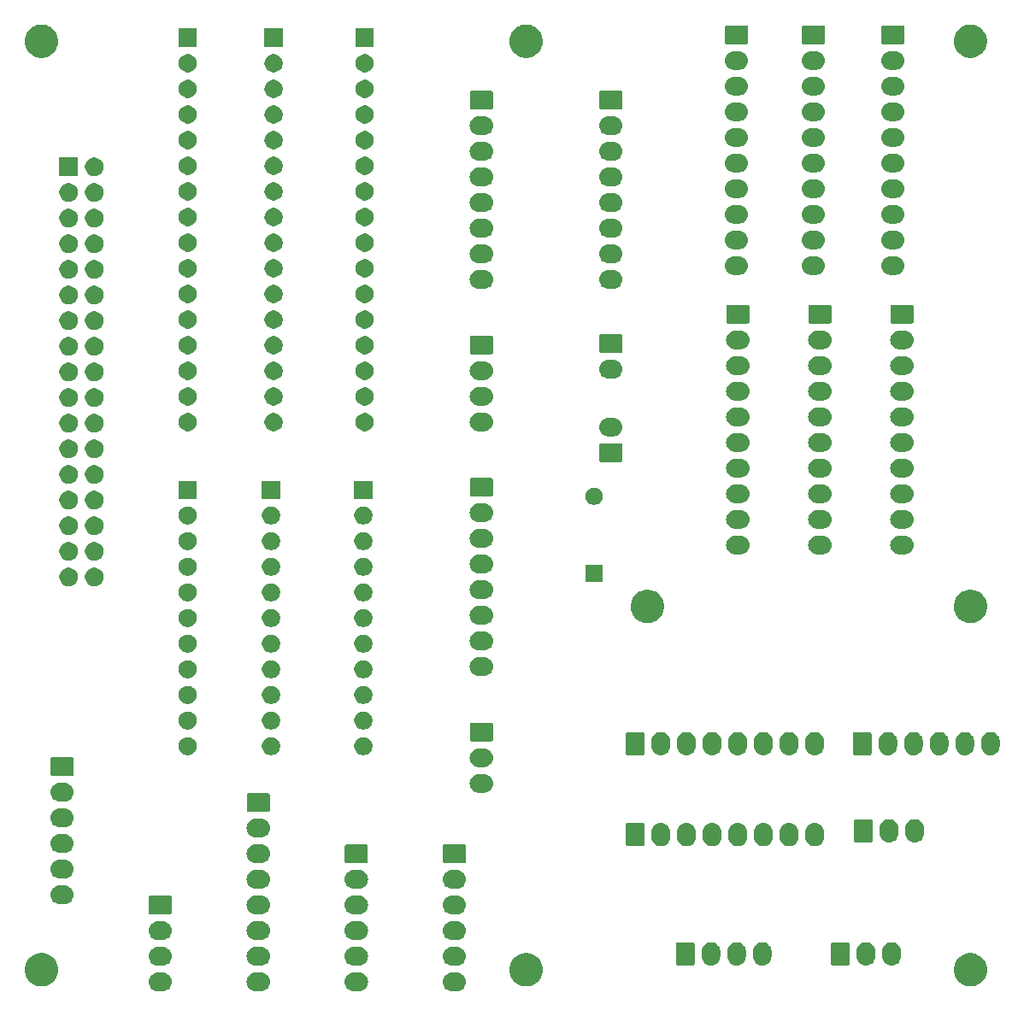
<source format=gbr>
G04 #@! TF.GenerationSoftware,KiCad,Pcbnew,(5.1.5-0-10_14)*
G04 #@! TF.CreationDate,2021-04-18T16:13:15+10:00*
G04 #@! TF.ProjectId,OH - Right Console - Input Distribution,4f48202d-2052-4696-9768-7420436f6e73,rev?*
G04 #@! TF.SameCoordinates,Original*
G04 #@! TF.FileFunction,Soldermask,Bot*
G04 #@! TF.FilePolarity,Negative*
%FSLAX46Y46*%
G04 Gerber Fmt 4.6, Leading zero omitted, Abs format (unit mm)*
G04 Created by KiCad (PCBNEW (5.1.5-0-10_14)) date 2021-04-18 16:13:15*
%MOMM*%
%LPD*%
G04 APERTURE LIST*
%ADD10C,0.100000*%
G04 APERTURE END LIST*
D10*
G36*
X174564345Y-132687442D02*
G01*
X174654548Y-132696326D01*
X174828157Y-132748990D01*
X174988156Y-132834511D01*
X175028448Y-132867578D01*
X175128397Y-132949603D01*
X175207729Y-133046271D01*
X175243489Y-133089844D01*
X175329010Y-133249843D01*
X175381674Y-133423452D01*
X175399456Y-133604000D01*
X175381674Y-133784548D01*
X175329010Y-133958157D01*
X175243489Y-134118156D01*
X175207729Y-134161729D01*
X175128397Y-134258397D01*
X175031729Y-134337729D01*
X174988156Y-134373489D01*
X174828157Y-134459010D01*
X174654548Y-134511674D01*
X174564345Y-134520558D01*
X174519245Y-134525000D01*
X173968755Y-134525000D01*
X173923655Y-134520558D01*
X173833452Y-134511674D01*
X173659843Y-134459010D01*
X173499844Y-134373489D01*
X173456271Y-134337729D01*
X173359603Y-134258397D01*
X173280271Y-134161729D01*
X173244511Y-134118156D01*
X173158990Y-133958157D01*
X173106326Y-133784548D01*
X173088544Y-133604000D01*
X173106326Y-133423452D01*
X173158990Y-133249843D01*
X173244511Y-133089844D01*
X173280271Y-133046271D01*
X173359603Y-132949603D01*
X173459552Y-132867578D01*
X173499844Y-132834511D01*
X173659843Y-132748990D01*
X173833452Y-132696326D01*
X173923655Y-132687442D01*
X173968755Y-132683000D01*
X174519245Y-132683000D01*
X174564345Y-132687442D01*
G37*
G36*
X164848345Y-132687442D02*
G01*
X164938548Y-132696326D01*
X165112157Y-132748990D01*
X165272156Y-132834511D01*
X165312448Y-132867578D01*
X165412397Y-132949603D01*
X165491729Y-133046271D01*
X165527489Y-133089844D01*
X165613010Y-133249843D01*
X165665674Y-133423452D01*
X165683456Y-133604000D01*
X165665674Y-133784548D01*
X165613010Y-133958157D01*
X165527489Y-134118156D01*
X165491729Y-134161729D01*
X165412397Y-134258397D01*
X165315729Y-134337729D01*
X165272156Y-134373489D01*
X165112157Y-134459010D01*
X164938548Y-134511674D01*
X164848345Y-134520558D01*
X164803245Y-134525000D01*
X164252755Y-134525000D01*
X164207655Y-134520558D01*
X164117452Y-134511674D01*
X163943843Y-134459010D01*
X163783844Y-134373489D01*
X163740271Y-134337729D01*
X163643603Y-134258397D01*
X163564271Y-134161729D01*
X163528511Y-134118156D01*
X163442990Y-133958157D01*
X163390326Y-133784548D01*
X163372544Y-133604000D01*
X163390326Y-133423452D01*
X163442990Y-133249843D01*
X163528511Y-133089844D01*
X163564271Y-133046271D01*
X163643603Y-132949603D01*
X163743552Y-132867578D01*
X163783844Y-132834511D01*
X163943843Y-132748990D01*
X164117452Y-132696326D01*
X164207655Y-132687442D01*
X164252755Y-132683000D01*
X164803245Y-132683000D01*
X164848345Y-132687442D01*
G37*
G36*
X155133345Y-132687442D02*
G01*
X155223548Y-132696326D01*
X155397157Y-132748990D01*
X155557156Y-132834511D01*
X155597448Y-132867578D01*
X155697397Y-132949603D01*
X155776729Y-133046271D01*
X155812489Y-133089844D01*
X155898010Y-133249843D01*
X155950674Y-133423452D01*
X155968456Y-133604000D01*
X155950674Y-133784548D01*
X155898010Y-133958157D01*
X155812489Y-134118156D01*
X155776729Y-134161729D01*
X155697397Y-134258397D01*
X155600729Y-134337729D01*
X155557156Y-134373489D01*
X155397157Y-134459010D01*
X155223548Y-134511674D01*
X155133345Y-134520558D01*
X155088245Y-134525000D01*
X154537755Y-134525000D01*
X154492655Y-134520558D01*
X154402452Y-134511674D01*
X154228843Y-134459010D01*
X154068844Y-134373489D01*
X154025271Y-134337729D01*
X153928603Y-134258397D01*
X153849271Y-134161729D01*
X153813511Y-134118156D01*
X153727990Y-133958157D01*
X153675326Y-133784548D01*
X153657544Y-133604000D01*
X153675326Y-133423452D01*
X153727990Y-133249843D01*
X153813511Y-133089844D01*
X153849271Y-133046271D01*
X153928603Y-132949603D01*
X154028552Y-132867578D01*
X154068844Y-132834511D01*
X154228843Y-132748990D01*
X154402452Y-132696326D01*
X154492655Y-132687442D01*
X154537755Y-132683000D01*
X155088245Y-132683000D01*
X155133345Y-132687442D01*
G37*
G36*
X145418345Y-132687442D02*
G01*
X145508548Y-132696326D01*
X145682157Y-132748990D01*
X145842156Y-132834511D01*
X145882448Y-132867578D01*
X145982397Y-132949603D01*
X146061729Y-133046271D01*
X146097489Y-133089844D01*
X146183010Y-133249843D01*
X146235674Y-133423452D01*
X146253456Y-133604000D01*
X146235674Y-133784548D01*
X146183010Y-133958157D01*
X146097489Y-134118156D01*
X146061729Y-134161729D01*
X145982397Y-134258397D01*
X145885729Y-134337729D01*
X145842156Y-134373489D01*
X145682157Y-134459010D01*
X145508548Y-134511674D01*
X145418345Y-134520558D01*
X145373245Y-134525000D01*
X144822755Y-134525000D01*
X144777655Y-134520558D01*
X144687452Y-134511674D01*
X144513843Y-134459010D01*
X144353844Y-134373489D01*
X144310271Y-134337729D01*
X144213603Y-134258397D01*
X144134271Y-134161729D01*
X144098511Y-134118156D01*
X144012990Y-133958157D01*
X143960326Y-133784548D01*
X143942544Y-133604000D01*
X143960326Y-133423452D01*
X144012990Y-133249843D01*
X144098511Y-133089844D01*
X144134271Y-133046271D01*
X144213603Y-132949603D01*
X144313552Y-132867578D01*
X144353844Y-132834511D01*
X144513843Y-132748990D01*
X144687452Y-132696326D01*
X144777655Y-132687442D01*
X144822755Y-132683000D01*
X145373245Y-132683000D01*
X145418345Y-132687442D01*
G37*
G36*
X225725256Y-130777298D02*
G01*
X225831579Y-130798447D01*
X226132042Y-130922903D01*
X226402451Y-131103585D01*
X226632415Y-131333549D01*
X226813097Y-131603958D01*
X226937553Y-131904421D01*
X227001000Y-132223391D01*
X227001000Y-132548609D01*
X226937553Y-132867579D01*
X226813097Y-133168042D01*
X226632415Y-133438451D01*
X226402451Y-133668415D01*
X226132042Y-133849097D01*
X225831579Y-133973553D01*
X225725256Y-133994702D01*
X225512611Y-134037000D01*
X225187389Y-134037000D01*
X224974744Y-133994702D01*
X224868421Y-133973553D01*
X224567958Y-133849097D01*
X224297549Y-133668415D01*
X224067585Y-133438451D01*
X223886903Y-133168042D01*
X223762447Y-132867579D01*
X223699000Y-132548609D01*
X223699000Y-132223391D01*
X223762447Y-131904421D01*
X223886903Y-131603958D01*
X224067585Y-131333549D01*
X224297549Y-131103585D01*
X224567958Y-130922903D01*
X224868421Y-130798447D01*
X224974744Y-130777298D01*
X225187389Y-130735000D01*
X225512611Y-130735000D01*
X225725256Y-130777298D01*
G37*
G36*
X133725256Y-130777298D02*
G01*
X133831579Y-130798447D01*
X134132042Y-130922903D01*
X134402451Y-131103585D01*
X134632415Y-131333549D01*
X134813097Y-131603958D01*
X134937553Y-131904421D01*
X135001000Y-132223391D01*
X135001000Y-132548609D01*
X134937553Y-132867579D01*
X134813097Y-133168042D01*
X134632415Y-133438451D01*
X134402451Y-133668415D01*
X134132042Y-133849097D01*
X133831579Y-133973553D01*
X133725256Y-133994702D01*
X133512611Y-134037000D01*
X133187389Y-134037000D01*
X132974744Y-133994702D01*
X132868421Y-133973553D01*
X132567958Y-133849097D01*
X132297549Y-133668415D01*
X132067585Y-133438451D01*
X131886903Y-133168042D01*
X131762447Y-132867579D01*
X131699000Y-132548609D01*
X131699000Y-132223391D01*
X131762447Y-131904421D01*
X131886903Y-131603958D01*
X132067585Y-131333549D01*
X132297549Y-131103585D01*
X132567958Y-130922903D01*
X132868421Y-130798447D01*
X132974744Y-130777298D01*
X133187389Y-130735000D01*
X133512611Y-130735000D01*
X133725256Y-130777298D01*
G37*
G36*
X181725256Y-130777298D02*
G01*
X181831579Y-130798447D01*
X182132042Y-130922903D01*
X182402451Y-131103585D01*
X182632415Y-131333549D01*
X182813097Y-131603958D01*
X182937553Y-131904421D01*
X183001000Y-132223391D01*
X183001000Y-132548609D01*
X182937553Y-132867579D01*
X182813097Y-133168042D01*
X182632415Y-133438451D01*
X182402451Y-133668415D01*
X182132042Y-133849097D01*
X181831579Y-133973553D01*
X181725256Y-133994702D01*
X181512611Y-134037000D01*
X181187389Y-134037000D01*
X180974744Y-133994702D01*
X180868421Y-133973553D01*
X180567958Y-133849097D01*
X180297549Y-133668415D01*
X180067585Y-133438451D01*
X179886903Y-133168042D01*
X179762447Y-132867579D01*
X179699000Y-132548609D01*
X179699000Y-132223391D01*
X179762447Y-131904421D01*
X179886903Y-131603958D01*
X180067585Y-131333549D01*
X180297549Y-131103585D01*
X180567958Y-130922903D01*
X180868421Y-130798447D01*
X180974744Y-130777298D01*
X181187389Y-130735000D01*
X181512611Y-130735000D01*
X181725256Y-130777298D01*
G37*
G36*
X145418345Y-130147442D02*
G01*
X145508548Y-130156326D01*
X145682157Y-130208990D01*
X145842156Y-130294511D01*
X145885729Y-130330271D01*
X145982397Y-130409603D01*
X146061729Y-130506271D01*
X146097489Y-130549844D01*
X146183010Y-130709843D01*
X146235674Y-130883452D01*
X146253456Y-131064000D01*
X146235674Y-131244548D01*
X146183010Y-131418157D01*
X146097489Y-131578156D01*
X146076312Y-131603960D01*
X145982397Y-131718397D01*
X145908201Y-131779287D01*
X145842156Y-131833489D01*
X145682157Y-131919010D01*
X145508548Y-131971674D01*
X145418345Y-131980558D01*
X145373245Y-131985000D01*
X144822755Y-131985000D01*
X144777655Y-131980558D01*
X144687452Y-131971674D01*
X144513843Y-131919010D01*
X144353844Y-131833489D01*
X144287799Y-131779287D01*
X144213603Y-131718397D01*
X144119688Y-131603960D01*
X144098511Y-131578156D01*
X144012990Y-131418157D01*
X143960326Y-131244548D01*
X143942544Y-131064000D01*
X143960326Y-130883452D01*
X144012990Y-130709843D01*
X144098511Y-130549844D01*
X144134271Y-130506271D01*
X144213603Y-130409603D01*
X144310271Y-130330271D01*
X144353844Y-130294511D01*
X144513843Y-130208990D01*
X144687452Y-130156326D01*
X144777655Y-130147442D01*
X144822755Y-130143000D01*
X145373245Y-130143000D01*
X145418345Y-130147442D01*
G37*
G36*
X164848345Y-130147442D02*
G01*
X164938548Y-130156326D01*
X165112157Y-130208990D01*
X165272156Y-130294511D01*
X165315729Y-130330271D01*
X165412397Y-130409603D01*
X165491729Y-130506271D01*
X165527489Y-130549844D01*
X165613010Y-130709843D01*
X165665674Y-130883452D01*
X165683456Y-131064000D01*
X165665674Y-131244548D01*
X165613010Y-131418157D01*
X165527489Y-131578156D01*
X165506312Y-131603960D01*
X165412397Y-131718397D01*
X165338201Y-131779287D01*
X165272156Y-131833489D01*
X165112157Y-131919010D01*
X164938548Y-131971674D01*
X164848345Y-131980558D01*
X164803245Y-131985000D01*
X164252755Y-131985000D01*
X164207655Y-131980558D01*
X164117452Y-131971674D01*
X163943843Y-131919010D01*
X163783844Y-131833489D01*
X163717799Y-131779287D01*
X163643603Y-131718397D01*
X163549688Y-131603960D01*
X163528511Y-131578156D01*
X163442990Y-131418157D01*
X163390326Y-131244548D01*
X163372544Y-131064000D01*
X163390326Y-130883452D01*
X163442990Y-130709843D01*
X163528511Y-130549844D01*
X163564271Y-130506271D01*
X163643603Y-130409603D01*
X163740271Y-130330271D01*
X163783844Y-130294511D01*
X163943843Y-130208990D01*
X164117452Y-130156326D01*
X164207655Y-130147442D01*
X164252755Y-130143000D01*
X164803245Y-130143000D01*
X164848345Y-130147442D01*
G37*
G36*
X174564345Y-130147442D02*
G01*
X174654548Y-130156326D01*
X174828157Y-130208990D01*
X174988156Y-130294511D01*
X175031729Y-130330271D01*
X175128397Y-130409603D01*
X175207729Y-130506271D01*
X175243489Y-130549844D01*
X175329010Y-130709843D01*
X175381674Y-130883452D01*
X175399456Y-131064000D01*
X175381674Y-131244548D01*
X175329010Y-131418157D01*
X175243489Y-131578156D01*
X175222312Y-131603960D01*
X175128397Y-131718397D01*
X175054201Y-131779287D01*
X174988156Y-131833489D01*
X174828157Y-131919010D01*
X174654548Y-131971674D01*
X174564345Y-131980558D01*
X174519245Y-131985000D01*
X173968755Y-131985000D01*
X173923655Y-131980558D01*
X173833452Y-131971674D01*
X173659843Y-131919010D01*
X173499844Y-131833489D01*
X173433799Y-131779287D01*
X173359603Y-131718397D01*
X173265688Y-131603960D01*
X173244511Y-131578156D01*
X173158990Y-131418157D01*
X173106326Y-131244548D01*
X173088544Y-131064000D01*
X173106326Y-130883452D01*
X173158990Y-130709843D01*
X173244511Y-130549844D01*
X173280271Y-130506271D01*
X173359603Y-130409603D01*
X173456271Y-130330271D01*
X173499844Y-130294511D01*
X173659843Y-130208990D01*
X173833452Y-130156326D01*
X173923655Y-130147442D01*
X173968755Y-130143000D01*
X174519245Y-130143000D01*
X174564345Y-130147442D01*
G37*
G36*
X155133345Y-130147442D02*
G01*
X155223548Y-130156326D01*
X155397157Y-130208990D01*
X155557156Y-130294511D01*
X155600729Y-130330271D01*
X155697397Y-130409603D01*
X155776729Y-130506271D01*
X155812489Y-130549844D01*
X155898010Y-130709843D01*
X155950674Y-130883452D01*
X155968456Y-131064000D01*
X155950674Y-131244548D01*
X155898010Y-131418157D01*
X155812489Y-131578156D01*
X155791312Y-131603960D01*
X155697397Y-131718397D01*
X155623201Y-131779287D01*
X155557156Y-131833489D01*
X155397157Y-131919010D01*
X155223548Y-131971674D01*
X155133345Y-131980558D01*
X155088245Y-131985000D01*
X154537755Y-131985000D01*
X154492655Y-131980558D01*
X154402452Y-131971674D01*
X154228843Y-131919010D01*
X154068844Y-131833489D01*
X154002799Y-131779287D01*
X153928603Y-131718397D01*
X153834688Y-131603960D01*
X153813511Y-131578156D01*
X153727990Y-131418157D01*
X153675326Y-131244548D01*
X153657544Y-131064000D01*
X153675326Y-130883452D01*
X153727990Y-130709843D01*
X153813511Y-130549844D01*
X153849271Y-130506271D01*
X153928603Y-130409603D01*
X154025271Y-130330271D01*
X154068844Y-130294511D01*
X154228843Y-130208990D01*
X154402452Y-130156326D01*
X154492655Y-130147442D01*
X154537755Y-130143000D01*
X155088245Y-130143000D01*
X155133345Y-130147442D01*
G37*
G36*
X217731547Y-129672326D02*
G01*
X217905156Y-129724990D01*
X217905158Y-129724991D01*
X218065155Y-129810511D01*
X218205397Y-129925603D01*
X218284729Y-130022271D01*
X218320489Y-130065844D01*
X218406010Y-130225843D01*
X218458674Y-130399452D01*
X218472000Y-130534756D01*
X218472000Y-131085243D01*
X218458674Y-131220548D01*
X218406010Y-131394157D01*
X218320489Y-131554156D01*
X218284729Y-131597729D01*
X218205397Y-131694397D01*
X218108729Y-131773729D01*
X218065156Y-131809489D01*
X217905157Y-131895010D01*
X217731548Y-131947674D01*
X217551000Y-131965456D01*
X217370453Y-131947674D01*
X217196844Y-131895010D01*
X217036845Y-131809489D01*
X216993272Y-131773729D01*
X216896604Y-131694397D01*
X216781513Y-131554157D01*
X216781512Y-131554155D01*
X216695990Y-131394157D01*
X216643326Y-131220548D01*
X216630000Y-131085244D01*
X216630000Y-130534757D01*
X216643326Y-130399453D01*
X216695990Y-130225844D01*
X216781511Y-130065845D01*
X216781512Y-130065844D01*
X216896603Y-129925603D01*
X217022388Y-129822375D01*
X217036844Y-129810511D01*
X217196843Y-129724990D01*
X217370452Y-129672326D01*
X217551000Y-129654544D01*
X217731547Y-129672326D01*
G37*
G36*
X215191547Y-129672326D02*
G01*
X215365156Y-129724990D01*
X215365158Y-129724991D01*
X215525155Y-129810511D01*
X215665397Y-129925603D01*
X215744729Y-130022271D01*
X215780489Y-130065844D01*
X215866010Y-130225843D01*
X215918674Y-130399452D01*
X215932000Y-130534756D01*
X215932000Y-131085243D01*
X215918674Y-131220548D01*
X215866010Y-131394157D01*
X215780489Y-131554156D01*
X215744729Y-131597729D01*
X215665397Y-131694397D01*
X215568729Y-131773729D01*
X215525156Y-131809489D01*
X215365157Y-131895010D01*
X215191548Y-131947674D01*
X215011000Y-131965456D01*
X214830453Y-131947674D01*
X214656844Y-131895010D01*
X214496845Y-131809489D01*
X214453272Y-131773729D01*
X214356604Y-131694397D01*
X214241513Y-131554157D01*
X214241512Y-131554155D01*
X214155990Y-131394157D01*
X214103326Y-131220548D01*
X214090000Y-131085244D01*
X214090000Y-130534757D01*
X214103326Y-130399453D01*
X214155990Y-130225844D01*
X214241511Y-130065845D01*
X214241512Y-130065844D01*
X214356603Y-129925603D01*
X214482388Y-129822375D01*
X214496844Y-129810511D01*
X214656843Y-129724990D01*
X214830452Y-129672326D01*
X215011000Y-129654544D01*
X215191547Y-129672326D01*
G37*
G36*
X204904547Y-129672326D02*
G01*
X205078156Y-129724990D01*
X205078158Y-129724991D01*
X205238155Y-129810511D01*
X205378397Y-129925603D01*
X205457729Y-130022271D01*
X205493489Y-130065844D01*
X205579010Y-130225843D01*
X205631674Y-130399452D01*
X205645000Y-130534756D01*
X205645000Y-131085243D01*
X205631674Y-131220548D01*
X205579010Y-131394157D01*
X205493489Y-131554156D01*
X205457729Y-131597729D01*
X205378397Y-131694397D01*
X205281729Y-131773729D01*
X205238156Y-131809489D01*
X205078157Y-131895010D01*
X204904548Y-131947674D01*
X204724000Y-131965456D01*
X204543453Y-131947674D01*
X204369844Y-131895010D01*
X204209845Y-131809489D01*
X204166272Y-131773729D01*
X204069604Y-131694397D01*
X203954513Y-131554157D01*
X203954512Y-131554155D01*
X203868990Y-131394157D01*
X203816326Y-131220548D01*
X203803000Y-131085244D01*
X203803000Y-130534757D01*
X203816326Y-130399453D01*
X203868990Y-130225844D01*
X203954511Y-130065845D01*
X203954512Y-130065844D01*
X204069603Y-129925603D01*
X204195388Y-129822375D01*
X204209844Y-129810511D01*
X204369843Y-129724990D01*
X204543452Y-129672326D01*
X204724000Y-129654544D01*
X204904547Y-129672326D01*
G37*
G36*
X202364547Y-129672326D02*
G01*
X202538156Y-129724990D01*
X202538158Y-129724991D01*
X202698155Y-129810511D01*
X202838397Y-129925603D01*
X202917729Y-130022271D01*
X202953489Y-130065844D01*
X203039010Y-130225843D01*
X203091674Y-130399452D01*
X203105000Y-130534756D01*
X203105000Y-131085243D01*
X203091674Y-131220548D01*
X203039010Y-131394157D01*
X202953489Y-131554156D01*
X202917729Y-131597729D01*
X202838397Y-131694397D01*
X202741729Y-131773729D01*
X202698156Y-131809489D01*
X202538157Y-131895010D01*
X202364548Y-131947674D01*
X202184000Y-131965456D01*
X202003453Y-131947674D01*
X201829844Y-131895010D01*
X201669845Y-131809489D01*
X201626272Y-131773729D01*
X201529604Y-131694397D01*
X201414513Y-131554157D01*
X201414512Y-131554155D01*
X201328990Y-131394157D01*
X201276326Y-131220548D01*
X201263000Y-131085244D01*
X201263000Y-130534757D01*
X201276326Y-130399453D01*
X201328990Y-130225844D01*
X201414511Y-130065845D01*
X201414512Y-130065844D01*
X201529603Y-129925603D01*
X201655388Y-129822375D01*
X201669844Y-129810511D01*
X201829843Y-129724990D01*
X202003452Y-129672326D01*
X202184000Y-129654544D01*
X202364547Y-129672326D01*
G37*
G36*
X199824547Y-129672326D02*
G01*
X199998156Y-129724990D01*
X199998158Y-129724991D01*
X200158155Y-129810511D01*
X200298397Y-129925603D01*
X200377729Y-130022271D01*
X200413489Y-130065844D01*
X200499010Y-130225843D01*
X200551674Y-130399452D01*
X200565000Y-130534756D01*
X200565000Y-131085243D01*
X200551674Y-131220548D01*
X200499010Y-131394157D01*
X200413489Y-131554156D01*
X200377729Y-131597729D01*
X200298397Y-131694397D01*
X200201729Y-131773729D01*
X200158156Y-131809489D01*
X199998157Y-131895010D01*
X199824548Y-131947674D01*
X199644000Y-131965456D01*
X199463453Y-131947674D01*
X199289844Y-131895010D01*
X199129845Y-131809489D01*
X199086272Y-131773729D01*
X198989604Y-131694397D01*
X198874513Y-131554157D01*
X198874512Y-131554155D01*
X198788990Y-131394157D01*
X198736326Y-131220548D01*
X198723000Y-131085244D01*
X198723000Y-130534757D01*
X198736326Y-130399453D01*
X198788990Y-130225844D01*
X198874511Y-130065845D01*
X198874512Y-130065844D01*
X198989603Y-129925603D01*
X199115388Y-129822375D01*
X199129844Y-129810511D01*
X199289843Y-129724990D01*
X199463452Y-129672326D01*
X199644000Y-129654544D01*
X199824547Y-129672326D01*
G37*
G36*
X213250561Y-129662966D02*
G01*
X213283383Y-129672923D01*
X213313632Y-129689092D01*
X213340148Y-129710852D01*
X213361908Y-129737368D01*
X213378077Y-129767617D01*
X213388034Y-129800439D01*
X213392000Y-129840713D01*
X213392000Y-131779287D01*
X213388034Y-131819561D01*
X213378077Y-131852383D01*
X213361908Y-131882632D01*
X213340148Y-131909148D01*
X213313632Y-131930908D01*
X213283383Y-131947077D01*
X213250561Y-131957034D01*
X213210287Y-131961000D01*
X211731713Y-131961000D01*
X211691439Y-131957034D01*
X211658617Y-131947077D01*
X211628368Y-131930908D01*
X211601852Y-131909148D01*
X211580092Y-131882632D01*
X211563923Y-131852383D01*
X211553966Y-131819561D01*
X211550000Y-131779287D01*
X211550000Y-129840713D01*
X211553966Y-129800439D01*
X211563923Y-129767617D01*
X211580092Y-129737368D01*
X211601852Y-129710852D01*
X211628368Y-129689092D01*
X211658617Y-129672923D01*
X211691439Y-129662966D01*
X211731713Y-129659000D01*
X213210287Y-129659000D01*
X213250561Y-129662966D01*
G37*
G36*
X197883561Y-129662966D02*
G01*
X197916383Y-129672923D01*
X197946632Y-129689092D01*
X197973148Y-129710852D01*
X197994908Y-129737368D01*
X198011077Y-129767617D01*
X198021034Y-129800439D01*
X198025000Y-129840713D01*
X198025000Y-131779287D01*
X198021034Y-131819561D01*
X198011077Y-131852383D01*
X197994908Y-131882632D01*
X197973148Y-131909148D01*
X197946632Y-131930908D01*
X197916383Y-131947077D01*
X197883561Y-131957034D01*
X197843287Y-131961000D01*
X196364713Y-131961000D01*
X196324439Y-131957034D01*
X196291617Y-131947077D01*
X196261368Y-131930908D01*
X196234852Y-131909148D01*
X196213092Y-131882632D01*
X196196923Y-131852383D01*
X196186966Y-131819561D01*
X196183000Y-131779287D01*
X196183000Y-129840713D01*
X196186966Y-129800439D01*
X196196923Y-129767617D01*
X196213092Y-129737368D01*
X196234852Y-129710852D01*
X196261368Y-129689092D01*
X196291617Y-129672923D01*
X196324439Y-129662966D01*
X196364713Y-129659000D01*
X197843287Y-129659000D01*
X197883561Y-129662966D01*
G37*
G36*
X155133345Y-127607442D02*
G01*
X155223548Y-127616326D01*
X155397157Y-127668990D01*
X155557156Y-127754511D01*
X155600729Y-127790271D01*
X155697397Y-127869603D01*
X155776729Y-127966271D01*
X155812489Y-128009844D01*
X155898010Y-128169843D01*
X155950674Y-128343452D01*
X155968456Y-128524000D01*
X155950674Y-128704548D01*
X155898010Y-128878157D01*
X155812489Y-129038156D01*
X155776729Y-129081729D01*
X155697397Y-129178397D01*
X155600729Y-129257729D01*
X155557156Y-129293489D01*
X155397157Y-129379010D01*
X155223548Y-129431674D01*
X155133345Y-129440558D01*
X155088245Y-129445000D01*
X154537755Y-129445000D01*
X154492655Y-129440558D01*
X154402452Y-129431674D01*
X154228843Y-129379010D01*
X154068844Y-129293489D01*
X154025271Y-129257729D01*
X153928603Y-129178397D01*
X153849271Y-129081729D01*
X153813511Y-129038156D01*
X153727990Y-128878157D01*
X153675326Y-128704548D01*
X153657544Y-128524000D01*
X153675326Y-128343452D01*
X153727990Y-128169843D01*
X153813511Y-128009844D01*
X153849271Y-127966271D01*
X153928603Y-127869603D01*
X154025271Y-127790271D01*
X154068844Y-127754511D01*
X154228843Y-127668990D01*
X154402452Y-127616326D01*
X154492655Y-127607442D01*
X154537755Y-127603000D01*
X155088245Y-127603000D01*
X155133345Y-127607442D01*
G37*
G36*
X174564345Y-127607442D02*
G01*
X174654548Y-127616326D01*
X174828157Y-127668990D01*
X174988156Y-127754511D01*
X175031729Y-127790271D01*
X175128397Y-127869603D01*
X175207729Y-127966271D01*
X175243489Y-128009844D01*
X175329010Y-128169843D01*
X175381674Y-128343452D01*
X175399456Y-128524000D01*
X175381674Y-128704548D01*
X175329010Y-128878157D01*
X175243489Y-129038156D01*
X175207729Y-129081729D01*
X175128397Y-129178397D01*
X175031729Y-129257729D01*
X174988156Y-129293489D01*
X174828157Y-129379010D01*
X174654548Y-129431674D01*
X174564345Y-129440558D01*
X174519245Y-129445000D01*
X173968755Y-129445000D01*
X173923655Y-129440558D01*
X173833452Y-129431674D01*
X173659843Y-129379010D01*
X173499844Y-129293489D01*
X173456271Y-129257729D01*
X173359603Y-129178397D01*
X173280271Y-129081729D01*
X173244511Y-129038156D01*
X173158990Y-128878157D01*
X173106326Y-128704548D01*
X173088544Y-128524000D01*
X173106326Y-128343452D01*
X173158990Y-128169843D01*
X173244511Y-128009844D01*
X173280271Y-127966271D01*
X173359603Y-127869603D01*
X173456271Y-127790271D01*
X173499844Y-127754511D01*
X173659843Y-127668990D01*
X173833452Y-127616326D01*
X173923655Y-127607442D01*
X173968755Y-127603000D01*
X174519245Y-127603000D01*
X174564345Y-127607442D01*
G37*
G36*
X164848345Y-127607442D02*
G01*
X164938548Y-127616326D01*
X165112157Y-127668990D01*
X165272156Y-127754511D01*
X165315729Y-127790271D01*
X165412397Y-127869603D01*
X165491729Y-127966271D01*
X165527489Y-128009844D01*
X165613010Y-128169843D01*
X165665674Y-128343452D01*
X165683456Y-128524000D01*
X165665674Y-128704548D01*
X165613010Y-128878157D01*
X165527489Y-129038156D01*
X165491729Y-129081729D01*
X165412397Y-129178397D01*
X165315729Y-129257729D01*
X165272156Y-129293489D01*
X165112157Y-129379010D01*
X164938548Y-129431674D01*
X164848345Y-129440558D01*
X164803245Y-129445000D01*
X164252755Y-129445000D01*
X164207655Y-129440558D01*
X164117452Y-129431674D01*
X163943843Y-129379010D01*
X163783844Y-129293489D01*
X163740271Y-129257729D01*
X163643603Y-129178397D01*
X163564271Y-129081729D01*
X163528511Y-129038156D01*
X163442990Y-128878157D01*
X163390326Y-128704548D01*
X163372544Y-128524000D01*
X163390326Y-128343452D01*
X163442990Y-128169843D01*
X163528511Y-128009844D01*
X163564271Y-127966271D01*
X163643603Y-127869603D01*
X163740271Y-127790271D01*
X163783844Y-127754511D01*
X163943843Y-127668990D01*
X164117452Y-127616326D01*
X164207655Y-127607442D01*
X164252755Y-127603000D01*
X164803245Y-127603000D01*
X164848345Y-127607442D01*
G37*
G36*
X145418345Y-127607442D02*
G01*
X145508548Y-127616326D01*
X145682157Y-127668990D01*
X145842156Y-127754511D01*
X145885729Y-127790271D01*
X145982397Y-127869603D01*
X146061729Y-127966271D01*
X146097489Y-128009844D01*
X146183010Y-128169843D01*
X146235674Y-128343452D01*
X146253456Y-128524000D01*
X146235674Y-128704548D01*
X146183010Y-128878157D01*
X146097489Y-129038156D01*
X146061729Y-129081729D01*
X145982397Y-129178397D01*
X145885729Y-129257729D01*
X145842156Y-129293489D01*
X145682157Y-129379010D01*
X145508548Y-129431674D01*
X145418345Y-129440558D01*
X145373245Y-129445000D01*
X144822755Y-129445000D01*
X144777655Y-129440558D01*
X144687452Y-129431674D01*
X144513843Y-129379010D01*
X144353844Y-129293489D01*
X144310271Y-129257729D01*
X144213603Y-129178397D01*
X144134271Y-129081729D01*
X144098511Y-129038156D01*
X144012990Y-128878157D01*
X143960326Y-128704548D01*
X143942544Y-128524000D01*
X143960326Y-128343452D01*
X144012990Y-128169843D01*
X144098511Y-128009844D01*
X144134271Y-127966271D01*
X144213603Y-127869603D01*
X144310271Y-127790271D01*
X144353844Y-127754511D01*
X144513843Y-127668990D01*
X144687452Y-127616326D01*
X144777655Y-127607442D01*
X144822755Y-127603000D01*
X145373245Y-127603000D01*
X145418345Y-127607442D01*
G37*
G36*
X164843512Y-125066966D02*
G01*
X164938548Y-125076326D01*
X165112157Y-125128990D01*
X165272156Y-125214511D01*
X165286612Y-125226375D01*
X165412397Y-125329603D01*
X165491729Y-125426271D01*
X165527489Y-125469844D01*
X165613010Y-125629843D01*
X165665674Y-125803452D01*
X165683456Y-125984000D01*
X165665674Y-126164548D01*
X165613010Y-126338157D01*
X165527489Y-126498156D01*
X165491729Y-126541729D01*
X165412397Y-126638397D01*
X165315729Y-126717729D01*
X165272156Y-126753489D01*
X165112157Y-126839010D01*
X164938548Y-126891674D01*
X164854874Y-126899915D01*
X164803245Y-126905000D01*
X164252755Y-126905000D01*
X164201126Y-126899915D01*
X164117452Y-126891674D01*
X163943843Y-126839010D01*
X163783844Y-126753489D01*
X163740271Y-126717729D01*
X163643603Y-126638397D01*
X163564271Y-126541729D01*
X163528511Y-126498156D01*
X163442990Y-126338157D01*
X163390326Y-126164548D01*
X163372544Y-125984000D01*
X163390326Y-125803452D01*
X163442990Y-125629843D01*
X163528511Y-125469844D01*
X163564271Y-125426271D01*
X163643603Y-125329603D01*
X163769388Y-125226375D01*
X163783844Y-125214511D01*
X163943843Y-125128990D01*
X164117452Y-125076326D01*
X164212488Y-125066966D01*
X164252755Y-125063000D01*
X164803245Y-125063000D01*
X164843512Y-125066966D01*
G37*
G36*
X155128512Y-125066966D02*
G01*
X155223548Y-125076326D01*
X155397157Y-125128990D01*
X155557156Y-125214511D01*
X155571612Y-125226375D01*
X155697397Y-125329603D01*
X155776729Y-125426271D01*
X155812489Y-125469844D01*
X155898010Y-125629843D01*
X155950674Y-125803452D01*
X155968456Y-125984000D01*
X155950674Y-126164548D01*
X155898010Y-126338157D01*
X155812489Y-126498156D01*
X155776729Y-126541729D01*
X155697397Y-126638397D01*
X155600729Y-126717729D01*
X155557156Y-126753489D01*
X155397157Y-126839010D01*
X155223548Y-126891674D01*
X155139874Y-126899915D01*
X155088245Y-126905000D01*
X154537755Y-126905000D01*
X154486126Y-126899915D01*
X154402452Y-126891674D01*
X154228843Y-126839010D01*
X154068844Y-126753489D01*
X154025271Y-126717729D01*
X153928603Y-126638397D01*
X153849271Y-126541729D01*
X153813511Y-126498156D01*
X153727990Y-126338157D01*
X153675326Y-126164548D01*
X153657544Y-125984000D01*
X153675326Y-125803452D01*
X153727990Y-125629843D01*
X153813511Y-125469844D01*
X153849271Y-125426271D01*
X153928603Y-125329603D01*
X154054388Y-125226375D01*
X154068844Y-125214511D01*
X154228843Y-125128990D01*
X154402452Y-125076326D01*
X154497488Y-125066966D01*
X154537755Y-125063000D01*
X155088245Y-125063000D01*
X155128512Y-125066966D01*
G37*
G36*
X146107561Y-125066966D02*
G01*
X146140383Y-125076923D01*
X146170632Y-125093092D01*
X146197148Y-125114852D01*
X146218908Y-125141368D01*
X146235077Y-125171617D01*
X146245034Y-125204439D01*
X146249000Y-125244713D01*
X146249000Y-126723287D01*
X146245034Y-126763561D01*
X146235077Y-126796383D01*
X146218908Y-126826632D01*
X146197148Y-126853148D01*
X146170632Y-126874908D01*
X146140383Y-126891077D01*
X146107561Y-126901034D01*
X146067287Y-126905000D01*
X144128713Y-126905000D01*
X144088439Y-126901034D01*
X144055617Y-126891077D01*
X144025368Y-126874908D01*
X143998852Y-126853148D01*
X143977092Y-126826632D01*
X143960923Y-126796383D01*
X143950966Y-126763561D01*
X143947000Y-126723287D01*
X143947000Y-125244713D01*
X143950966Y-125204439D01*
X143960923Y-125171617D01*
X143977092Y-125141368D01*
X143998852Y-125114852D01*
X144025368Y-125093092D01*
X144055617Y-125076923D01*
X144088439Y-125066966D01*
X144128713Y-125063000D01*
X146067287Y-125063000D01*
X146107561Y-125066966D01*
G37*
G36*
X174559512Y-125066966D02*
G01*
X174654548Y-125076326D01*
X174828157Y-125128990D01*
X174988156Y-125214511D01*
X175002612Y-125226375D01*
X175128397Y-125329603D01*
X175207729Y-125426271D01*
X175243489Y-125469844D01*
X175329010Y-125629843D01*
X175381674Y-125803452D01*
X175399456Y-125984000D01*
X175381674Y-126164548D01*
X175329010Y-126338157D01*
X175243489Y-126498156D01*
X175207729Y-126541729D01*
X175128397Y-126638397D01*
X175031729Y-126717729D01*
X174988156Y-126753489D01*
X174828157Y-126839010D01*
X174654548Y-126891674D01*
X174570874Y-126899915D01*
X174519245Y-126905000D01*
X173968755Y-126905000D01*
X173917126Y-126899915D01*
X173833452Y-126891674D01*
X173659843Y-126839010D01*
X173499844Y-126753489D01*
X173456271Y-126717729D01*
X173359603Y-126638397D01*
X173280271Y-126541729D01*
X173244511Y-126498156D01*
X173158990Y-126338157D01*
X173106326Y-126164548D01*
X173088544Y-125984000D01*
X173106326Y-125803452D01*
X173158990Y-125629843D01*
X173244511Y-125469844D01*
X173280271Y-125426271D01*
X173359603Y-125329603D01*
X173485388Y-125226375D01*
X173499844Y-125214511D01*
X173659843Y-125128990D01*
X173833452Y-125076326D01*
X173928488Y-125066966D01*
X173968755Y-125063000D01*
X174519245Y-125063000D01*
X174559512Y-125066966D01*
G37*
G36*
X135702345Y-124051442D02*
G01*
X135792548Y-124060326D01*
X135966157Y-124112990D01*
X136126156Y-124198511D01*
X136169729Y-124234271D01*
X136266397Y-124313603D01*
X136345729Y-124410271D01*
X136381489Y-124453844D01*
X136467010Y-124613843D01*
X136519674Y-124787452D01*
X136537456Y-124968000D01*
X136519674Y-125148548D01*
X136467010Y-125322157D01*
X136381489Y-125482156D01*
X136345729Y-125525729D01*
X136266397Y-125622397D01*
X136169729Y-125701729D01*
X136126156Y-125737489D01*
X135966157Y-125823010D01*
X135792548Y-125875674D01*
X135702345Y-125884558D01*
X135657245Y-125889000D01*
X135106755Y-125889000D01*
X135061655Y-125884558D01*
X134971452Y-125875674D01*
X134797843Y-125823010D01*
X134637844Y-125737489D01*
X134594271Y-125701729D01*
X134497603Y-125622397D01*
X134418271Y-125525729D01*
X134382511Y-125482156D01*
X134296990Y-125322157D01*
X134244326Y-125148548D01*
X134226544Y-124968000D01*
X134244326Y-124787452D01*
X134296990Y-124613843D01*
X134382511Y-124453844D01*
X134418271Y-124410271D01*
X134497603Y-124313603D01*
X134594271Y-124234271D01*
X134637844Y-124198511D01*
X134797843Y-124112990D01*
X134971452Y-124060326D01*
X135061655Y-124051442D01*
X135106755Y-124047000D01*
X135657245Y-124047000D01*
X135702345Y-124051442D01*
G37*
G36*
X155133345Y-122527442D02*
G01*
X155223548Y-122536326D01*
X155397157Y-122588990D01*
X155557156Y-122674511D01*
X155600729Y-122710271D01*
X155697397Y-122789603D01*
X155776729Y-122886271D01*
X155812489Y-122929844D01*
X155898010Y-123089843D01*
X155950674Y-123263452D01*
X155968456Y-123444000D01*
X155950674Y-123624548D01*
X155898010Y-123798157D01*
X155812489Y-123958156D01*
X155776729Y-124001729D01*
X155697397Y-124098397D01*
X155600729Y-124177729D01*
X155557156Y-124213489D01*
X155397157Y-124299010D01*
X155223548Y-124351674D01*
X155133345Y-124360558D01*
X155088245Y-124365000D01*
X154537755Y-124365000D01*
X154492655Y-124360558D01*
X154402452Y-124351674D01*
X154228843Y-124299010D01*
X154068844Y-124213489D01*
X154025271Y-124177729D01*
X153928603Y-124098397D01*
X153849271Y-124001729D01*
X153813511Y-123958156D01*
X153727990Y-123798157D01*
X153675326Y-123624548D01*
X153657544Y-123444000D01*
X153675326Y-123263452D01*
X153727990Y-123089843D01*
X153813511Y-122929844D01*
X153849271Y-122886271D01*
X153928603Y-122789603D01*
X154025271Y-122710271D01*
X154068844Y-122674511D01*
X154228843Y-122588990D01*
X154402452Y-122536326D01*
X154492655Y-122527442D01*
X154537755Y-122523000D01*
X155088245Y-122523000D01*
X155133345Y-122527442D01*
G37*
G36*
X164848345Y-122527442D02*
G01*
X164938548Y-122536326D01*
X165112157Y-122588990D01*
X165272156Y-122674511D01*
X165315729Y-122710271D01*
X165412397Y-122789603D01*
X165491729Y-122886271D01*
X165527489Y-122929844D01*
X165613010Y-123089843D01*
X165665674Y-123263452D01*
X165683456Y-123444000D01*
X165665674Y-123624548D01*
X165613010Y-123798157D01*
X165527489Y-123958156D01*
X165491729Y-124001729D01*
X165412397Y-124098397D01*
X165315729Y-124177729D01*
X165272156Y-124213489D01*
X165112157Y-124299010D01*
X164938548Y-124351674D01*
X164848345Y-124360558D01*
X164803245Y-124365000D01*
X164252755Y-124365000D01*
X164207655Y-124360558D01*
X164117452Y-124351674D01*
X163943843Y-124299010D01*
X163783844Y-124213489D01*
X163740271Y-124177729D01*
X163643603Y-124098397D01*
X163564271Y-124001729D01*
X163528511Y-123958156D01*
X163442990Y-123798157D01*
X163390326Y-123624548D01*
X163372544Y-123444000D01*
X163390326Y-123263452D01*
X163442990Y-123089843D01*
X163528511Y-122929844D01*
X163564271Y-122886271D01*
X163643603Y-122789603D01*
X163740271Y-122710271D01*
X163783844Y-122674511D01*
X163943843Y-122588990D01*
X164117452Y-122536326D01*
X164207655Y-122527442D01*
X164252755Y-122523000D01*
X164803245Y-122523000D01*
X164848345Y-122527442D01*
G37*
G36*
X174564345Y-122527442D02*
G01*
X174654548Y-122536326D01*
X174828157Y-122588990D01*
X174988156Y-122674511D01*
X175031729Y-122710271D01*
X175128397Y-122789603D01*
X175207729Y-122886271D01*
X175243489Y-122929844D01*
X175329010Y-123089843D01*
X175381674Y-123263452D01*
X175399456Y-123444000D01*
X175381674Y-123624548D01*
X175329010Y-123798157D01*
X175243489Y-123958156D01*
X175207729Y-124001729D01*
X175128397Y-124098397D01*
X175031729Y-124177729D01*
X174988156Y-124213489D01*
X174828157Y-124299010D01*
X174654548Y-124351674D01*
X174564345Y-124360558D01*
X174519245Y-124365000D01*
X173968755Y-124365000D01*
X173923655Y-124360558D01*
X173833452Y-124351674D01*
X173659843Y-124299010D01*
X173499844Y-124213489D01*
X173456271Y-124177729D01*
X173359603Y-124098397D01*
X173280271Y-124001729D01*
X173244511Y-123958156D01*
X173158990Y-123798157D01*
X173106326Y-123624548D01*
X173088544Y-123444000D01*
X173106326Y-123263452D01*
X173158990Y-123089843D01*
X173244511Y-122929844D01*
X173280271Y-122886271D01*
X173359603Y-122789603D01*
X173456271Y-122710271D01*
X173499844Y-122674511D01*
X173659843Y-122588990D01*
X173833452Y-122536326D01*
X173923655Y-122527442D01*
X173968755Y-122523000D01*
X174519245Y-122523000D01*
X174564345Y-122527442D01*
G37*
G36*
X135702345Y-121511442D02*
G01*
X135792548Y-121520326D01*
X135966157Y-121572990D01*
X136126156Y-121658511D01*
X136156679Y-121683561D01*
X136266397Y-121773603D01*
X136345729Y-121870271D01*
X136381489Y-121913844D01*
X136467010Y-122073843D01*
X136519674Y-122247452D01*
X136537456Y-122428000D01*
X136519674Y-122608548D01*
X136467010Y-122782157D01*
X136381489Y-122942156D01*
X136345729Y-122985729D01*
X136266397Y-123082397D01*
X136169729Y-123161729D01*
X136126156Y-123197489D01*
X135966157Y-123283010D01*
X135792548Y-123335674D01*
X135702345Y-123344558D01*
X135657245Y-123349000D01*
X135106755Y-123349000D01*
X135061655Y-123344558D01*
X134971452Y-123335674D01*
X134797843Y-123283010D01*
X134637844Y-123197489D01*
X134594271Y-123161729D01*
X134497603Y-123082397D01*
X134418271Y-122985729D01*
X134382511Y-122942156D01*
X134296990Y-122782157D01*
X134244326Y-122608548D01*
X134226544Y-122428000D01*
X134244326Y-122247452D01*
X134296990Y-122073843D01*
X134382511Y-121913844D01*
X134418271Y-121870271D01*
X134497603Y-121773603D01*
X134607321Y-121683561D01*
X134637844Y-121658511D01*
X134797843Y-121572990D01*
X134971452Y-121520326D01*
X135061655Y-121511442D01*
X135106755Y-121507000D01*
X135657245Y-121507000D01*
X135702345Y-121511442D01*
G37*
G36*
X165537561Y-119986966D02*
G01*
X165570383Y-119996923D01*
X165600632Y-120013092D01*
X165627148Y-120034852D01*
X165648908Y-120061368D01*
X165665077Y-120091617D01*
X165675034Y-120124439D01*
X165679000Y-120164713D01*
X165679000Y-121643287D01*
X165675034Y-121683561D01*
X165665077Y-121716383D01*
X165648908Y-121746632D01*
X165627148Y-121773148D01*
X165600632Y-121794908D01*
X165570383Y-121811077D01*
X165537561Y-121821034D01*
X165497287Y-121825000D01*
X163558713Y-121825000D01*
X163518439Y-121821034D01*
X163485617Y-121811077D01*
X163455368Y-121794908D01*
X163428852Y-121773148D01*
X163407092Y-121746632D01*
X163390923Y-121716383D01*
X163380966Y-121683561D01*
X163377000Y-121643287D01*
X163377000Y-120164713D01*
X163380966Y-120124439D01*
X163390923Y-120091617D01*
X163407092Y-120061368D01*
X163428852Y-120034852D01*
X163455368Y-120013092D01*
X163485617Y-119996923D01*
X163518439Y-119986966D01*
X163558713Y-119983000D01*
X165497287Y-119983000D01*
X165537561Y-119986966D01*
G37*
G36*
X155125050Y-119986625D02*
G01*
X155223548Y-119996326D01*
X155397157Y-120048990D01*
X155557156Y-120134511D01*
X155593957Y-120164713D01*
X155697397Y-120249603D01*
X155776729Y-120346271D01*
X155812489Y-120389844D01*
X155898010Y-120549843D01*
X155950674Y-120723452D01*
X155968456Y-120904000D01*
X155950674Y-121084548D01*
X155898010Y-121258157D01*
X155812489Y-121418156D01*
X155776729Y-121461729D01*
X155697397Y-121558397D01*
X155600729Y-121637729D01*
X155557156Y-121673489D01*
X155397157Y-121759010D01*
X155223548Y-121811674D01*
X155139874Y-121819915D01*
X155088245Y-121825000D01*
X154537755Y-121825000D01*
X154486126Y-121819915D01*
X154402452Y-121811674D01*
X154228843Y-121759010D01*
X154068844Y-121673489D01*
X154025271Y-121637729D01*
X153928603Y-121558397D01*
X153849271Y-121461729D01*
X153813511Y-121418156D01*
X153727990Y-121258157D01*
X153675326Y-121084548D01*
X153657544Y-120904000D01*
X153675326Y-120723452D01*
X153727990Y-120549843D01*
X153813511Y-120389844D01*
X153849271Y-120346271D01*
X153928603Y-120249603D01*
X154032043Y-120164713D01*
X154068844Y-120134511D01*
X154228843Y-120048990D01*
X154402452Y-119996326D01*
X154500950Y-119986625D01*
X154537755Y-119983000D01*
X155088245Y-119983000D01*
X155125050Y-119986625D01*
G37*
G36*
X175253561Y-119986966D02*
G01*
X175286383Y-119996923D01*
X175316632Y-120013092D01*
X175343148Y-120034852D01*
X175364908Y-120061368D01*
X175381077Y-120091617D01*
X175391034Y-120124439D01*
X175395000Y-120164713D01*
X175395000Y-121643287D01*
X175391034Y-121683561D01*
X175381077Y-121716383D01*
X175364908Y-121746632D01*
X175343148Y-121773148D01*
X175316632Y-121794908D01*
X175286383Y-121811077D01*
X175253561Y-121821034D01*
X175213287Y-121825000D01*
X173274713Y-121825000D01*
X173234439Y-121821034D01*
X173201617Y-121811077D01*
X173171368Y-121794908D01*
X173144852Y-121773148D01*
X173123092Y-121746632D01*
X173106923Y-121716383D01*
X173096966Y-121683561D01*
X173093000Y-121643287D01*
X173093000Y-120164713D01*
X173096966Y-120124439D01*
X173106923Y-120091617D01*
X173123092Y-120061368D01*
X173144852Y-120034852D01*
X173171368Y-120013092D01*
X173201617Y-119996923D01*
X173234439Y-119986966D01*
X173274713Y-119983000D01*
X175213287Y-119983000D01*
X175253561Y-119986966D01*
G37*
G36*
X135702345Y-118971442D02*
G01*
X135792548Y-118980326D01*
X135966157Y-119032990D01*
X136126156Y-119118511D01*
X136169729Y-119154271D01*
X136266397Y-119233603D01*
X136345729Y-119330271D01*
X136381489Y-119373844D01*
X136467010Y-119533843D01*
X136519674Y-119707452D01*
X136537456Y-119888000D01*
X136519674Y-120068548D01*
X136467010Y-120242157D01*
X136381489Y-120402156D01*
X136345729Y-120445729D01*
X136266397Y-120542397D01*
X136169729Y-120621729D01*
X136126156Y-120657489D01*
X135966157Y-120743010D01*
X135792548Y-120795674D01*
X135702345Y-120804558D01*
X135657245Y-120809000D01*
X135106755Y-120809000D01*
X135061655Y-120804558D01*
X134971452Y-120795674D01*
X134797843Y-120743010D01*
X134637844Y-120657489D01*
X134594271Y-120621729D01*
X134497603Y-120542397D01*
X134418271Y-120445729D01*
X134382511Y-120402156D01*
X134296990Y-120242157D01*
X134244326Y-120068548D01*
X134226544Y-119888000D01*
X134244326Y-119707452D01*
X134296990Y-119533843D01*
X134382511Y-119373844D01*
X134418271Y-119330271D01*
X134497603Y-119233603D01*
X134594271Y-119154271D01*
X134637844Y-119118511D01*
X134797843Y-119032990D01*
X134971452Y-118980326D01*
X135061655Y-118971442D01*
X135106755Y-118967000D01*
X135657245Y-118967000D01*
X135702345Y-118971442D01*
G37*
G36*
X199951547Y-117861326D02*
G01*
X200125156Y-117913990D01*
X200125158Y-117913991D01*
X200285155Y-117999511D01*
X200425397Y-118114603D01*
X200497949Y-118203009D01*
X200540489Y-118254844D01*
X200626010Y-118414843D01*
X200678674Y-118588452D01*
X200692000Y-118723756D01*
X200692000Y-119274243D01*
X200678674Y-119409548D01*
X200626010Y-119583157D01*
X200540489Y-119743156D01*
X200523452Y-119763915D01*
X200425397Y-119883397D01*
X200328729Y-119962729D01*
X200285156Y-119998489D01*
X200125157Y-120084010D01*
X199951548Y-120136674D01*
X199771000Y-120154456D01*
X199590453Y-120136674D01*
X199416844Y-120084010D01*
X199256845Y-119998489D01*
X199213272Y-119962729D01*
X199116604Y-119883397D01*
X199001513Y-119743157D01*
X199001512Y-119743155D01*
X198915990Y-119583157D01*
X198863326Y-119409548D01*
X198850000Y-119274244D01*
X198850000Y-118723757D01*
X198850552Y-118718157D01*
X198863326Y-118588455D01*
X198863326Y-118588453D01*
X198915990Y-118414844D01*
X199001511Y-118254845D01*
X199001512Y-118254844D01*
X199116603Y-118114603D01*
X199213271Y-118035271D01*
X199256844Y-117999511D01*
X199416843Y-117913990D01*
X199590452Y-117861326D01*
X199771000Y-117843544D01*
X199951547Y-117861326D01*
G37*
G36*
X197411547Y-117861326D02*
G01*
X197585156Y-117913990D01*
X197585158Y-117913991D01*
X197745155Y-117999511D01*
X197885397Y-118114603D01*
X197957949Y-118203009D01*
X198000489Y-118254844D01*
X198086010Y-118414843D01*
X198138674Y-118588452D01*
X198152000Y-118723756D01*
X198152000Y-119274243D01*
X198138674Y-119409548D01*
X198086010Y-119583157D01*
X198000489Y-119743156D01*
X197983452Y-119763915D01*
X197885397Y-119883397D01*
X197788729Y-119962729D01*
X197745156Y-119998489D01*
X197585157Y-120084010D01*
X197411548Y-120136674D01*
X197231000Y-120154456D01*
X197050453Y-120136674D01*
X196876844Y-120084010D01*
X196716845Y-119998489D01*
X196673272Y-119962729D01*
X196576604Y-119883397D01*
X196461513Y-119743157D01*
X196461512Y-119743155D01*
X196375990Y-119583157D01*
X196323326Y-119409548D01*
X196310000Y-119274244D01*
X196310000Y-118723757D01*
X196310552Y-118718157D01*
X196323326Y-118588455D01*
X196323326Y-118588453D01*
X196375990Y-118414844D01*
X196461511Y-118254845D01*
X196461512Y-118254844D01*
X196576603Y-118114603D01*
X196673271Y-118035271D01*
X196716844Y-117999511D01*
X196876843Y-117913990D01*
X197050452Y-117861326D01*
X197231000Y-117843544D01*
X197411547Y-117861326D01*
G37*
G36*
X194871547Y-117861326D02*
G01*
X195045156Y-117913990D01*
X195045158Y-117913991D01*
X195205155Y-117999511D01*
X195345397Y-118114603D01*
X195417949Y-118203009D01*
X195460489Y-118254844D01*
X195546010Y-118414843D01*
X195598674Y-118588452D01*
X195612000Y-118723756D01*
X195612000Y-119274243D01*
X195598674Y-119409548D01*
X195546010Y-119583157D01*
X195460489Y-119743156D01*
X195443452Y-119763915D01*
X195345397Y-119883397D01*
X195248729Y-119962729D01*
X195205156Y-119998489D01*
X195045157Y-120084010D01*
X194871548Y-120136674D01*
X194691000Y-120154456D01*
X194510453Y-120136674D01*
X194336844Y-120084010D01*
X194176845Y-119998489D01*
X194133272Y-119962729D01*
X194036604Y-119883397D01*
X193921513Y-119743157D01*
X193921512Y-119743155D01*
X193835990Y-119583157D01*
X193783326Y-119409548D01*
X193770000Y-119274244D01*
X193770000Y-118723757D01*
X193770552Y-118718157D01*
X193783326Y-118588455D01*
X193783326Y-118588453D01*
X193835990Y-118414844D01*
X193921511Y-118254845D01*
X193921512Y-118254844D01*
X194036603Y-118114603D01*
X194133271Y-118035271D01*
X194176844Y-117999511D01*
X194336843Y-117913990D01*
X194510452Y-117861326D01*
X194691000Y-117843544D01*
X194871547Y-117861326D01*
G37*
G36*
X202491547Y-117861326D02*
G01*
X202665156Y-117913990D01*
X202665158Y-117913991D01*
X202825155Y-117999511D01*
X202965397Y-118114603D01*
X203037949Y-118203009D01*
X203080489Y-118254844D01*
X203166010Y-118414843D01*
X203218674Y-118588452D01*
X203232000Y-118723756D01*
X203232000Y-119274243D01*
X203218674Y-119409548D01*
X203166010Y-119583157D01*
X203080489Y-119743156D01*
X203063452Y-119763915D01*
X202965397Y-119883397D01*
X202868729Y-119962729D01*
X202825156Y-119998489D01*
X202665157Y-120084010D01*
X202491548Y-120136674D01*
X202311000Y-120154456D01*
X202130453Y-120136674D01*
X201956844Y-120084010D01*
X201796845Y-119998489D01*
X201753272Y-119962729D01*
X201656604Y-119883397D01*
X201541513Y-119743157D01*
X201541512Y-119743155D01*
X201455990Y-119583157D01*
X201403326Y-119409548D01*
X201390000Y-119274244D01*
X201390000Y-118723757D01*
X201390552Y-118718157D01*
X201403326Y-118588455D01*
X201403326Y-118588453D01*
X201455990Y-118414844D01*
X201541511Y-118254845D01*
X201541512Y-118254844D01*
X201656603Y-118114603D01*
X201753271Y-118035271D01*
X201796844Y-117999511D01*
X201956843Y-117913990D01*
X202130452Y-117861326D01*
X202311000Y-117843544D01*
X202491547Y-117861326D01*
G37*
G36*
X205031547Y-117861326D02*
G01*
X205205156Y-117913990D01*
X205205158Y-117913991D01*
X205365155Y-117999511D01*
X205505397Y-118114603D01*
X205577949Y-118203009D01*
X205620489Y-118254844D01*
X205706010Y-118414843D01*
X205758674Y-118588452D01*
X205772000Y-118723756D01*
X205772000Y-119274243D01*
X205758674Y-119409548D01*
X205706010Y-119583157D01*
X205620489Y-119743156D01*
X205603452Y-119763915D01*
X205505397Y-119883397D01*
X205408729Y-119962729D01*
X205365156Y-119998489D01*
X205205157Y-120084010D01*
X205031548Y-120136674D01*
X204851000Y-120154456D01*
X204670453Y-120136674D01*
X204496844Y-120084010D01*
X204336845Y-119998489D01*
X204293272Y-119962729D01*
X204196604Y-119883397D01*
X204081513Y-119743157D01*
X204081512Y-119743155D01*
X203995990Y-119583157D01*
X203943326Y-119409548D01*
X203930000Y-119274244D01*
X203930000Y-118723757D01*
X203930552Y-118718157D01*
X203943326Y-118588455D01*
X203943326Y-118588453D01*
X203995990Y-118414844D01*
X204081511Y-118254845D01*
X204081512Y-118254844D01*
X204196603Y-118114603D01*
X204293271Y-118035271D01*
X204336844Y-117999511D01*
X204496843Y-117913990D01*
X204670452Y-117861326D01*
X204851000Y-117843544D01*
X205031547Y-117861326D01*
G37*
G36*
X207571547Y-117861326D02*
G01*
X207745156Y-117913990D01*
X207745158Y-117913991D01*
X207905155Y-117999511D01*
X208045397Y-118114603D01*
X208117949Y-118203009D01*
X208160489Y-118254844D01*
X208246010Y-118414843D01*
X208298674Y-118588452D01*
X208312000Y-118723756D01*
X208312000Y-119274243D01*
X208298674Y-119409548D01*
X208246010Y-119583157D01*
X208160489Y-119743156D01*
X208143452Y-119763915D01*
X208045397Y-119883397D01*
X207948729Y-119962729D01*
X207905156Y-119998489D01*
X207745157Y-120084010D01*
X207571548Y-120136674D01*
X207391000Y-120154456D01*
X207210453Y-120136674D01*
X207036844Y-120084010D01*
X206876845Y-119998489D01*
X206833272Y-119962729D01*
X206736604Y-119883397D01*
X206621513Y-119743157D01*
X206621512Y-119743155D01*
X206535990Y-119583157D01*
X206483326Y-119409548D01*
X206470000Y-119274244D01*
X206470000Y-118723757D01*
X206470552Y-118718157D01*
X206483326Y-118588455D01*
X206483326Y-118588453D01*
X206535990Y-118414844D01*
X206621511Y-118254845D01*
X206621512Y-118254844D01*
X206736603Y-118114603D01*
X206833271Y-118035271D01*
X206876844Y-117999511D01*
X207036843Y-117913990D01*
X207210452Y-117861326D01*
X207391000Y-117843544D01*
X207571547Y-117861326D01*
G37*
G36*
X210111547Y-117861326D02*
G01*
X210285156Y-117913990D01*
X210285158Y-117913991D01*
X210445155Y-117999511D01*
X210585397Y-118114603D01*
X210657949Y-118203009D01*
X210700489Y-118254844D01*
X210786010Y-118414843D01*
X210838674Y-118588452D01*
X210852000Y-118723756D01*
X210852000Y-119274243D01*
X210838674Y-119409548D01*
X210786010Y-119583157D01*
X210700489Y-119743156D01*
X210683452Y-119763915D01*
X210585397Y-119883397D01*
X210488729Y-119962729D01*
X210445156Y-119998489D01*
X210285157Y-120084010D01*
X210111548Y-120136674D01*
X209931000Y-120154456D01*
X209750453Y-120136674D01*
X209576844Y-120084010D01*
X209416845Y-119998489D01*
X209373272Y-119962729D01*
X209276604Y-119883397D01*
X209161513Y-119743157D01*
X209161512Y-119743155D01*
X209075990Y-119583157D01*
X209023326Y-119409548D01*
X209010000Y-119274244D01*
X209010000Y-118723757D01*
X209010552Y-118718157D01*
X209023326Y-118588455D01*
X209023326Y-118588453D01*
X209075990Y-118414844D01*
X209161511Y-118254845D01*
X209161512Y-118254844D01*
X209276603Y-118114603D01*
X209373271Y-118035271D01*
X209416844Y-117999511D01*
X209576843Y-117913990D01*
X209750452Y-117861326D01*
X209931000Y-117843544D01*
X210111547Y-117861326D01*
G37*
G36*
X192930561Y-117851966D02*
G01*
X192963383Y-117861923D01*
X192993632Y-117878092D01*
X193020148Y-117899852D01*
X193041908Y-117926368D01*
X193058077Y-117956617D01*
X193068034Y-117989439D01*
X193072000Y-118029713D01*
X193072000Y-119968287D01*
X193068034Y-120008561D01*
X193058077Y-120041383D01*
X193041908Y-120071632D01*
X193020148Y-120098148D01*
X192993632Y-120119908D01*
X192963383Y-120136077D01*
X192930561Y-120146034D01*
X192890287Y-120150000D01*
X191411713Y-120150000D01*
X191371439Y-120146034D01*
X191338617Y-120136077D01*
X191308368Y-120119908D01*
X191281852Y-120098148D01*
X191260092Y-120071632D01*
X191243923Y-120041383D01*
X191233966Y-120008561D01*
X191230000Y-119968287D01*
X191230000Y-118029713D01*
X191233966Y-117989439D01*
X191243923Y-117956617D01*
X191260092Y-117926368D01*
X191281852Y-117899852D01*
X191308368Y-117878092D01*
X191338617Y-117861923D01*
X191371439Y-117851966D01*
X191411713Y-117848000D01*
X192890287Y-117848000D01*
X192930561Y-117851966D01*
G37*
G36*
X220017547Y-117480326D02*
G01*
X220191156Y-117532990D01*
X220191158Y-117532991D01*
X220351155Y-117618511D01*
X220491397Y-117733603D01*
X220570729Y-117830271D01*
X220606489Y-117873844D01*
X220650732Y-117956617D01*
X220689803Y-118029713D01*
X220692010Y-118033843D01*
X220744674Y-118207452D01*
X220758000Y-118342756D01*
X220758000Y-118893243D01*
X220744674Y-119028548D01*
X220692010Y-119202157D01*
X220606489Y-119362156D01*
X220570729Y-119405729D01*
X220491397Y-119502397D01*
X220394729Y-119581729D01*
X220351156Y-119617489D01*
X220191157Y-119703010D01*
X220017548Y-119755674D01*
X219837000Y-119773456D01*
X219656453Y-119755674D01*
X219482844Y-119703010D01*
X219322845Y-119617489D01*
X219279272Y-119581729D01*
X219182604Y-119502397D01*
X219067513Y-119362157D01*
X219067512Y-119362155D01*
X218981990Y-119202157D01*
X218929326Y-119028548D01*
X218916000Y-118893244D01*
X218916000Y-118342757D01*
X218929326Y-118207453D01*
X218981990Y-118033844D01*
X219067511Y-117873845D01*
X219084548Y-117853085D01*
X219182603Y-117733603D01*
X219308388Y-117630375D01*
X219322844Y-117618511D01*
X219482843Y-117532990D01*
X219656452Y-117480326D01*
X219837000Y-117462544D01*
X220017547Y-117480326D01*
G37*
G36*
X217477547Y-117480326D02*
G01*
X217651156Y-117532990D01*
X217651158Y-117532991D01*
X217811155Y-117618511D01*
X217951397Y-117733603D01*
X218030729Y-117830271D01*
X218066489Y-117873844D01*
X218110732Y-117956617D01*
X218149803Y-118029713D01*
X218152010Y-118033843D01*
X218204674Y-118207452D01*
X218218000Y-118342756D01*
X218218000Y-118893243D01*
X218204674Y-119028548D01*
X218152010Y-119202157D01*
X218066489Y-119362156D01*
X218030729Y-119405729D01*
X217951397Y-119502397D01*
X217854729Y-119581729D01*
X217811156Y-119617489D01*
X217651157Y-119703010D01*
X217477548Y-119755674D01*
X217297000Y-119773456D01*
X217116453Y-119755674D01*
X216942844Y-119703010D01*
X216782845Y-119617489D01*
X216739272Y-119581729D01*
X216642604Y-119502397D01*
X216527513Y-119362157D01*
X216527512Y-119362155D01*
X216441990Y-119202157D01*
X216389326Y-119028548D01*
X216376000Y-118893244D01*
X216376000Y-118342757D01*
X216389326Y-118207453D01*
X216441990Y-118033844D01*
X216527511Y-117873845D01*
X216544548Y-117853085D01*
X216642603Y-117733603D01*
X216768388Y-117630375D01*
X216782844Y-117618511D01*
X216942843Y-117532990D01*
X217116452Y-117480326D01*
X217297000Y-117462544D01*
X217477547Y-117480326D01*
G37*
G36*
X215536561Y-117470966D02*
G01*
X215569383Y-117480923D01*
X215599632Y-117497092D01*
X215626148Y-117518852D01*
X215647908Y-117545368D01*
X215664077Y-117575617D01*
X215674034Y-117608439D01*
X215678000Y-117648713D01*
X215678000Y-119587287D01*
X215674034Y-119627561D01*
X215664077Y-119660383D01*
X215647908Y-119690632D01*
X215626148Y-119717148D01*
X215599632Y-119738908D01*
X215569383Y-119755077D01*
X215536561Y-119765034D01*
X215496287Y-119769000D01*
X214017713Y-119769000D01*
X213977439Y-119765034D01*
X213944617Y-119755077D01*
X213914368Y-119738908D01*
X213887852Y-119717148D01*
X213866092Y-119690632D01*
X213849923Y-119660383D01*
X213839966Y-119627561D01*
X213836000Y-119587287D01*
X213836000Y-117648713D01*
X213839966Y-117608439D01*
X213849923Y-117575617D01*
X213866092Y-117545368D01*
X213887852Y-117518852D01*
X213914368Y-117497092D01*
X213944617Y-117480923D01*
X213977439Y-117470966D01*
X214017713Y-117467000D01*
X215496287Y-117467000D01*
X215536561Y-117470966D01*
G37*
G36*
X155133345Y-117447442D02*
G01*
X155223548Y-117456326D01*
X155397157Y-117508990D01*
X155557156Y-117594511D01*
X155574127Y-117608439D01*
X155697397Y-117709603D01*
X155776729Y-117806271D01*
X155812489Y-117849844D01*
X155898010Y-118009843D01*
X155950674Y-118183452D01*
X155968456Y-118364000D01*
X155950674Y-118544548D01*
X155898010Y-118718157D01*
X155812489Y-118878156D01*
X155776729Y-118921729D01*
X155697397Y-119018397D01*
X155600729Y-119097729D01*
X155557156Y-119133489D01*
X155397157Y-119219010D01*
X155223548Y-119271674D01*
X155133345Y-119280558D01*
X155088245Y-119285000D01*
X154537755Y-119285000D01*
X154492655Y-119280558D01*
X154402452Y-119271674D01*
X154228843Y-119219010D01*
X154068844Y-119133489D01*
X154025271Y-119097729D01*
X153928603Y-119018397D01*
X153849271Y-118921729D01*
X153813511Y-118878156D01*
X153727990Y-118718157D01*
X153675326Y-118544548D01*
X153657544Y-118364000D01*
X153675326Y-118183452D01*
X153727990Y-118009843D01*
X153813511Y-117849844D01*
X153849271Y-117806271D01*
X153928603Y-117709603D01*
X154051873Y-117608439D01*
X154068844Y-117594511D01*
X154228843Y-117508990D01*
X154402452Y-117456326D01*
X154492655Y-117447442D01*
X154537755Y-117443000D01*
X155088245Y-117443000D01*
X155133345Y-117447442D01*
G37*
G36*
X135702345Y-116431442D02*
G01*
X135792548Y-116440326D01*
X135966157Y-116492990D01*
X136126156Y-116578511D01*
X136156679Y-116603561D01*
X136266397Y-116693603D01*
X136345729Y-116790271D01*
X136381489Y-116833844D01*
X136467010Y-116993843D01*
X136519674Y-117167452D01*
X136537456Y-117348000D01*
X136519674Y-117528548D01*
X136467010Y-117702157D01*
X136381489Y-117862156D01*
X136356502Y-117892602D01*
X136266397Y-118002397D01*
X136169729Y-118081729D01*
X136126156Y-118117489D01*
X135966157Y-118203010D01*
X135792548Y-118255674D01*
X135702345Y-118264558D01*
X135657245Y-118269000D01*
X135106755Y-118269000D01*
X135061655Y-118264558D01*
X134971452Y-118255674D01*
X134797843Y-118203010D01*
X134637844Y-118117489D01*
X134594271Y-118081729D01*
X134497603Y-118002397D01*
X134407498Y-117892602D01*
X134382511Y-117862156D01*
X134296990Y-117702157D01*
X134244326Y-117528548D01*
X134226544Y-117348000D01*
X134244326Y-117167452D01*
X134296990Y-116993843D01*
X134382511Y-116833844D01*
X134418271Y-116790271D01*
X134497603Y-116693603D01*
X134607321Y-116603561D01*
X134637844Y-116578511D01*
X134797843Y-116492990D01*
X134971452Y-116440326D01*
X135061655Y-116431442D01*
X135106755Y-116427000D01*
X135657245Y-116427000D01*
X135702345Y-116431442D01*
G37*
G36*
X155822561Y-114906966D02*
G01*
X155855383Y-114916923D01*
X155885632Y-114933092D01*
X155912148Y-114954852D01*
X155933908Y-114981368D01*
X155950077Y-115011617D01*
X155960034Y-115044439D01*
X155964000Y-115084713D01*
X155964000Y-116563287D01*
X155960034Y-116603561D01*
X155950077Y-116636383D01*
X155933908Y-116666632D01*
X155912148Y-116693148D01*
X155885632Y-116714908D01*
X155855383Y-116731077D01*
X155822561Y-116741034D01*
X155782287Y-116745000D01*
X153843713Y-116745000D01*
X153803439Y-116741034D01*
X153770617Y-116731077D01*
X153740368Y-116714908D01*
X153713852Y-116693148D01*
X153692092Y-116666632D01*
X153675923Y-116636383D01*
X153665966Y-116603561D01*
X153662000Y-116563287D01*
X153662000Y-115084713D01*
X153665966Y-115044439D01*
X153675923Y-115011617D01*
X153692092Y-114981368D01*
X153713852Y-114954852D01*
X153740368Y-114933092D01*
X153770617Y-114916923D01*
X153803439Y-114906966D01*
X153843713Y-114903000D01*
X155782287Y-114903000D01*
X155822561Y-114906966D01*
G37*
G36*
X135702345Y-113891442D02*
G01*
X135792548Y-113900326D01*
X135966157Y-113952990D01*
X136126156Y-114038511D01*
X136169729Y-114074271D01*
X136266397Y-114153603D01*
X136345729Y-114250271D01*
X136381489Y-114293844D01*
X136467010Y-114453843D01*
X136519674Y-114627452D01*
X136537456Y-114808000D01*
X136519674Y-114988548D01*
X136467010Y-115162157D01*
X136381489Y-115322156D01*
X136345729Y-115365729D01*
X136266397Y-115462397D01*
X136169729Y-115541729D01*
X136126156Y-115577489D01*
X135966157Y-115663010D01*
X135792548Y-115715674D01*
X135702345Y-115724558D01*
X135657245Y-115729000D01*
X135106755Y-115729000D01*
X135061655Y-115724558D01*
X134971452Y-115715674D01*
X134797843Y-115663010D01*
X134637844Y-115577489D01*
X134594271Y-115541729D01*
X134497603Y-115462397D01*
X134418271Y-115365729D01*
X134382511Y-115322156D01*
X134296990Y-115162157D01*
X134244326Y-114988548D01*
X134226544Y-114808000D01*
X134244326Y-114627452D01*
X134296990Y-114453843D01*
X134382511Y-114293844D01*
X134418271Y-114250271D01*
X134497603Y-114153603D01*
X134594271Y-114074271D01*
X134637844Y-114038511D01*
X134797843Y-113952990D01*
X134971452Y-113900326D01*
X135061655Y-113891442D01*
X135106755Y-113887000D01*
X135657245Y-113887000D01*
X135702345Y-113891442D01*
G37*
G36*
X177231345Y-113002442D02*
G01*
X177321548Y-113011326D01*
X177495157Y-113063990D01*
X177655156Y-113149511D01*
X177678725Y-113168854D01*
X177795397Y-113264603D01*
X177874729Y-113361271D01*
X177910489Y-113404844D01*
X177996010Y-113564843D01*
X178048674Y-113738452D01*
X178066456Y-113919000D01*
X178048674Y-114099548D01*
X177996010Y-114273157D01*
X177910489Y-114433156D01*
X177893513Y-114453841D01*
X177795397Y-114573397D01*
X177729527Y-114627454D01*
X177655156Y-114688489D01*
X177495157Y-114774010D01*
X177321548Y-114826674D01*
X177231345Y-114835558D01*
X177186245Y-114840000D01*
X176635755Y-114840000D01*
X176590655Y-114835558D01*
X176500452Y-114826674D01*
X176326843Y-114774010D01*
X176166844Y-114688489D01*
X176092473Y-114627454D01*
X176026603Y-114573397D01*
X175928487Y-114453841D01*
X175911511Y-114433156D01*
X175825990Y-114273157D01*
X175773326Y-114099548D01*
X175755544Y-113919000D01*
X175773326Y-113738452D01*
X175825990Y-113564843D01*
X175911511Y-113404844D01*
X175947271Y-113361271D01*
X176026603Y-113264603D01*
X176143275Y-113168854D01*
X176166844Y-113149511D01*
X176326843Y-113063990D01*
X176500452Y-113011326D01*
X176590655Y-113002442D01*
X176635755Y-112998000D01*
X177186245Y-112998000D01*
X177231345Y-113002442D01*
G37*
G36*
X136391561Y-111350966D02*
G01*
X136424383Y-111360923D01*
X136454632Y-111377092D01*
X136481148Y-111398852D01*
X136502908Y-111425368D01*
X136519077Y-111455617D01*
X136529034Y-111488439D01*
X136533000Y-111528713D01*
X136533000Y-113007287D01*
X136529034Y-113047561D01*
X136519077Y-113080383D01*
X136502908Y-113110632D01*
X136481148Y-113137148D01*
X136454632Y-113158908D01*
X136424383Y-113175077D01*
X136391561Y-113185034D01*
X136351287Y-113189000D01*
X134412713Y-113189000D01*
X134372439Y-113185034D01*
X134339617Y-113175077D01*
X134309368Y-113158908D01*
X134282852Y-113137148D01*
X134261092Y-113110632D01*
X134244923Y-113080383D01*
X134234966Y-113047561D01*
X134231000Y-113007287D01*
X134231000Y-111528713D01*
X134234966Y-111488439D01*
X134244923Y-111455617D01*
X134261092Y-111425368D01*
X134282852Y-111398852D01*
X134309368Y-111377092D01*
X134339617Y-111360923D01*
X134372439Y-111350966D01*
X134412713Y-111347000D01*
X136351287Y-111347000D01*
X136391561Y-111350966D01*
G37*
G36*
X177231345Y-110462442D02*
G01*
X177321548Y-110471326D01*
X177495157Y-110523990D01*
X177655156Y-110609511D01*
X177698729Y-110645271D01*
X177795397Y-110724603D01*
X177865769Y-110810353D01*
X177910489Y-110864844D01*
X177996010Y-111024843D01*
X178048674Y-111198452D01*
X178066456Y-111379000D01*
X178048674Y-111559548D01*
X177996010Y-111733157D01*
X177910489Y-111893156D01*
X177874729Y-111936729D01*
X177795397Y-112033397D01*
X177698729Y-112112729D01*
X177655156Y-112148489D01*
X177495157Y-112234010D01*
X177321548Y-112286674D01*
X177231345Y-112295558D01*
X177186245Y-112300000D01*
X176635755Y-112300000D01*
X176590655Y-112295558D01*
X176500452Y-112286674D01*
X176326843Y-112234010D01*
X176166844Y-112148489D01*
X176123271Y-112112729D01*
X176026603Y-112033397D01*
X175947271Y-111936729D01*
X175911511Y-111893156D01*
X175825990Y-111733157D01*
X175773326Y-111559548D01*
X175755544Y-111379000D01*
X175773326Y-111198452D01*
X175825990Y-111024843D01*
X175911511Y-110864844D01*
X175956231Y-110810353D01*
X176026603Y-110724603D01*
X176123271Y-110645271D01*
X176166844Y-110609511D01*
X176326843Y-110523990D01*
X176500452Y-110471326D01*
X176590655Y-110462442D01*
X176635755Y-110458000D01*
X177186245Y-110458000D01*
X177231345Y-110462442D01*
G37*
G36*
X222430547Y-108844326D02*
G01*
X222604156Y-108896990D01*
X222604158Y-108896991D01*
X222764155Y-108982511D01*
X222904397Y-109097603D01*
X222983729Y-109194271D01*
X223019489Y-109237844D01*
X223105010Y-109397843D01*
X223157674Y-109571452D01*
X223171000Y-109706756D01*
X223171000Y-110257243D01*
X223157674Y-110392548D01*
X223105010Y-110566157D01*
X223019489Y-110726156D01*
X222983729Y-110769729D01*
X222904397Y-110866397D01*
X222819763Y-110935853D01*
X222764156Y-110981489D01*
X222604157Y-111067010D01*
X222430548Y-111119674D01*
X222250000Y-111137456D01*
X222069453Y-111119674D01*
X221895844Y-111067010D01*
X221735845Y-110981489D01*
X221680238Y-110935853D01*
X221595604Y-110866397D01*
X221480513Y-110726157D01*
X221480512Y-110726155D01*
X221394990Y-110566157D01*
X221342326Y-110392548D01*
X221329000Y-110257244D01*
X221329000Y-109706757D01*
X221331391Y-109682485D01*
X221342326Y-109571455D01*
X221342326Y-109571453D01*
X221394990Y-109397844D01*
X221480511Y-109237845D01*
X221480512Y-109237844D01*
X221595603Y-109097603D01*
X221721388Y-108994375D01*
X221735844Y-108982511D01*
X221895843Y-108896990D01*
X222069452Y-108844326D01*
X222250000Y-108826544D01*
X222430547Y-108844326D01*
G37*
G36*
X197411547Y-108844326D02*
G01*
X197585156Y-108896990D01*
X197585158Y-108896991D01*
X197745155Y-108982511D01*
X197885397Y-109097603D01*
X197964729Y-109194271D01*
X198000489Y-109237844D01*
X198086010Y-109397843D01*
X198138674Y-109571452D01*
X198152000Y-109706756D01*
X198152000Y-110257243D01*
X198138674Y-110392548D01*
X198086010Y-110566157D01*
X198000489Y-110726156D01*
X197964729Y-110769729D01*
X197885397Y-110866397D01*
X197800763Y-110935853D01*
X197745156Y-110981489D01*
X197585157Y-111067010D01*
X197411548Y-111119674D01*
X197231000Y-111137456D01*
X197050453Y-111119674D01*
X196876844Y-111067010D01*
X196716845Y-110981489D01*
X196661238Y-110935853D01*
X196576604Y-110866397D01*
X196461513Y-110726157D01*
X196461512Y-110726155D01*
X196375990Y-110566157D01*
X196323326Y-110392548D01*
X196310000Y-110257244D01*
X196310000Y-109706757D01*
X196312391Y-109682485D01*
X196323326Y-109571455D01*
X196323326Y-109571453D01*
X196375990Y-109397844D01*
X196461511Y-109237845D01*
X196461512Y-109237844D01*
X196576603Y-109097603D01*
X196702388Y-108994375D01*
X196716844Y-108982511D01*
X196876843Y-108896990D01*
X197050452Y-108844326D01*
X197231000Y-108826544D01*
X197411547Y-108844326D01*
G37*
G36*
X227510547Y-108844326D02*
G01*
X227684156Y-108896990D01*
X227684158Y-108896991D01*
X227844155Y-108982511D01*
X227984397Y-109097603D01*
X228063729Y-109194271D01*
X228099489Y-109237844D01*
X228185010Y-109397843D01*
X228237674Y-109571452D01*
X228251000Y-109706756D01*
X228251000Y-110257243D01*
X228237674Y-110392548D01*
X228185010Y-110566157D01*
X228099489Y-110726156D01*
X228063729Y-110769729D01*
X227984397Y-110866397D01*
X227899763Y-110935853D01*
X227844156Y-110981489D01*
X227684157Y-111067010D01*
X227510548Y-111119674D01*
X227330000Y-111137456D01*
X227149453Y-111119674D01*
X226975844Y-111067010D01*
X226815845Y-110981489D01*
X226760238Y-110935853D01*
X226675604Y-110866397D01*
X226560513Y-110726157D01*
X226560512Y-110726155D01*
X226474990Y-110566157D01*
X226422326Y-110392548D01*
X226409000Y-110257244D01*
X226409000Y-109706757D01*
X226411391Y-109682485D01*
X226422326Y-109571455D01*
X226422326Y-109571453D01*
X226474990Y-109397844D01*
X226560511Y-109237845D01*
X226560512Y-109237844D01*
X226675603Y-109097603D01*
X226801388Y-108994375D01*
X226815844Y-108982511D01*
X226975843Y-108896990D01*
X227149452Y-108844326D01*
X227330000Y-108826544D01*
X227510547Y-108844326D01*
G37*
G36*
X224970547Y-108844326D02*
G01*
X225144156Y-108896990D01*
X225144158Y-108896991D01*
X225304155Y-108982511D01*
X225444397Y-109097603D01*
X225523729Y-109194271D01*
X225559489Y-109237844D01*
X225645010Y-109397843D01*
X225697674Y-109571452D01*
X225711000Y-109706756D01*
X225711000Y-110257243D01*
X225697674Y-110392548D01*
X225645010Y-110566157D01*
X225559489Y-110726156D01*
X225523729Y-110769729D01*
X225444397Y-110866397D01*
X225359763Y-110935853D01*
X225304156Y-110981489D01*
X225144157Y-111067010D01*
X224970548Y-111119674D01*
X224790000Y-111137456D01*
X224609453Y-111119674D01*
X224435844Y-111067010D01*
X224275845Y-110981489D01*
X224220238Y-110935853D01*
X224135604Y-110866397D01*
X224020513Y-110726157D01*
X224020512Y-110726155D01*
X223934990Y-110566157D01*
X223882326Y-110392548D01*
X223869000Y-110257244D01*
X223869000Y-109706757D01*
X223871391Y-109682485D01*
X223882326Y-109571455D01*
X223882326Y-109571453D01*
X223934990Y-109397844D01*
X224020511Y-109237845D01*
X224020512Y-109237844D01*
X224135603Y-109097603D01*
X224261388Y-108994375D01*
X224275844Y-108982511D01*
X224435843Y-108896990D01*
X224609452Y-108844326D01*
X224790000Y-108826544D01*
X224970547Y-108844326D01*
G37*
G36*
X219890547Y-108844326D02*
G01*
X220064156Y-108896990D01*
X220064158Y-108896991D01*
X220224155Y-108982511D01*
X220364397Y-109097603D01*
X220443729Y-109194271D01*
X220479489Y-109237844D01*
X220565010Y-109397843D01*
X220617674Y-109571452D01*
X220631000Y-109706756D01*
X220631000Y-110257243D01*
X220617674Y-110392548D01*
X220565010Y-110566157D01*
X220479489Y-110726156D01*
X220443729Y-110769729D01*
X220364397Y-110866397D01*
X220279763Y-110935853D01*
X220224156Y-110981489D01*
X220064157Y-111067010D01*
X219890548Y-111119674D01*
X219710000Y-111137456D01*
X219529453Y-111119674D01*
X219355844Y-111067010D01*
X219195845Y-110981489D01*
X219140238Y-110935853D01*
X219055604Y-110866397D01*
X218940513Y-110726157D01*
X218940512Y-110726155D01*
X218854990Y-110566157D01*
X218802326Y-110392548D01*
X218789000Y-110257244D01*
X218789000Y-109706757D01*
X218791391Y-109682485D01*
X218802326Y-109571455D01*
X218802326Y-109571453D01*
X218854990Y-109397844D01*
X218940511Y-109237845D01*
X218940512Y-109237844D01*
X219055603Y-109097603D01*
X219181388Y-108994375D01*
X219195844Y-108982511D01*
X219355843Y-108896990D01*
X219529452Y-108844326D01*
X219710000Y-108826544D01*
X219890547Y-108844326D01*
G37*
G36*
X217350547Y-108844326D02*
G01*
X217524156Y-108896990D01*
X217524158Y-108896991D01*
X217684155Y-108982511D01*
X217824397Y-109097603D01*
X217903729Y-109194271D01*
X217939489Y-109237844D01*
X218025010Y-109397843D01*
X218077674Y-109571452D01*
X218091000Y-109706756D01*
X218091000Y-110257243D01*
X218077674Y-110392548D01*
X218025010Y-110566157D01*
X217939489Y-110726156D01*
X217903729Y-110769729D01*
X217824397Y-110866397D01*
X217739763Y-110935853D01*
X217684156Y-110981489D01*
X217524157Y-111067010D01*
X217350548Y-111119674D01*
X217170000Y-111137456D01*
X216989453Y-111119674D01*
X216815844Y-111067010D01*
X216655845Y-110981489D01*
X216600238Y-110935853D01*
X216515604Y-110866397D01*
X216400513Y-110726157D01*
X216400512Y-110726155D01*
X216314990Y-110566157D01*
X216262326Y-110392548D01*
X216249000Y-110257244D01*
X216249000Y-109706757D01*
X216251391Y-109682485D01*
X216262326Y-109571455D01*
X216262326Y-109571453D01*
X216314990Y-109397844D01*
X216400511Y-109237845D01*
X216400512Y-109237844D01*
X216515603Y-109097603D01*
X216641388Y-108994375D01*
X216655844Y-108982511D01*
X216815843Y-108896990D01*
X216989452Y-108844326D01*
X217170000Y-108826544D01*
X217350547Y-108844326D01*
G37*
G36*
X210111547Y-108844326D02*
G01*
X210285156Y-108896990D01*
X210285158Y-108896991D01*
X210445155Y-108982511D01*
X210585397Y-109097603D01*
X210664729Y-109194271D01*
X210700489Y-109237844D01*
X210786010Y-109397843D01*
X210838674Y-109571452D01*
X210852000Y-109706756D01*
X210852000Y-110257243D01*
X210838674Y-110392548D01*
X210786010Y-110566157D01*
X210700489Y-110726156D01*
X210664729Y-110769729D01*
X210585397Y-110866397D01*
X210500763Y-110935853D01*
X210445156Y-110981489D01*
X210285157Y-111067010D01*
X210111548Y-111119674D01*
X209931000Y-111137456D01*
X209750453Y-111119674D01*
X209576844Y-111067010D01*
X209416845Y-110981489D01*
X209361238Y-110935853D01*
X209276604Y-110866397D01*
X209161513Y-110726157D01*
X209161512Y-110726155D01*
X209075990Y-110566157D01*
X209023326Y-110392548D01*
X209010000Y-110257244D01*
X209010000Y-109706757D01*
X209012391Y-109682485D01*
X209023326Y-109571455D01*
X209023326Y-109571453D01*
X209075990Y-109397844D01*
X209161511Y-109237845D01*
X209161512Y-109237844D01*
X209276603Y-109097603D01*
X209402388Y-108994375D01*
X209416844Y-108982511D01*
X209576843Y-108896990D01*
X209750452Y-108844326D01*
X209931000Y-108826544D01*
X210111547Y-108844326D01*
G37*
G36*
X194871547Y-108844326D02*
G01*
X195045156Y-108896990D01*
X195045158Y-108896991D01*
X195205155Y-108982511D01*
X195345397Y-109097603D01*
X195424729Y-109194271D01*
X195460489Y-109237844D01*
X195546010Y-109397843D01*
X195598674Y-109571452D01*
X195612000Y-109706756D01*
X195612000Y-110257243D01*
X195598674Y-110392548D01*
X195546010Y-110566157D01*
X195460489Y-110726156D01*
X195424729Y-110769729D01*
X195345397Y-110866397D01*
X195260763Y-110935853D01*
X195205156Y-110981489D01*
X195045157Y-111067010D01*
X194871548Y-111119674D01*
X194691000Y-111137456D01*
X194510453Y-111119674D01*
X194336844Y-111067010D01*
X194176845Y-110981489D01*
X194121238Y-110935853D01*
X194036604Y-110866397D01*
X193921513Y-110726157D01*
X193921512Y-110726155D01*
X193835990Y-110566157D01*
X193783326Y-110392548D01*
X193770000Y-110257244D01*
X193770000Y-109706757D01*
X193772391Y-109682485D01*
X193783326Y-109571455D01*
X193783326Y-109571453D01*
X193835990Y-109397844D01*
X193921511Y-109237845D01*
X193921512Y-109237844D01*
X194036603Y-109097603D01*
X194162388Y-108994375D01*
X194176844Y-108982511D01*
X194336843Y-108896990D01*
X194510452Y-108844326D01*
X194691000Y-108826544D01*
X194871547Y-108844326D01*
G37*
G36*
X199951547Y-108844326D02*
G01*
X200125156Y-108896990D01*
X200125158Y-108896991D01*
X200285155Y-108982511D01*
X200425397Y-109097603D01*
X200504729Y-109194271D01*
X200540489Y-109237844D01*
X200626010Y-109397843D01*
X200678674Y-109571452D01*
X200692000Y-109706756D01*
X200692000Y-110257243D01*
X200678674Y-110392548D01*
X200626010Y-110566157D01*
X200540489Y-110726156D01*
X200504729Y-110769729D01*
X200425397Y-110866397D01*
X200340763Y-110935853D01*
X200285156Y-110981489D01*
X200125157Y-111067010D01*
X199951548Y-111119674D01*
X199771000Y-111137456D01*
X199590453Y-111119674D01*
X199416844Y-111067010D01*
X199256845Y-110981489D01*
X199201238Y-110935853D01*
X199116604Y-110866397D01*
X199001513Y-110726157D01*
X199001512Y-110726155D01*
X198915990Y-110566157D01*
X198863326Y-110392548D01*
X198850000Y-110257244D01*
X198850000Y-109706757D01*
X198852391Y-109682485D01*
X198863326Y-109571455D01*
X198863326Y-109571453D01*
X198915990Y-109397844D01*
X199001511Y-109237845D01*
X199001512Y-109237844D01*
X199116603Y-109097603D01*
X199242388Y-108994375D01*
X199256844Y-108982511D01*
X199416843Y-108896990D01*
X199590452Y-108844326D01*
X199771000Y-108826544D01*
X199951547Y-108844326D01*
G37*
G36*
X202491547Y-108844326D02*
G01*
X202665156Y-108896990D01*
X202665158Y-108896991D01*
X202825155Y-108982511D01*
X202965397Y-109097603D01*
X203044729Y-109194271D01*
X203080489Y-109237844D01*
X203166010Y-109397843D01*
X203218674Y-109571452D01*
X203232000Y-109706756D01*
X203232000Y-110257243D01*
X203218674Y-110392548D01*
X203166010Y-110566157D01*
X203080489Y-110726156D01*
X203044729Y-110769729D01*
X202965397Y-110866397D01*
X202880763Y-110935853D01*
X202825156Y-110981489D01*
X202665157Y-111067010D01*
X202491548Y-111119674D01*
X202311000Y-111137456D01*
X202130453Y-111119674D01*
X201956844Y-111067010D01*
X201796845Y-110981489D01*
X201741238Y-110935853D01*
X201656604Y-110866397D01*
X201541513Y-110726157D01*
X201541512Y-110726155D01*
X201455990Y-110566157D01*
X201403326Y-110392548D01*
X201390000Y-110257244D01*
X201390000Y-109706757D01*
X201392391Y-109682485D01*
X201403326Y-109571455D01*
X201403326Y-109571453D01*
X201455990Y-109397844D01*
X201541511Y-109237845D01*
X201541512Y-109237844D01*
X201656603Y-109097603D01*
X201782388Y-108994375D01*
X201796844Y-108982511D01*
X201956843Y-108896990D01*
X202130452Y-108844326D01*
X202311000Y-108826544D01*
X202491547Y-108844326D01*
G37*
G36*
X205031547Y-108844326D02*
G01*
X205205156Y-108896990D01*
X205205158Y-108896991D01*
X205365155Y-108982511D01*
X205505397Y-109097603D01*
X205584729Y-109194271D01*
X205620489Y-109237844D01*
X205706010Y-109397843D01*
X205758674Y-109571452D01*
X205772000Y-109706756D01*
X205772000Y-110257243D01*
X205758674Y-110392548D01*
X205706010Y-110566157D01*
X205620489Y-110726156D01*
X205584729Y-110769729D01*
X205505397Y-110866397D01*
X205420763Y-110935853D01*
X205365156Y-110981489D01*
X205205157Y-111067010D01*
X205031548Y-111119674D01*
X204851000Y-111137456D01*
X204670453Y-111119674D01*
X204496844Y-111067010D01*
X204336845Y-110981489D01*
X204281238Y-110935853D01*
X204196604Y-110866397D01*
X204081513Y-110726157D01*
X204081512Y-110726155D01*
X203995990Y-110566157D01*
X203943326Y-110392548D01*
X203930000Y-110257244D01*
X203930000Y-109706757D01*
X203932391Y-109682485D01*
X203943326Y-109571455D01*
X203943326Y-109571453D01*
X203995990Y-109397844D01*
X204081511Y-109237845D01*
X204081512Y-109237844D01*
X204196603Y-109097603D01*
X204322388Y-108994375D01*
X204336844Y-108982511D01*
X204496843Y-108896990D01*
X204670452Y-108844326D01*
X204851000Y-108826544D01*
X205031547Y-108844326D01*
G37*
G36*
X207571547Y-108844326D02*
G01*
X207745156Y-108896990D01*
X207745158Y-108896991D01*
X207905155Y-108982511D01*
X208045397Y-109097603D01*
X208124729Y-109194271D01*
X208160489Y-109237844D01*
X208246010Y-109397843D01*
X208298674Y-109571452D01*
X208312000Y-109706756D01*
X208312000Y-110257243D01*
X208298674Y-110392548D01*
X208246010Y-110566157D01*
X208160489Y-110726156D01*
X208124729Y-110769729D01*
X208045397Y-110866397D01*
X207960763Y-110935853D01*
X207905156Y-110981489D01*
X207745157Y-111067010D01*
X207571548Y-111119674D01*
X207391000Y-111137456D01*
X207210453Y-111119674D01*
X207036844Y-111067010D01*
X206876845Y-110981489D01*
X206821238Y-110935853D01*
X206736604Y-110866397D01*
X206621513Y-110726157D01*
X206621512Y-110726155D01*
X206535990Y-110566157D01*
X206483326Y-110392548D01*
X206470000Y-110257244D01*
X206470000Y-109706757D01*
X206472391Y-109682485D01*
X206483326Y-109571455D01*
X206483326Y-109571453D01*
X206535990Y-109397844D01*
X206621511Y-109237845D01*
X206621512Y-109237844D01*
X206736603Y-109097603D01*
X206862388Y-108994375D01*
X206876844Y-108982511D01*
X207036843Y-108896990D01*
X207210452Y-108844326D01*
X207391000Y-108826544D01*
X207571547Y-108844326D01*
G37*
G36*
X165340512Y-109339927D02*
G01*
X165489812Y-109369624D01*
X165653784Y-109437544D01*
X165801354Y-109536147D01*
X165926853Y-109661646D01*
X166025456Y-109809216D01*
X166093376Y-109973188D01*
X166128000Y-110147259D01*
X166128000Y-110324741D01*
X166093376Y-110498812D01*
X166025456Y-110662784D01*
X165926853Y-110810354D01*
X165801354Y-110935853D01*
X165653784Y-111034456D01*
X165489812Y-111102376D01*
X165340512Y-111132073D01*
X165315742Y-111137000D01*
X165138258Y-111137000D01*
X165113488Y-111132073D01*
X164964188Y-111102376D01*
X164800216Y-111034456D01*
X164652646Y-110935853D01*
X164527147Y-110810354D01*
X164428544Y-110662784D01*
X164360624Y-110498812D01*
X164326000Y-110324741D01*
X164326000Y-110147259D01*
X164360624Y-109973188D01*
X164428544Y-109809216D01*
X164527147Y-109661646D01*
X164652646Y-109536147D01*
X164800216Y-109437544D01*
X164964188Y-109369624D01*
X165113488Y-109339927D01*
X165138258Y-109335000D01*
X165315742Y-109335000D01*
X165340512Y-109339927D01*
G37*
G36*
X156196512Y-109339927D02*
G01*
X156345812Y-109369624D01*
X156509784Y-109437544D01*
X156657354Y-109536147D01*
X156782853Y-109661646D01*
X156881456Y-109809216D01*
X156949376Y-109973188D01*
X156984000Y-110147259D01*
X156984000Y-110324741D01*
X156949376Y-110498812D01*
X156881456Y-110662784D01*
X156782853Y-110810354D01*
X156657354Y-110935853D01*
X156509784Y-111034456D01*
X156345812Y-111102376D01*
X156196512Y-111132073D01*
X156171742Y-111137000D01*
X155994258Y-111137000D01*
X155969488Y-111132073D01*
X155820188Y-111102376D01*
X155656216Y-111034456D01*
X155508646Y-110935853D01*
X155383147Y-110810354D01*
X155284544Y-110662784D01*
X155216624Y-110498812D01*
X155182000Y-110324741D01*
X155182000Y-110147259D01*
X155216624Y-109973188D01*
X155284544Y-109809216D01*
X155383147Y-109661646D01*
X155508646Y-109536147D01*
X155656216Y-109437544D01*
X155820188Y-109369624D01*
X155969488Y-109339927D01*
X155994258Y-109335000D01*
X156171742Y-109335000D01*
X156196512Y-109339927D01*
G37*
G36*
X147941512Y-109339927D02*
G01*
X148090812Y-109369624D01*
X148254784Y-109437544D01*
X148402354Y-109536147D01*
X148527853Y-109661646D01*
X148626456Y-109809216D01*
X148694376Y-109973188D01*
X148729000Y-110147259D01*
X148729000Y-110324741D01*
X148694376Y-110498812D01*
X148626456Y-110662784D01*
X148527853Y-110810354D01*
X148402354Y-110935853D01*
X148254784Y-111034456D01*
X148090812Y-111102376D01*
X147941512Y-111132073D01*
X147916742Y-111137000D01*
X147739258Y-111137000D01*
X147714488Y-111132073D01*
X147565188Y-111102376D01*
X147401216Y-111034456D01*
X147253646Y-110935853D01*
X147128147Y-110810354D01*
X147029544Y-110662784D01*
X146961624Y-110498812D01*
X146927000Y-110324741D01*
X146927000Y-110147259D01*
X146961624Y-109973188D01*
X147029544Y-109809216D01*
X147128147Y-109661646D01*
X147253646Y-109536147D01*
X147401216Y-109437544D01*
X147565188Y-109369624D01*
X147714488Y-109339927D01*
X147739258Y-109335000D01*
X147916742Y-109335000D01*
X147941512Y-109339927D01*
G37*
G36*
X215409561Y-108834966D02*
G01*
X215442383Y-108844923D01*
X215472632Y-108861092D01*
X215499148Y-108882852D01*
X215520908Y-108909368D01*
X215537077Y-108939617D01*
X215547034Y-108972439D01*
X215551000Y-109012713D01*
X215551000Y-110951287D01*
X215547034Y-110991561D01*
X215537077Y-111024383D01*
X215520908Y-111054632D01*
X215499148Y-111081148D01*
X215472632Y-111102908D01*
X215442383Y-111119077D01*
X215409561Y-111129034D01*
X215369287Y-111133000D01*
X213890713Y-111133000D01*
X213850439Y-111129034D01*
X213817617Y-111119077D01*
X213787368Y-111102908D01*
X213760852Y-111081148D01*
X213739092Y-111054632D01*
X213722923Y-111024383D01*
X213712966Y-110991561D01*
X213709000Y-110951287D01*
X213709000Y-109012713D01*
X213712966Y-108972439D01*
X213722923Y-108939617D01*
X213739092Y-108909368D01*
X213760852Y-108882852D01*
X213787368Y-108861092D01*
X213817617Y-108844923D01*
X213850439Y-108834966D01*
X213890713Y-108831000D01*
X215369287Y-108831000D01*
X215409561Y-108834966D01*
G37*
G36*
X192930561Y-108834966D02*
G01*
X192963383Y-108844923D01*
X192993632Y-108861092D01*
X193020148Y-108882852D01*
X193041908Y-108909368D01*
X193058077Y-108939617D01*
X193068034Y-108972439D01*
X193072000Y-109012713D01*
X193072000Y-110951287D01*
X193068034Y-110991561D01*
X193058077Y-111024383D01*
X193041908Y-111054632D01*
X193020148Y-111081148D01*
X192993632Y-111102908D01*
X192963383Y-111119077D01*
X192930561Y-111129034D01*
X192890287Y-111133000D01*
X191411713Y-111133000D01*
X191371439Y-111129034D01*
X191338617Y-111119077D01*
X191308368Y-111102908D01*
X191281852Y-111081148D01*
X191260092Y-111054632D01*
X191243923Y-111024383D01*
X191233966Y-110991561D01*
X191230000Y-110951287D01*
X191230000Y-109012713D01*
X191233966Y-108972439D01*
X191243923Y-108939617D01*
X191260092Y-108909368D01*
X191281852Y-108882852D01*
X191308368Y-108861092D01*
X191338617Y-108844923D01*
X191371439Y-108834966D01*
X191411713Y-108831000D01*
X192890287Y-108831000D01*
X192930561Y-108834966D01*
G37*
G36*
X177920561Y-107921966D02*
G01*
X177953383Y-107931923D01*
X177983632Y-107948092D01*
X178010148Y-107969852D01*
X178031908Y-107996368D01*
X178048077Y-108026617D01*
X178058034Y-108059439D01*
X178062000Y-108099713D01*
X178062000Y-109578287D01*
X178058034Y-109618561D01*
X178048077Y-109651383D01*
X178031908Y-109681632D01*
X178010148Y-109708148D01*
X177983632Y-109729908D01*
X177953383Y-109746077D01*
X177920561Y-109756034D01*
X177880287Y-109760000D01*
X175941713Y-109760000D01*
X175901439Y-109756034D01*
X175868617Y-109746077D01*
X175838368Y-109729908D01*
X175811852Y-109708148D01*
X175790092Y-109681632D01*
X175773923Y-109651383D01*
X175763966Y-109618561D01*
X175760000Y-109578287D01*
X175760000Y-108099713D01*
X175763966Y-108059439D01*
X175773923Y-108026617D01*
X175790092Y-107996368D01*
X175811852Y-107969852D01*
X175838368Y-107948092D01*
X175868617Y-107931923D01*
X175901439Y-107921966D01*
X175941713Y-107918000D01*
X177880287Y-107918000D01*
X177920561Y-107921966D01*
G37*
G36*
X156196512Y-106799927D02*
G01*
X156345812Y-106829624D01*
X156509784Y-106897544D01*
X156657354Y-106996147D01*
X156782853Y-107121646D01*
X156881456Y-107269216D01*
X156949376Y-107433188D01*
X156984000Y-107607259D01*
X156984000Y-107784741D01*
X156949376Y-107958812D01*
X156881456Y-108122784D01*
X156782853Y-108270354D01*
X156657354Y-108395853D01*
X156509784Y-108494456D01*
X156345812Y-108562376D01*
X156196512Y-108592073D01*
X156171742Y-108597000D01*
X155994258Y-108597000D01*
X155969488Y-108592073D01*
X155820188Y-108562376D01*
X155656216Y-108494456D01*
X155508646Y-108395853D01*
X155383147Y-108270354D01*
X155284544Y-108122784D01*
X155216624Y-107958812D01*
X155182000Y-107784741D01*
X155182000Y-107607259D01*
X155216624Y-107433188D01*
X155284544Y-107269216D01*
X155383147Y-107121646D01*
X155508646Y-106996147D01*
X155656216Y-106897544D01*
X155820188Y-106829624D01*
X155969488Y-106799927D01*
X155994258Y-106795000D01*
X156171742Y-106795000D01*
X156196512Y-106799927D01*
G37*
G36*
X147941512Y-106799927D02*
G01*
X148090812Y-106829624D01*
X148254784Y-106897544D01*
X148402354Y-106996147D01*
X148527853Y-107121646D01*
X148626456Y-107269216D01*
X148694376Y-107433188D01*
X148729000Y-107607259D01*
X148729000Y-107784741D01*
X148694376Y-107958812D01*
X148626456Y-108122784D01*
X148527853Y-108270354D01*
X148402354Y-108395853D01*
X148254784Y-108494456D01*
X148090812Y-108562376D01*
X147941512Y-108592073D01*
X147916742Y-108597000D01*
X147739258Y-108597000D01*
X147714488Y-108592073D01*
X147565188Y-108562376D01*
X147401216Y-108494456D01*
X147253646Y-108395853D01*
X147128147Y-108270354D01*
X147029544Y-108122784D01*
X146961624Y-107958812D01*
X146927000Y-107784741D01*
X146927000Y-107607259D01*
X146961624Y-107433188D01*
X147029544Y-107269216D01*
X147128147Y-107121646D01*
X147253646Y-106996147D01*
X147401216Y-106897544D01*
X147565188Y-106829624D01*
X147714488Y-106799927D01*
X147739258Y-106795000D01*
X147916742Y-106795000D01*
X147941512Y-106799927D01*
G37*
G36*
X165340512Y-106799927D02*
G01*
X165489812Y-106829624D01*
X165653784Y-106897544D01*
X165801354Y-106996147D01*
X165926853Y-107121646D01*
X166025456Y-107269216D01*
X166093376Y-107433188D01*
X166128000Y-107607259D01*
X166128000Y-107784741D01*
X166093376Y-107958812D01*
X166025456Y-108122784D01*
X165926853Y-108270354D01*
X165801354Y-108395853D01*
X165653784Y-108494456D01*
X165489812Y-108562376D01*
X165340512Y-108592073D01*
X165315742Y-108597000D01*
X165138258Y-108597000D01*
X165113488Y-108592073D01*
X164964188Y-108562376D01*
X164800216Y-108494456D01*
X164652646Y-108395853D01*
X164527147Y-108270354D01*
X164428544Y-108122784D01*
X164360624Y-107958812D01*
X164326000Y-107784741D01*
X164326000Y-107607259D01*
X164360624Y-107433188D01*
X164428544Y-107269216D01*
X164527147Y-107121646D01*
X164652646Y-106996147D01*
X164800216Y-106897544D01*
X164964188Y-106829624D01*
X165113488Y-106799927D01*
X165138258Y-106795000D01*
X165315742Y-106795000D01*
X165340512Y-106799927D01*
G37*
G36*
X156196512Y-104259927D02*
G01*
X156345812Y-104289624D01*
X156509784Y-104357544D01*
X156657354Y-104456147D01*
X156782853Y-104581646D01*
X156881456Y-104729216D01*
X156949376Y-104893188D01*
X156984000Y-105067259D01*
X156984000Y-105244741D01*
X156949376Y-105418812D01*
X156881456Y-105582784D01*
X156782853Y-105730354D01*
X156657354Y-105855853D01*
X156509784Y-105954456D01*
X156345812Y-106022376D01*
X156196512Y-106052073D01*
X156171742Y-106057000D01*
X155994258Y-106057000D01*
X155969488Y-106052073D01*
X155820188Y-106022376D01*
X155656216Y-105954456D01*
X155508646Y-105855853D01*
X155383147Y-105730354D01*
X155284544Y-105582784D01*
X155216624Y-105418812D01*
X155182000Y-105244741D01*
X155182000Y-105067259D01*
X155216624Y-104893188D01*
X155284544Y-104729216D01*
X155383147Y-104581646D01*
X155508646Y-104456147D01*
X155656216Y-104357544D01*
X155820188Y-104289624D01*
X155969488Y-104259927D01*
X155994258Y-104255000D01*
X156171742Y-104255000D01*
X156196512Y-104259927D01*
G37*
G36*
X165340512Y-104259927D02*
G01*
X165489812Y-104289624D01*
X165653784Y-104357544D01*
X165801354Y-104456147D01*
X165926853Y-104581646D01*
X166025456Y-104729216D01*
X166093376Y-104893188D01*
X166128000Y-105067259D01*
X166128000Y-105244741D01*
X166093376Y-105418812D01*
X166025456Y-105582784D01*
X165926853Y-105730354D01*
X165801354Y-105855853D01*
X165653784Y-105954456D01*
X165489812Y-106022376D01*
X165340512Y-106052073D01*
X165315742Y-106057000D01*
X165138258Y-106057000D01*
X165113488Y-106052073D01*
X164964188Y-106022376D01*
X164800216Y-105954456D01*
X164652646Y-105855853D01*
X164527147Y-105730354D01*
X164428544Y-105582784D01*
X164360624Y-105418812D01*
X164326000Y-105244741D01*
X164326000Y-105067259D01*
X164360624Y-104893188D01*
X164428544Y-104729216D01*
X164527147Y-104581646D01*
X164652646Y-104456147D01*
X164800216Y-104357544D01*
X164964188Y-104289624D01*
X165113488Y-104259927D01*
X165138258Y-104255000D01*
X165315742Y-104255000D01*
X165340512Y-104259927D01*
G37*
G36*
X147941512Y-104259927D02*
G01*
X148090812Y-104289624D01*
X148254784Y-104357544D01*
X148402354Y-104456147D01*
X148527853Y-104581646D01*
X148626456Y-104729216D01*
X148694376Y-104893188D01*
X148729000Y-105067259D01*
X148729000Y-105244741D01*
X148694376Y-105418812D01*
X148626456Y-105582784D01*
X148527853Y-105730354D01*
X148402354Y-105855853D01*
X148254784Y-105954456D01*
X148090812Y-106022376D01*
X147941512Y-106052073D01*
X147916742Y-106057000D01*
X147739258Y-106057000D01*
X147714488Y-106052073D01*
X147565188Y-106022376D01*
X147401216Y-105954456D01*
X147253646Y-105855853D01*
X147128147Y-105730354D01*
X147029544Y-105582784D01*
X146961624Y-105418812D01*
X146927000Y-105244741D01*
X146927000Y-105067259D01*
X146961624Y-104893188D01*
X147029544Y-104729216D01*
X147128147Y-104581646D01*
X147253646Y-104456147D01*
X147401216Y-104357544D01*
X147565188Y-104289624D01*
X147714488Y-104259927D01*
X147739258Y-104255000D01*
X147916742Y-104255000D01*
X147941512Y-104259927D01*
G37*
G36*
X147941512Y-101719927D02*
G01*
X148090812Y-101749624D01*
X148254784Y-101817544D01*
X148402354Y-101916147D01*
X148527853Y-102041646D01*
X148626456Y-102189216D01*
X148694376Y-102353188D01*
X148729000Y-102527259D01*
X148729000Y-102704741D01*
X148694376Y-102878812D01*
X148626456Y-103042784D01*
X148527853Y-103190354D01*
X148402354Y-103315853D01*
X148254784Y-103414456D01*
X148090812Y-103482376D01*
X147941512Y-103512073D01*
X147916742Y-103517000D01*
X147739258Y-103517000D01*
X147714488Y-103512073D01*
X147565188Y-103482376D01*
X147401216Y-103414456D01*
X147253646Y-103315853D01*
X147128147Y-103190354D01*
X147029544Y-103042784D01*
X146961624Y-102878812D01*
X146927000Y-102704741D01*
X146927000Y-102527259D01*
X146961624Y-102353188D01*
X147029544Y-102189216D01*
X147128147Y-102041646D01*
X147253646Y-101916147D01*
X147401216Y-101817544D01*
X147565188Y-101749624D01*
X147714488Y-101719927D01*
X147739258Y-101715000D01*
X147916742Y-101715000D01*
X147941512Y-101719927D01*
G37*
G36*
X156196512Y-101719927D02*
G01*
X156345812Y-101749624D01*
X156509784Y-101817544D01*
X156657354Y-101916147D01*
X156782853Y-102041646D01*
X156881456Y-102189216D01*
X156949376Y-102353188D01*
X156984000Y-102527259D01*
X156984000Y-102704741D01*
X156949376Y-102878812D01*
X156881456Y-103042784D01*
X156782853Y-103190354D01*
X156657354Y-103315853D01*
X156509784Y-103414456D01*
X156345812Y-103482376D01*
X156196512Y-103512073D01*
X156171742Y-103517000D01*
X155994258Y-103517000D01*
X155969488Y-103512073D01*
X155820188Y-103482376D01*
X155656216Y-103414456D01*
X155508646Y-103315853D01*
X155383147Y-103190354D01*
X155284544Y-103042784D01*
X155216624Y-102878812D01*
X155182000Y-102704741D01*
X155182000Y-102527259D01*
X155216624Y-102353188D01*
X155284544Y-102189216D01*
X155383147Y-102041646D01*
X155508646Y-101916147D01*
X155656216Y-101817544D01*
X155820188Y-101749624D01*
X155969488Y-101719927D01*
X155994258Y-101715000D01*
X156171742Y-101715000D01*
X156196512Y-101719927D01*
G37*
G36*
X165340512Y-101719927D02*
G01*
X165489812Y-101749624D01*
X165653784Y-101817544D01*
X165801354Y-101916147D01*
X165926853Y-102041646D01*
X166025456Y-102189216D01*
X166093376Y-102353188D01*
X166128000Y-102527259D01*
X166128000Y-102704741D01*
X166093376Y-102878812D01*
X166025456Y-103042784D01*
X165926853Y-103190354D01*
X165801354Y-103315853D01*
X165653784Y-103414456D01*
X165489812Y-103482376D01*
X165340512Y-103512073D01*
X165315742Y-103517000D01*
X165138258Y-103517000D01*
X165113488Y-103512073D01*
X164964188Y-103482376D01*
X164800216Y-103414456D01*
X164652646Y-103315853D01*
X164527147Y-103190354D01*
X164428544Y-103042784D01*
X164360624Y-102878812D01*
X164326000Y-102704741D01*
X164326000Y-102527259D01*
X164360624Y-102353188D01*
X164428544Y-102189216D01*
X164527147Y-102041646D01*
X164652646Y-101916147D01*
X164800216Y-101817544D01*
X164964188Y-101749624D01*
X165113488Y-101719927D01*
X165138258Y-101715000D01*
X165315742Y-101715000D01*
X165340512Y-101719927D01*
G37*
G36*
X177231345Y-101445442D02*
G01*
X177321548Y-101454326D01*
X177495157Y-101506990D01*
X177655156Y-101592511D01*
X177698729Y-101628271D01*
X177795397Y-101707603D01*
X177874729Y-101804271D01*
X177910489Y-101847844D01*
X177996010Y-102007843D01*
X178048674Y-102181452D01*
X178066456Y-102362000D01*
X178048674Y-102542548D01*
X177996010Y-102716157D01*
X177910489Y-102876156D01*
X177874729Y-102919729D01*
X177795397Y-103016397D01*
X177698729Y-103095729D01*
X177655156Y-103131489D01*
X177495157Y-103217010D01*
X177321548Y-103269674D01*
X177231345Y-103278558D01*
X177186245Y-103283000D01*
X176635755Y-103283000D01*
X176590655Y-103278558D01*
X176500452Y-103269674D01*
X176326843Y-103217010D01*
X176166844Y-103131489D01*
X176123271Y-103095729D01*
X176026603Y-103016397D01*
X175947271Y-102919729D01*
X175911511Y-102876156D01*
X175825990Y-102716157D01*
X175773326Y-102542548D01*
X175755544Y-102362000D01*
X175773326Y-102181452D01*
X175825990Y-102007843D01*
X175911511Y-101847844D01*
X175947271Y-101804271D01*
X176026603Y-101707603D01*
X176123271Y-101628271D01*
X176166844Y-101592511D01*
X176326843Y-101506990D01*
X176500452Y-101454326D01*
X176590655Y-101445442D01*
X176635755Y-101441000D01*
X177186245Y-101441000D01*
X177231345Y-101445442D01*
G37*
G36*
X165340512Y-99179927D02*
G01*
X165489812Y-99209624D01*
X165653784Y-99277544D01*
X165801354Y-99376147D01*
X165926853Y-99501646D01*
X166025456Y-99649216D01*
X166093376Y-99813188D01*
X166128000Y-99987259D01*
X166128000Y-100164741D01*
X166093376Y-100338812D01*
X166025456Y-100502784D01*
X165926853Y-100650354D01*
X165801354Y-100775853D01*
X165653784Y-100874456D01*
X165489812Y-100942376D01*
X165340512Y-100972073D01*
X165315742Y-100977000D01*
X165138258Y-100977000D01*
X165113488Y-100972073D01*
X164964188Y-100942376D01*
X164800216Y-100874456D01*
X164652646Y-100775853D01*
X164527147Y-100650354D01*
X164428544Y-100502784D01*
X164360624Y-100338812D01*
X164326000Y-100164741D01*
X164326000Y-99987259D01*
X164360624Y-99813188D01*
X164428544Y-99649216D01*
X164527147Y-99501646D01*
X164652646Y-99376147D01*
X164800216Y-99277544D01*
X164964188Y-99209624D01*
X165113488Y-99179927D01*
X165138258Y-99175000D01*
X165315742Y-99175000D01*
X165340512Y-99179927D01*
G37*
G36*
X156196512Y-99179927D02*
G01*
X156345812Y-99209624D01*
X156509784Y-99277544D01*
X156657354Y-99376147D01*
X156782853Y-99501646D01*
X156881456Y-99649216D01*
X156949376Y-99813188D01*
X156984000Y-99987259D01*
X156984000Y-100164741D01*
X156949376Y-100338812D01*
X156881456Y-100502784D01*
X156782853Y-100650354D01*
X156657354Y-100775853D01*
X156509784Y-100874456D01*
X156345812Y-100942376D01*
X156196512Y-100972073D01*
X156171742Y-100977000D01*
X155994258Y-100977000D01*
X155969488Y-100972073D01*
X155820188Y-100942376D01*
X155656216Y-100874456D01*
X155508646Y-100775853D01*
X155383147Y-100650354D01*
X155284544Y-100502784D01*
X155216624Y-100338812D01*
X155182000Y-100164741D01*
X155182000Y-99987259D01*
X155216624Y-99813188D01*
X155284544Y-99649216D01*
X155383147Y-99501646D01*
X155508646Y-99376147D01*
X155656216Y-99277544D01*
X155820188Y-99209624D01*
X155969488Y-99179927D01*
X155994258Y-99175000D01*
X156171742Y-99175000D01*
X156196512Y-99179927D01*
G37*
G36*
X147941512Y-99179927D02*
G01*
X148090812Y-99209624D01*
X148254784Y-99277544D01*
X148402354Y-99376147D01*
X148527853Y-99501646D01*
X148626456Y-99649216D01*
X148694376Y-99813188D01*
X148729000Y-99987259D01*
X148729000Y-100164741D01*
X148694376Y-100338812D01*
X148626456Y-100502784D01*
X148527853Y-100650354D01*
X148402354Y-100775853D01*
X148254784Y-100874456D01*
X148090812Y-100942376D01*
X147941512Y-100972073D01*
X147916742Y-100977000D01*
X147739258Y-100977000D01*
X147714488Y-100972073D01*
X147565188Y-100942376D01*
X147401216Y-100874456D01*
X147253646Y-100775853D01*
X147128147Y-100650354D01*
X147029544Y-100502784D01*
X146961624Y-100338812D01*
X146927000Y-100164741D01*
X146927000Y-99987259D01*
X146961624Y-99813188D01*
X147029544Y-99649216D01*
X147128147Y-99501646D01*
X147253646Y-99376147D01*
X147401216Y-99277544D01*
X147565188Y-99209624D01*
X147714488Y-99179927D01*
X147739258Y-99175000D01*
X147916742Y-99175000D01*
X147941512Y-99179927D01*
G37*
G36*
X177231345Y-98905442D02*
G01*
X177321548Y-98914326D01*
X177495157Y-98966990D01*
X177655156Y-99052511D01*
X177698729Y-99088271D01*
X177795397Y-99167603D01*
X177874729Y-99264271D01*
X177910489Y-99307844D01*
X177996010Y-99467843D01*
X178048674Y-99641452D01*
X178066456Y-99822000D01*
X178048674Y-100002548D01*
X177996010Y-100176157D01*
X177910489Y-100336156D01*
X177874729Y-100379729D01*
X177795397Y-100476397D01*
X177698729Y-100555729D01*
X177655156Y-100591489D01*
X177495157Y-100677010D01*
X177321548Y-100729674D01*
X177231345Y-100738558D01*
X177186245Y-100743000D01*
X176635755Y-100743000D01*
X176590655Y-100738558D01*
X176500452Y-100729674D01*
X176326843Y-100677010D01*
X176166844Y-100591489D01*
X176123271Y-100555729D01*
X176026603Y-100476397D01*
X175947271Y-100379729D01*
X175911511Y-100336156D01*
X175825990Y-100176157D01*
X175773326Y-100002548D01*
X175755544Y-99822000D01*
X175773326Y-99641452D01*
X175825990Y-99467843D01*
X175911511Y-99307844D01*
X175947271Y-99264271D01*
X176026603Y-99167603D01*
X176123271Y-99088271D01*
X176166844Y-99052511D01*
X176326843Y-98966990D01*
X176500452Y-98914326D01*
X176590655Y-98905442D01*
X176635755Y-98901000D01*
X177186245Y-98901000D01*
X177231345Y-98905442D01*
G37*
G36*
X147941512Y-96639927D02*
G01*
X148090812Y-96669624D01*
X148254784Y-96737544D01*
X148402354Y-96836147D01*
X148527853Y-96961646D01*
X148626456Y-97109216D01*
X148694376Y-97273188D01*
X148729000Y-97447259D01*
X148729000Y-97624741D01*
X148694376Y-97798812D01*
X148626456Y-97962784D01*
X148527853Y-98110354D01*
X148402354Y-98235853D01*
X148254784Y-98334456D01*
X148090812Y-98402376D01*
X147941512Y-98432073D01*
X147916742Y-98437000D01*
X147739258Y-98437000D01*
X147714488Y-98432073D01*
X147565188Y-98402376D01*
X147401216Y-98334456D01*
X147253646Y-98235853D01*
X147128147Y-98110354D01*
X147029544Y-97962784D01*
X146961624Y-97798812D01*
X146927000Y-97624741D01*
X146927000Y-97447259D01*
X146961624Y-97273188D01*
X147029544Y-97109216D01*
X147128147Y-96961646D01*
X147253646Y-96836147D01*
X147401216Y-96737544D01*
X147565188Y-96669624D01*
X147714488Y-96639927D01*
X147739258Y-96635000D01*
X147916742Y-96635000D01*
X147941512Y-96639927D01*
G37*
G36*
X165340512Y-96639927D02*
G01*
X165489812Y-96669624D01*
X165653784Y-96737544D01*
X165801354Y-96836147D01*
X165926853Y-96961646D01*
X166025456Y-97109216D01*
X166093376Y-97273188D01*
X166128000Y-97447259D01*
X166128000Y-97624741D01*
X166093376Y-97798812D01*
X166025456Y-97962784D01*
X165926853Y-98110354D01*
X165801354Y-98235853D01*
X165653784Y-98334456D01*
X165489812Y-98402376D01*
X165340512Y-98432073D01*
X165315742Y-98437000D01*
X165138258Y-98437000D01*
X165113488Y-98432073D01*
X164964188Y-98402376D01*
X164800216Y-98334456D01*
X164652646Y-98235853D01*
X164527147Y-98110354D01*
X164428544Y-97962784D01*
X164360624Y-97798812D01*
X164326000Y-97624741D01*
X164326000Y-97447259D01*
X164360624Y-97273188D01*
X164428544Y-97109216D01*
X164527147Y-96961646D01*
X164652646Y-96836147D01*
X164800216Y-96737544D01*
X164964188Y-96669624D01*
X165113488Y-96639927D01*
X165138258Y-96635000D01*
X165315742Y-96635000D01*
X165340512Y-96639927D01*
G37*
G36*
X156196512Y-96639927D02*
G01*
X156345812Y-96669624D01*
X156509784Y-96737544D01*
X156657354Y-96836147D01*
X156782853Y-96961646D01*
X156881456Y-97109216D01*
X156949376Y-97273188D01*
X156984000Y-97447259D01*
X156984000Y-97624741D01*
X156949376Y-97798812D01*
X156881456Y-97962784D01*
X156782853Y-98110354D01*
X156657354Y-98235853D01*
X156509784Y-98334456D01*
X156345812Y-98402376D01*
X156196512Y-98432073D01*
X156171742Y-98437000D01*
X155994258Y-98437000D01*
X155969488Y-98432073D01*
X155820188Y-98402376D01*
X155656216Y-98334456D01*
X155508646Y-98235853D01*
X155383147Y-98110354D01*
X155284544Y-97962784D01*
X155216624Y-97798812D01*
X155182000Y-97624741D01*
X155182000Y-97447259D01*
X155216624Y-97273188D01*
X155284544Y-97109216D01*
X155383147Y-96961646D01*
X155508646Y-96836147D01*
X155656216Y-96737544D01*
X155820188Y-96669624D01*
X155969488Y-96639927D01*
X155994258Y-96635000D01*
X156171742Y-96635000D01*
X156196512Y-96639927D01*
G37*
G36*
X177231345Y-96365442D02*
G01*
X177321548Y-96374326D01*
X177495157Y-96426990D01*
X177655156Y-96512511D01*
X177698729Y-96548271D01*
X177795397Y-96627603D01*
X177874729Y-96724271D01*
X177910489Y-96767844D01*
X177996010Y-96927843D01*
X178048674Y-97101452D01*
X178066456Y-97282000D01*
X178048674Y-97462548D01*
X177996010Y-97636157D01*
X177910489Y-97796156D01*
X177874729Y-97839729D01*
X177795397Y-97936397D01*
X177698729Y-98015729D01*
X177655156Y-98051489D01*
X177495157Y-98137010D01*
X177321548Y-98189674D01*
X177231345Y-98198558D01*
X177186245Y-98203000D01*
X176635755Y-98203000D01*
X176590655Y-98198558D01*
X176500452Y-98189674D01*
X176326843Y-98137010D01*
X176166844Y-98051489D01*
X176123271Y-98015729D01*
X176026603Y-97936397D01*
X175947271Y-97839729D01*
X175911511Y-97796156D01*
X175825990Y-97636157D01*
X175773326Y-97462548D01*
X175755544Y-97282000D01*
X175773326Y-97101452D01*
X175825990Y-96927843D01*
X175911511Y-96767844D01*
X175947271Y-96724271D01*
X176026603Y-96627603D01*
X176123271Y-96548271D01*
X176166844Y-96512511D01*
X176326843Y-96426990D01*
X176500452Y-96374326D01*
X176590655Y-96365442D01*
X176635755Y-96361000D01*
X177186245Y-96361000D01*
X177231345Y-96365442D01*
G37*
G36*
X193725256Y-94777298D02*
G01*
X193831579Y-94798447D01*
X194044037Y-94886450D01*
X194131181Y-94922546D01*
X194132042Y-94922903D01*
X194402451Y-95103585D01*
X194632415Y-95333549D01*
X194808454Y-95597010D01*
X194813098Y-95603960D01*
X194937553Y-95904422D01*
X195001000Y-96223389D01*
X195001000Y-96548611D01*
X194963419Y-96737544D01*
X194937553Y-96867579D01*
X194813097Y-97168042D01*
X194632415Y-97438451D01*
X194402451Y-97668415D01*
X194132042Y-97849097D01*
X193831579Y-97973553D01*
X193725256Y-97994702D01*
X193512611Y-98037000D01*
X193187389Y-98037000D01*
X192974744Y-97994702D01*
X192868421Y-97973553D01*
X192567958Y-97849097D01*
X192297549Y-97668415D01*
X192067585Y-97438451D01*
X191886903Y-97168042D01*
X191762447Y-96867579D01*
X191736581Y-96737544D01*
X191699000Y-96548611D01*
X191699000Y-96223389D01*
X191762447Y-95904422D01*
X191886902Y-95603960D01*
X191891546Y-95597010D01*
X192067585Y-95333549D01*
X192297549Y-95103585D01*
X192567958Y-94922903D01*
X192568820Y-94922546D01*
X192655963Y-94886450D01*
X192868421Y-94798447D01*
X192974744Y-94777298D01*
X193187389Y-94735000D01*
X193512611Y-94735000D01*
X193725256Y-94777298D01*
G37*
G36*
X225725256Y-94777298D02*
G01*
X225831579Y-94798447D01*
X226044037Y-94886450D01*
X226131181Y-94922546D01*
X226132042Y-94922903D01*
X226402451Y-95103585D01*
X226632415Y-95333549D01*
X226808454Y-95597010D01*
X226813098Y-95603960D01*
X226937553Y-95904422D01*
X227001000Y-96223389D01*
X227001000Y-96548611D01*
X226963419Y-96737544D01*
X226937553Y-96867579D01*
X226813097Y-97168042D01*
X226632415Y-97438451D01*
X226402451Y-97668415D01*
X226132042Y-97849097D01*
X225831579Y-97973553D01*
X225725256Y-97994702D01*
X225512611Y-98037000D01*
X225187389Y-98037000D01*
X224974744Y-97994702D01*
X224868421Y-97973553D01*
X224567958Y-97849097D01*
X224297549Y-97668415D01*
X224067585Y-97438451D01*
X223886903Y-97168042D01*
X223762447Y-96867579D01*
X223736581Y-96737544D01*
X223699000Y-96548611D01*
X223699000Y-96223389D01*
X223762447Y-95904422D01*
X223886902Y-95603960D01*
X223891546Y-95597010D01*
X224067585Y-95333549D01*
X224297549Y-95103585D01*
X224567958Y-94922903D01*
X224568820Y-94922546D01*
X224655963Y-94886450D01*
X224868421Y-94798447D01*
X224974744Y-94777298D01*
X225187389Y-94735000D01*
X225512611Y-94735000D01*
X225725256Y-94777298D01*
G37*
G36*
X165340512Y-94099927D02*
G01*
X165489812Y-94129624D01*
X165653784Y-94197544D01*
X165801354Y-94296147D01*
X165926853Y-94421646D01*
X166025456Y-94569216D01*
X166093376Y-94733188D01*
X166128000Y-94907259D01*
X166128000Y-95084741D01*
X166093376Y-95258812D01*
X166025456Y-95422784D01*
X165926853Y-95570354D01*
X165801354Y-95695853D01*
X165653784Y-95794456D01*
X165489812Y-95862376D01*
X165340512Y-95892073D01*
X165315742Y-95897000D01*
X165138258Y-95897000D01*
X165113488Y-95892073D01*
X164964188Y-95862376D01*
X164800216Y-95794456D01*
X164652646Y-95695853D01*
X164527147Y-95570354D01*
X164428544Y-95422784D01*
X164360624Y-95258812D01*
X164326000Y-95084741D01*
X164326000Y-94907259D01*
X164360624Y-94733188D01*
X164428544Y-94569216D01*
X164527147Y-94421646D01*
X164652646Y-94296147D01*
X164800216Y-94197544D01*
X164964188Y-94129624D01*
X165113488Y-94099927D01*
X165138258Y-94095000D01*
X165315742Y-94095000D01*
X165340512Y-94099927D01*
G37*
G36*
X147941512Y-94099927D02*
G01*
X148090812Y-94129624D01*
X148254784Y-94197544D01*
X148402354Y-94296147D01*
X148527853Y-94421646D01*
X148626456Y-94569216D01*
X148694376Y-94733188D01*
X148729000Y-94907259D01*
X148729000Y-95084741D01*
X148694376Y-95258812D01*
X148626456Y-95422784D01*
X148527853Y-95570354D01*
X148402354Y-95695853D01*
X148254784Y-95794456D01*
X148090812Y-95862376D01*
X147941512Y-95892073D01*
X147916742Y-95897000D01*
X147739258Y-95897000D01*
X147714488Y-95892073D01*
X147565188Y-95862376D01*
X147401216Y-95794456D01*
X147253646Y-95695853D01*
X147128147Y-95570354D01*
X147029544Y-95422784D01*
X146961624Y-95258812D01*
X146927000Y-95084741D01*
X146927000Y-94907259D01*
X146961624Y-94733188D01*
X147029544Y-94569216D01*
X147128147Y-94421646D01*
X147253646Y-94296147D01*
X147401216Y-94197544D01*
X147565188Y-94129624D01*
X147714488Y-94099927D01*
X147739258Y-94095000D01*
X147916742Y-94095000D01*
X147941512Y-94099927D01*
G37*
G36*
X156196512Y-94099927D02*
G01*
X156345812Y-94129624D01*
X156509784Y-94197544D01*
X156657354Y-94296147D01*
X156782853Y-94421646D01*
X156881456Y-94569216D01*
X156949376Y-94733188D01*
X156984000Y-94907259D01*
X156984000Y-95084741D01*
X156949376Y-95258812D01*
X156881456Y-95422784D01*
X156782853Y-95570354D01*
X156657354Y-95695853D01*
X156509784Y-95794456D01*
X156345812Y-95862376D01*
X156196512Y-95892073D01*
X156171742Y-95897000D01*
X155994258Y-95897000D01*
X155969488Y-95892073D01*
X155820188Y-95862376D01*
X155656216Y-95794456D01*
X155508646Y-95695853D01*
X155383147Y-95570354D01*
X155284544Y-95422784D01*
X155216624Y-95258812D01*
X155182000Y-95084741D01*
X155182000Y-94907259D01*
X155216624Y-94733188D01*
X155284544Y-94569216D01*
X155383147Y-94421646D01*
X155508646Y-94296147D01*
X155656216Y-94197544D01*
X155820188Y-94129624D01*
X155969488Y-94099927D01*
X155994258Y-94095000D01*
X156171742Y-94095000D01*
X156196512Y-94099927D01*
G37*
G36*
X177231345Y-93825442D02*
G01*
X177321548Y-93834326D01*
X177495157Y-93886990D01*
X177655156Y-93972511D01*
X177698729Y-94008271D01*
X177795397Y-94087603D01*
X177873207Y-94182416D01*
X177910489Y-94227844D01*
X177996010Y-94387843D01*
X178048674Y-94561452D01*
X178066456Y-94742000D01*
X178048674Y-94922548D01*
X177996010Y-95096157D01*
X177910489Y-95256156D01*
X177874729Y-95299729D01*
X177795397Y-95396397D01*
X177698729Y-95475729D01*
X177655156Y-95511489D01*
X177495157Y-95597010D01*
X177321548Y-95649674D01*
X177231345Y-95658558D01*
X177186245Y-95663000D01*
X176635755Y-95663000D01*
X176590655Y-95658558D01*
X176500452Y-95649674D01*
X176326843Y-95597010D01*
X176166844Y-95511489D01*
X176123271Y-95475729D01*
X176026603Y-95396397D01*
X175947271Y-95299729D01*
X175911511Y-95256156D01*
X175825990Y-95096157D01*
X175773326Y-94922548D01*
X175755544Y-94742000D01*
X175773326Y-94561452D01*
X175825990Y-94387843D01*
X175911511Y-94227844D01*
X175948793Y-94182416D01*
X176026603Y-94087603D01*
X176123271Y-94008271D01*
X176166844Y-93972511D01*
X176326843Y-93886990D01*
X176500452Y-93834326D01*
X176590655Y-93825442D01*
X176635755Y-93821000D01*
X177186245Y-93821000D01*
X177231345Y-93825442D01*
G37*
G36*
X136283778Y-92592547D02*
G01*
X136450224Y-92661491D01*
X136600022Y-92761583D01*
X136727417Y-92888978D01*
X136827509Y-93038776D01*
X136896453Y-93205222D01*
X136931600Y-93381918D01*
X136931600Y-93562082D01*
X136896453Y-93738778D01*
X136827509Y-93905224D01*
X136727417Y-94055022D01*
X136600022Y-94182417D01*
X136450224Y-94282509D01*
X136283778Y-94351453D01*
X136107082Y-94386600D01*
X135926918Y-94386600D01*
X135750222Y-94351453D01*
X135583776Y-94282509D01*
X135433978Y-94182417D01*
X135306583Y-94055022D01*
X135206491Y-93905224D01*
X135137547Y-93738778D01*
X135102400Y-93562082D01*
X135102400Y-93381918D01*
X135137547Y-93205222D01*
X135206491Y-93038776D01*
X135306583Y-92888978D01*
X135433978Y-92761583D01*
X135583776Y-92661491D01*
X135750222Y-92592547D01*
X135926918Y-92557400D01*
X136107082Y-92557400D01*
X136283778Y-92592547D01*
G37*
G36*
X138823778Y-92592547D02*
G01*
X138990224Y-92661491D01*
X139140022Y-92761583D01*
X139267417Y-92888978D01*
X139367509Y-93038776D01*
X139436453Y-93205222D01*
X139471600Y-93381918D01*
X139471600Y-93562082D01*
X139436453Y-93738778D01*
X139367509Y-93905224D01*
X139267417Y-94055022D01*
X139140022Y-94182417D01*
X138990224Y-94282509D01*
X138823778Y-94351453D01*
X138647082Y-94386600D01*
X138466918Y-94386600D01*
X138290222Y-94351453D01*
X138123776Y-94282509D01*
X137973978Y-94182417D01*
X137846583Y-94055022D01*
X137746491Y-93905224D01*
X137677547Y-93738778D01*
X137642400Y-93562082D01*
X137642400Y-93381918D01*
X137677547Y-93205222D01*
X137746491Y-93038776D01*
X137846583Y-92888978D01*
X137973978Y-92761583D01*
X138123776Y-92661491D01*
X138290222Y-92592547D01*
X138466918Y-92557400D01*
X138647082Y-92557400D01*
X138823778Y-92592547D01*
G37*
G36*
X188938000Y-93942000D02*
G01*
X187236000Y-93942000D01*
X187236000Y-92240000D01*
X188938000Y-92240000D01*
X188938000Y-93942000D01*
G37*
G36*
X147941512Y-91559927D02*
G01*
X148090812Y-91589624D01*
X148254784Y-91657544D01*
X148402354Y-91756147D01*
X148527853Y-91881646D01*
X148626456Y-92029216D01*
X148694376Y-92193188D01*
X148729000Y-92367259D01*
X148729000Y-92544741D01*
X148694376Y-92718812D01*
X148626456Y-92882784D01*
X148527853Y-93030354D01*
X148402354Y-93155853D01*
X148254784Y-93254456D01*
X148090812Y-93322376D01*
X147941512Y-93352073D01*
X147916742Y-93357000D01*
X147739258Y-93357000D01*
X147714488Y-93352073D01*
X147565188Y-93322376D01*
X147401216Y-93254456D01*
X147253646Y-93155853D01*
X147128147Y-93030354D01*
X147029544Y-92882784D01*
X146961624Y-92718812D01*
X146927000Y-92544741D01*
X146927000Y-92367259D01*
X146961624Y-92193188D01*
X147029544Y-92029216D01*
X147128147Y-91881646D01*
X147253646Y-91756147D01*
X147401216Y-91657544D01*
X147565188Y-91589624D01*
X147714488Y-91559927D01*
X147739258Y-91555000D01*
X147916742Y-91555000D01*
X147941512Y-91559927D01*
G37*
G36*
X156196512Y-91559927D02*
G01*
X156345812Y-91589624D01*
X156509784Y-91657544D01*
X156657354Y-91756147D01*
X156782853Y-91881646D01*
X156881456Y-92029216D01*
X156949376Y-92193188D01*
X156984000Y-92367259D01*
X156984000Y-92544741D01*
X156949376Y-92718812D01*
X156881456Y-92882784D01*
X156782853Y-93030354D01*
X156657354Y-93155853D01*
X156509784Y-93254456D01*
X156345812Y-93322376D01*
X156196512Y-93352073D01*
X156171742Y-93357000D01*
X155994258Y-93357000D01*
X155969488Y-93352073D01*
X155820188Y-93322376D01*
X155656216Y-93254456D01*
X155508646Y-93155853D01*
X155383147Y-93030354D01*
X155284544Y-92882784D01*
X155216624Y-92718812D01*
X155182000Y-92544741D01*
X155182000Y-92367259D01*
X155216624Y-92193188D01*
X155284544Y-92029216D01*
X155383147Y-91881646D01*
X155508646Y-91756147D01*
X155656216Y-91657544D01*
X155820188Y-91589624D01*
X155969488Y-91559927D01*
X155994258Y-91555000D01*
X156171742Y-91555000D01*
X156196512Y-91559927D01*
G37*
G36*
X165340512Y-91559927D02*
G01*
X165489812Y-91589624D01*
X165653784Y-91657544D01*
X165801354Y-91756147D01*
X165926853Y-91881646D01*
X166025456Y-92029216D01*
X166093376Y-92193188D01*
X166128000Y-92367259D01*
X166128000Y-92544741D01*
X166093376Y-92718812D01*
X166025456Y-92882784D01*
X165926853Y-93030354D01*
X165801354Y-93155853D01*
X165653784Y-93254456D01*
X165489812Y-93322376D01*
X165340512Y-93352073D01*
X165315742Y-93357000D01*
X165138258Y-93357000D01*
X165113488Y-93352073D01*
X164964188Y-93322376D01*
X164800216Y-93254456D01*
X164652646Y-93155853D01*
X164527147Y-93030354D01*
X164428544Y-92882784D01*
X164360624Y-92718812D01*
X164326000Y-92544741D01*
X164326000Y-92367259D01*
X164360624Y-92193188D01*
X164428544Y-92029216D01*
X164527147Y-91881646D01*
X164652646Y-91756147D01*
X164800216Y-91657544D01*
X164964188Y-91589624D01*
X165113488Y-91559927D01*
X165138258Y-91555000D01*
X165315742Y-91555000D01*
X165340512Y-91559927D01*
G37*
G36*
X177231345Y-91285442D02*
G01*
X177321548Y-91294326D01*
X177495157Y-91346990D01*
X177655156Y-91432511D01*
X177698729Y-91468271D01*
X177795397Y-91547603D01*
X177873207Y-91642416D01*
X177910489Y-91687844D01*
X177996010Y-91847843D01*
X178048674Y-92021452D01*
X178066456Y-92202000D01*
X178048674Y-92382548D01*
X177996010Y-92556157D01*
X177910489Y-92716156D01*
X177874729Y-92759729D01*
X177795397Y-92856397D01*
X177698729Y-92935729D01*
X177655156Y-92971489D01*
X177495157Y-93057010D01*
X177321548Y-93109674D01*
X177231345Y-93118558D01*
X177186245Y-93123000D01*
X176635755Y-93123000D01*
X176590655Y-93118558D01*
X176500452Y-93109674D01*
X176326843Y-93057010D01*
X176166844Y-92971489D01*
X176123271Y-92935729D01*
X176026603Y-92856397D01*
X175947271Y-92759729D01*
X175911511Y-92716156D01*
X175825990Y-92556157D01*
X175773326Y-92382548D01*
X175755544Y-92202000D01*
X175773326Y-92021452D01*
X175825990Y-91847843D01*
X175911511Y-91687844D01*
X175948793Y-91642416D01*
X176026603Y-91547603D01*
X176123271Y-91468271D01*
X176166844Y-91432511D01*
X176326843Y-91346990D01*
X176500452Y-91294326D01*
X176590655Y-91285442D01*
X176635755Y-91281000D01*
X177186245Y-91281000D01*
X177231345Y-91285442D01*
G37*
G36*
X138823778Y-90052547D02*
G01*
X138990224Y-90121491D01*
X139140022Y-90221583D01*
X139267417Y-90348978D01*
X139367509Y-90498776D01*
X139436453Y-90665222D01*
X139471600Y-90841918D01*
X139471600Y-91022082D01*
X139436453Y-91198778D01*
X139367509Y-91365224D01*
X139267417Y-91515022D01*
X139140022Y-91642417D01*
X138990224Y-91742509D01*
X138823778Y-91811453D01*
X138647082Y-91846600D01*
X138466918Y-91846600D01*
X138290222Y-91811453D01*
X138123776Y-91742509D01*
X137973978Y-91642417D01*
X137846583Y-91515022D01*
X137746491Y-91365224D01*
X137677547Y-91198778D01*
X137642400Y-91022082D01*
X137642400Y-90841918D01*
X137677547Y-90665222D01*
X137746491Y-90498776D01*
X137846583Y-90348978D01*
X137973978Y-90221583D01*
X138123776Y-90121491D01*
X138290222Y-90052547D01*
X138466918Y-90017400D01*
X138647082Y-90017400D01*
X138823778Y-90052547D01*
G37*
G36*
X136283778Y-90052547D02*
G01*
X136450224Y-90121491D01*
X136600022Y-90221583D01*
X136727417Y-90348978D01*
X136827509Y-90498776D01*
X136896453Y-90665222D01*
X136931600Y-90841918D01*
X136931600Y-91022082D01*
X136896453Y-91198778D01*
X136827509Y-91365224D01*
X136727417Y-91515022D01*
X136600022Y-91642417D01*
X136450224Y-91742509D01*
X136283778Y-91811453D01*
X136107082Y-91846600D01*
X135926918Y-91846600D01*
X135750222Y-91811453D01*
X135583776Y-91742509D01*
X135433978Y-91642417D01*
X135306583Y-91515022D01*
X135206491Y-91365224D01*
X135137547Y-91198778D01*
X135102400Y-91022082D01*
X135102400Y-90841918D01*
X135137547Y-90665222D01*
X135206491Y-90498776D01*
X135306583Y-90348978D01*
X135433978Y-90221583D01*
X135583776Y-90121491D01*
X135750222Y-90052547D01*
X135926918Y-90017400D01*
X136107082Y-90017400D01*
X136283778Y-90052547D01*
G37*
G36*
X218887345Y-89380442D02*
G01*
X218977548Y-89389326D01*
X219151157Y-89441990D01*
X219311156Y-89527511D01*
X219354729Y-89563271D01*
X219451397Y-89642603D01*
X219530729Y-89739271D01*
X219566489Y-89782844D01*
X219652010Y-89942843D01*
X219704674Y-90116452D01*
X219722456Y-90297000D01*
X219704674Y-90477548D01*
X219652010Y-90651157D01*
X219566489Y-90811156D01*
X219541243Y-90841918D01*
X219451397Y-90951397D01*
X219365268Y-91022080D01*
X219311156Y-91066489D01*
X219151157Y-91152010D01*
X218977548Y-91204674D01*
X218887345Y-91213558D01*
X218842245Y-91218000D01*
X218291755Y-91218000D01*
X218246655Y-91213558D01*
X218156452Y-91204674D01*
X217982843Y-91152010D01*
X217822844Y-91066489D01*
X217768732Y-91022080D01*
X217682603Y-90951397D01*
X217592757Y-90841918D01*
X217567511Y-90811156D01*
X217481990Y-90651157D01*
X217429326Y-90477548D01*
X217411544Y-90297000D01*
X217429326Y-90116452D01*
X217481990Y-89942843D01*
X217567511Y-89782844D01*
X217603271Y-89739271D01*
X217682603Y-89642603D01*
X217779271Y-89563271D01*
X217822844Y-89527511D01*
X217982843Y-89441990D01*
X218156452Y-89389326D01*
X218246655Y-89380442D01*
X218291755Y-89376000D01*
X218842245Y-89376000D01*
X218887345Y-89380442D01*
G37*
G36*
X202631345Y-89380442D02*
G01*
X202721548Y-89389326D01*
X202895157Y-89441990D01*
X203055156Y-89527511D01*
X203098729Y-89563271D01*
X203195397Y-89642603D01*
X203274729Y-89739271D01*
X203310489Y-89782844D01*
X203396010Y-89942843D01*
X203448674Y-90116452D01*
X203466456Y-90297000D01*
X203448674Y-90477548D01*
X203396010Y-90651157D01*
X203310489Y-90811156D01*
X203285243Y-90841918D01*
X203195397Y-90951397D01*
X203109268Y-91022080D01*
X203055156Y-91066489D01*
X202895157Y-91152010D01*
X202721548Y-91204674D01*
X202631345Y-91213558D01*
X202586245Y-91218000D01*
X202035755Y-91218000D01*
X201990655Y-91213558D01*
X201900452Y-91204674D01*
X201726843Y-91152010D01*
X201566844Y-91066489D01*
X201512732Y-91022080D01*
X201426603Y-90951397D01*
X201336757Y-90841918D01*
X201311511Y-90811156D01*
X201225990Y-90651157D01*
X201173326Y-90477548D01*
X201155544Y-90297000D01*
X201173326Y-90116452D01*
X201225990Y-89942843D01*
X201311511Y-89782844D01*
X201347271Y-89739271D01*
X201426603Y-89642603D01*
X201523271Y-89563271D01*
X201566844Y-89527511D01*
X201726843Y-89441990D01*
X201900452Y-89389326D01*
X201990655Y-89380442D01*
X202035755Y-89376000D01*
X202586245Y-89376000D01*
X202631345Y-89380442D01*
G37*
G36*
X210759345Y-89380442D02*
G01*
X210849548Y-89389326D01*
X211023157Y-89441990D01*
X211183156Y-89527511D01*
X211226729Y-89563271D01*
X211323397Y-89642603D01*
X211402729Y-89739271D01*
X211438489Y-89782844D01*
X211524010Y-89942843D01*
X211576674Y-90116452D01*
X211594456Y-90297000D01*
X211576674Y-90477548D01*
X211524010Y-90651157D01*
X211438489Y-90811156D01*
X211413243Y-90841918D01*
X211323397Y-90951397D01*
X211237268Y-91022080D01*
X211183156Y-91066489D01*
X211023157Y-91152010D01*
X210849548Y-91204674D01*
X210759345Y-91213558D01*
X210714245Y-91218000D01*
X210163755Y-91218000D01*
X210118655Y-91213558D01*
X210028452Y-91204674D01*
X209854843Y-91152010D01*
X209694844Y-91066489D01*
X209640732Y-91022080D01*
X209554603Y-90951397D01*
X209464757Y-90841918D01*
X209439511Y-90811156D01*
X209353990Y-90651157D01*
X209301326Y-90477548D01*
X209283544Y-90297000D01*
X209301326Y-90116452D01*
X209353990Y-89942843D01*
X209439511Y-89782844D01*
X209475271Y-89739271D01*
X209554603Y-89642603D01*
X209651271Y-89563271D01*
X209694844Y-89527511D01*
X209854843Y-89441990D01*
X210028452Y-89389326D01*
X210118655Y-89380442D01*
X210163755Y-89376000D01*
X210714245Y-89376000D01*
X210759345Y-89380442D01*
G37*
G36*
X165340512Y-89019927D02*
G01*
X165489812Y-89049624D01*
X165653784Y-89117544D01*
X165801354Y-89216147D01*
X165926853Y-89341646D01*
X166025456Y-89489216D01*
X166093376Y-89653188D01*
X166128000Y-89827259D01*
X166128000Y-90004741D01*
X166093376Y-90178812D01*
X166025456Y-90342784D01*
X165926853Y-90490354D01*
X165801354Y-90615853D01*
X165653784Y-90714456D01*
X165489812Y-90782376D01*
X165340512Y-90812073D01*
X165315742Y-90817000D01*
X165138258Y-90817000D01*
X165113488Y-90812073D01*
X164964188Y-90782376D01*
X164800216Y-90714456D01*
X164652646Y-90615853D01*
X164527147Y-90490354D01*
X164428544Y-90342784D01*
X164360624Y-90178812D01*
X164326000Y-90004741D01*
X164326000Y-89827259D01*
X164360624Y-89653188D01*
X164428544Y-89489216D01*
X164527147Y-89341646D01*
X164652646Y-89216147D01*
X164800216Y-89117544D01*
X164964188Y-89049624D01*
X165113488Y-89019927D01*
X165138258Y-89015000D01*
X165315742Y-89015000D01*
X165340512Y-89019927D01*
G37*
G36*
X156196512Y-89019927D02*
G01*
X156345812Y-89049624D01*
X156509784Y-89117544D01*
X156657354Y-89216147D01*
X156782853Y-89341646D01*
X156881456Y-89489216D01*
X156949376Y-89653188D01*
X156984000Y-89827259D01*
X156984000Y-90004741D01*
X156949376Y-90178812D01*
X156881456Y-90342784D01*
X156782853Y-90490354D01*
X156657354Y-90615853D01*
X156509784Y-90714456D01*
X156345812Y-90782376D01*
X156196512Y-90812073D01*
X156171742Y-90817000D01*
X155994258Y-90817000D01*
X155969488Y-90812073D01*
X155820188Y-90782376D01*
X155656216Y-90714456D01*
X155508646Y-90615853D01*
X155383147Y-90490354D01*
X155284544Y-90342784D01*
X155216624Y-90178812D01*
X155182000Y-90004741D01*
X155182000Y-89827259D01*
X155216624Y-89653188D01*
X155284544Y-89489216D01*
X155383147Y-89341646D01*
X155508646Y-89216147D01*
X155656216Y-89117544D01*
X155820188Y-89049624D01*
X155969488Y-89019927D01*
X155994258Y-89015000D01*
X156171742Y-89015000D01*
X156196512Y-89019927D01*
G37*
G36*
X147941512Y-89019927D02*
G01*
X148090812Y-89049624D01*
X148254784Y-89117544D01*
X148402354Y-89216147D01*
X148527853Y-89341646D01*
X148626456Y-89489216D01*
X148694376Y-89653188D01*
X148729000Y-89827259D01*
X148729000Y-90004741D01*
X148694376Y-90178812D01*
X148626456Y-90342784D01*
X148527853Y-90490354D01*
X148402354Y-90615853D01*
X148254784Y-90714456D01*
X148090812Y-90782376D01*
X147941512Y-90812073D01*
X147916742Y-90817000D01*
X147739258Y-90817000D01*
X147714488Y-90812073D01*
X147565188Y-90782376D01*
X147401216Y-90714456D01*
X147253646Y-90615853D01*
X147128147Y-90490354D01*
X147029544Y-90342784D01*
X146961624Y-90178812D01*
X146927000Y-90004741D01*
X146927000Y-89827259D01*
X146961624Y-89653188D01*
X147029544Y-89489216D01*
X147128147Y-89341646D01*
X147253646Y-89216147D01*
X147401216Y-89117544D01*
X147565188Y-89049624D01*
X147714488Y-89019927D01*
X147739258Y-89015000D01*
X147916742Y-89015000D01*
X147941512Y-89019927D01*
G37*
G36*
X177231345Y-88745442D02*
G01*
X177321548Y-88754326D01*
X177495157Y-88806990D01*
X177655156Y-88892511D01*
X177698729Y-88928271D01*
X177795397Y-89007603D01*
X177873207Y-89102416D01*
X177910489Y-89147844D01*
X177996010Y-89307843D01*
X178048674Y-89481452D01*
X178066456Y-89662000D01*
X178048674Y-89842548D01*
X177996010Y-90016157D01*
X177910489Y-90176156D01*
X177874729Y-90219729D01*
X177795397Y-90316397D01*
X177698729Y-90395729D01*
X177655156Y-90431489D01*
X177495157Y-90517010D01*
X177321548Y-90569674D01*
X177231345Y-90578558D01*
X177186245Y-90583000D01*
X176635755Y-90583000D01*
X176590655Y-90578558D01*
X176500452Y-90569674D01*
X176326843Y-90517010D01*
X176166844Y-90431489D01*
X176123271Y-90395729D01*
X176026603Y-90316397D01*
X175947271Y-90219729D01*
X175911511Y-90176156D01*
X175825990Y-90016157D01*
X175773326Y-89842548D01*
X175755544Y-89662000D01*
X175773326Y-89481452D01*
X175825990Y-89307843D01*
X175911511Y-89147844D01*
X175948793Y-89102416D01*
X176026603Y-89007603D01*
X176123271Y-88928271D01*
X176166844Y-88892511D01*
X176326843Y-88806990D01*
X176500452Y-88754326D01*
X176590655Y-88745442D01*
X176635755Y-88741000D01*
X177186245Y-88741000D01*
X177231345Y-88745442D01*
G37*
G36*
X138823778Y-87512547D02*
G01*
X138990224Y-87581491D01*
X139140022Y-87681583D01*
X139267417Y-87808978D01*
X139367509Y-87958776D01*
X139436453Y-88125222D01*
X139471600Y-88301918D01*
X139471600Y-88482082D01*
X139436453Y-88658778D01*
X139367509Y-88825224D01*
X139267417Y-88975022D01*
X139140022Y-89102417D01*
X138990224Y-89202509D01*
X138823778Y-89271453D01*
X138647082Y-89306600D01*
X138466918Y-89306600D01*
X138290222Y-89271453D01*
X138123776Y-89202509D01*
X137973978Y-89102417D01*
X137846583Y-88975022D01*
X137746491Y-88825224D01*
X137677547Y-88658778D01*
X137642400Y-88482082D01*
X137642400Y-88301918D01*
X137677547Y-88125222D01*
X137746491Y-87958776D01*
X137846583Y-87808978D01*
X137973978Y-87681583D01*
X138123776Y-87581491D01*
X138290222Y-87512547D01*
X138466918Y-87477400D01*
X138647082Y-87477400D01*
X138823778Y-87512547D01*
G37*
G36*
X136283778Y-87512547D02*
G01*
X136450224Y-87581491D01*
X136600022Y-87681583D01*
X136727417Y-87808978D01*
X136827509Y-87958776D01*
X136896453Y-88125222D01*
X136931600Y-88301918D01*
X136931600Y-88482082D01*
X136896453Y-88658778D01*
X136827509Y-88825224D01*
X136727417Y-88975022D01*
X136600022Y-89102417D01*
X136450224Y-89202509D01*
X136283778Y-89271453D01*
X136107082Y-89306600D01*
X135926918Y-89306600D01*
X135750222Y-89271453D01*
X135583776Y-89202509D01*
X135433978Y-89102417D01*
X135306583Y-88975022D01*
X135206491Y-88825224D01*
X135137547Y-88658778D01*
X135102400Y-88482082D01*
X135102400Y-88301918D01*
X135137547Y-88125222D01*
X135206491Y-87958776D01*
X135306583Y-87808978D01*
X135433978Y-87681583D01*
X135583776Y-87581491D01*
X135750222Y-87512547D01*
X135926918Y-87477400D01*
X136107082Y-87477400D01*
X136283778Y-87512547D01*
G37*
G36*
X202631345Y-86840442D02*
G01*
X202721548Y-86849326D01*
X202895157Y-86901990D01*
X203055156Y-86987511D01*
X203098729Y-87023271D01*
X203195397Y-87102603D01*
X203274729Y-87199271D01*
X203310489Y-87242844D01*
X203396010Y-87402843D01*
X203448674Y-87576452D01*
X203466456Y-87757000D01*
X203448674Y-87937548D01*
X203396010Y-88111157D01*
X203310489Y-88271156D01*
X203285243Y-88301918D01*
X203195397Y-88411397D01*
X203109268Y-88482080D01*
X203055156Y-88526489D01*
X202895157Y-88612010D01*
X202721548Y-88664674D01*
X202631345Y-88673558D01*
X202586245Y-88678000D01*
X202035755Y-88678000D01*
X201990655Y-88673558D01*
X201900452Y-88664674D01*
X201726843Y-88612010D01*
X201566844Y-88526489D01*
X201512732Y-88482080D01*
X201426603Y-88411397D01*
X201336757Y-88301918D01*
X201311511Y-88271156D01*
X201225990Y-88111157D01*
X201173326Y-87937548D01*
X201155544Y-87757000D01*
X201173326Y-87576452D01*
X201225990Y-87402843D01*
X201311511Y-87242844D01*
X201347271Y-87199271D01*
X201426603Y-87102603D01*
X201523271Y-87023271D01*
X201566844Y-86987511D01*
X201726843Y-86901990D01*
X201900452Y-86849326D01*
X201990655Y-86840442D01*
X202035755Y-86836000D01*
X202586245Y-86836000D01*
X202631345Y-86840442D01*
G37*
G36*
X218887345Y-86840442D02*
G01*
X218977548Y-86849326D01*
X219151157Y-86901990D01*
X219311156Y-86987511D01*
X219354729Y-87023271D01*
X219451397Y-87102603D01*
X219530729Y-87199271D01*
X219566489Y-87242844D01*
X219652010Y-87402843D01*
X219704674Y-87576452D01*
X219722456Y-87757000D01*
X219704674Y-87937548D01*
X219652010Y-88111157D01*
X219566489Y-88271156D01*
X219541243Y-88301918D01*
X219451397Y-88411397D01*
X219365268Y-88482080D01*
X219311156Y-88526489D01*
X219151157Y-88612010D01*
X218977548Y-88664674D01*
X218887345Y-88673558D01*
X218842245Y-88678000D01*
X218291755Y-88678000D01*
X218246655Y-88673558D01*
X218156452Y-88664674D01*
X217982843Y-88612010D01*
X217822844Y-88526489D01*
X217768732Y-88482080D01*
X217682603Y-88411397D01*
X217592757Y-88301918D01*
X217567511Y-88271156D01*
X217481990Y-88111157D01*
X217429326Y-87937548D01*
X217411544Y-87757000D01*
X217429326Y-87576452D01*
X217481990Y-87402843D01*
X217567511Y-87242844D01*
X217603271Y-87199271D01*
X217682603Y-87102603D01*
X217779271Y-87023271D01*
X217822844Y-86987511D01*
X217982843Y-86901990D01*
X218156452Y-86849326D01*
X218246655Y-86840442D01*
X218291755Y-86836000D01*
X218842245Y-86836000D01*
X218887345Y-86840442D01*
G37*
G36*
X210759345Y-86840442D02*
G01*
X210849548Y-86849326D01*
X211023157Y-86901990D01*
X211183156Y-86987511D01*
X211226729Y-87023271D01*
X211323397Y-87102603D01*
X211402729Y-87199271D01*
X211438489Y-87242844D01*
X211524010Y-87402843D01*
X211576674Y-87576452D01*
X211594456Y-87757000D01*
X211576674Y-87937548D01*
X211524010Y-88111157D01*
X211438489Y-88271156D01*
X211413243Y-88301918D01*
X211323397Y-88411397D01*
X211237268Y-88482080D01*
X211183156Y-88526489D01*
X211023157Y-88612010D01*
X210849548Y-88664674D01*
X210759345Y-88673558D01*
X210714245Y-88678000D01*
X210163755Y-88678000D01*
X210118655Y-88673558D01*
X210028452Y-88664674D01*
X209854843Y-88612010D01*
X209694844Y-88526489D01*
X209640732Y-88482080D01*
X209554603Y-88411397D01*
X209464757Y-88301918D01*
X209439511Y-88271156D01*
X209353990Y-88111157D01*
X209301326Y-87937548D01*
X209283544Y-87757000D01*
X209301326Y-87576452D01*
X209353990Y-87402843D01*
X209439511Y-87242844D01*
X209475271Y-87199271D01*
X209554603Y-87102603D01*
X209651271Y-87023271D01*
X209694844Y-86987511D01*
X209854843Y-86901990D01*
X210028452Y-86849326D01*
X210118655Y-86840442D01*
X210163755Y-86836000D01*
X210714245Y-86836000D01*
X210759345Y-86840442D01*
G37*
G36*
X147941512Y-86479927D02*
G01*
X148090812Y-86509624D01*
X148254784Y-86577544D01*
X148402354Y-86676147D01*
X148527853Y-86801646D01*
X148626456Y-86949216D01*
X148694376Y-87113188D01*
X148729000Y-87287259D01*
X148729000Y-87464741D01*
X148694376Y-87638812D01*
X148626456Y-87802784D01*
X148527853Y-87950354D01*
X148402354Y-88075853D01*
X148254784Y-88174456D01*
X148090812Y-88242376D01*
X147941512Y-88272073D01*
X147916742Y-88277000D01*
X147739258Y-88277000D01*
X147714488Y-88272073D01*
X147565188Y-88242376D01*
X147401216Y-88174456D01*
X147253646Y-88075853D01*
X147128147Y-87950354D01*
X147029544Y-87802784D01*
X146961624Y-87638812D01*
X146927000Y-87464741D01*
X146927000Y-87287259D01*
X146961624Y-87113188D01*
X147029544Y-86949216D01*
X147128147Y-86801646D01*
X147253646Y-86676147D01*
X147401216Y-86577544D01*
X147565188Y-86509624D01*
X147714488Y-86479927D01*
X147739258Y-86475000D01*
X147916742Y-86475000D01*
X147941512Y-86479927D01*
G37*
G36*
X165340512Y-86479927D02*
G01*
X165489812Y-86509624D01*
X165653784Y-86577544D01*
X165801354Y-86676147D01*
X165926853Y-86801646D01*
X166025456Y-86949216D01*
X166093376Y-87113188D01*
X166128000Y-87287259D01*
X166128000Y-87464741D01*
X166093376Y-87638812D01*
X166025456Y-87802784D01*
X165926853Y-87950354D01*
X165801354Y-88075853D01*
X165653784Y-88174456D01*
X165489812Y-88242376D01*
X165340512Y-88272073D01*
X165315742Y-88277000D01*
X165138258Y-88277000D01*
X165113488Y-88272073D01*
X164964188Y-88242376D01*
X164800216Y-88174456D01*
X164652646Y-88075853D01*
X164527147Y-87950354D01*
X164428544Y-87802784D01*
X164360624Y-87638812D01*
X164326000Y-87464741D01*
X164326000Y-87287259D01*
X164360624Y-87113188D01*
X164428544Y-86949216D01*
X164527147Y-86801646D01*
X164652646Y-86676147D01*
X164800216Y-86577544D01*
X164964188Y-86509624D01*
X165113488Y-86479927D01*
X165138258Y-86475000D01*
X165315742Y-86475000D01*
X165340512Y-86479927D01*
G37*
G36*
X156196512Y-86479927D02*
G01*
X156345812Y-86509624D01*
X156509784Y-86577544D01*
X156657354Y-86676147D01*
X156782853Y-86801646D01*
X156881456Y-86949216D01*
X156949376Y-87113188D01*
X156984000Y-87287259D01*
X156984000Y-87464741D01*
X156949376Y-87638812D01*
X156881456Y-87802784D01*
X156782853Y-87950354D01*
X156657354Y-88075853D01*
X156509784Y-88174456D01*
X156345812Y-88242376D01*
X156196512Y-88272073D01*
X156171742Y-88277000D01*
X155994258Y-88277000D01*
X155969488Y-88272073D01*
X155820188Y-88242376D01*
X155656216Y-88174456D01*
X155508646Y-88075853D01*
X155383147Y-87950354D01*
X155284544Y-87802784D01*
X155216624Y-87638812D01*
X155182000Y-87464741D01*
X155182000Y-87287259D01*
X155216624Y-87113188D01*
X155284544Y-86949216D01*
X155383147Y-86801646D01*
X155508646Y-86676147D01*
X155656216Y-86577544D01*
X155820188Y-86509624D01*
X155969488Y-86479927D01*
X155994258Y-86475000D01*
X156171742Y-86475000D01*
X156196512Y-86479927D01*
G37*
G36*
X177231345Y-86205442D02*
G01*
X177321548Y-86214326D01*
X177495157Y-86266990D01*
X177655156Y-86352511D01*
X177698729Y-86388271D01*
X177795397Y-86467603D01*
X177873207Y-86562416D01*
X177910489Y-86607844D01*
X177996010Y-86767843D01*
X178048674Y-86941452D01*
X178066456Y-87122000D01*
X178048674Y-87302548D01*
X177996010Y-87476157D01*
X177910489Y-87636156D01*
X177874729Y-87679729D01*
X177795397Y-87776397D01*
X177698729Y-87855729D01*
X177655156Y-87891489D01*
X177495157Y-87977010D01*
X177321548Y-88029674D01*
X177231345Y-88038558D01*
X177186245Y-88043000D01*
X176635755Y-88043000D01*
X176590655Y-88038558D01*
X176500452Y-88029674D01*
X176326843Y-87977010D01*
X176166844Y-87891489D01*
X176123271Y-87855729D01*
X176026603Y-87776397D01*
X175947271Y-87679729D01*
X175911511Y-87636156D01*
X175825990Y-87476157D01*
X175773326Y-87302548D01*
X175755544Y-87122000D01*
X175773326Y-86941452D01*
X175825990Y-86767843D01*
X175911511Y-86607844D01*
X175948793Y-86562416D01*
X176026603Y-86467603D01*
X176123271Y-86388271D01*
X176166844Y-86352511D01*
X176326843Y-86266990D01*
X176500452Y-86214326D01*
X176590655Y-86205442D01*
X176635755Y-86201000D01*
X177186245Y-86201000D01*
X177231345Y-86205442D01*
G37*
G36*
X138823778Y-84972547D02*
G01*
X138990224Y-85041491D01*
X139140022Y-85141583D01*
X139267417Y-85268978D01*
X139367509Y-85418776D01*
X139436453Y-85585222D01*
X139471600Y-85761918D01*
X139471600Y-85942082D01*
X139436453Y-86118778D01*
X139367509Y-86285224D01*
X139267417Y-86435022D01*
X139140022Y-86562417D01*
X138990224Y-86662509D01*
X138823778Y-86731453D01*
X138647082Y-86766600D01*
X138466918Y-86766600D01*
X138290222Y-86731453D01*
X138123776Y-86662509D01*
X137973978Y-86562417D01*
X137846583Y-86435022D01*
X137746491Y-86285224D01*
X137677547Y-86118778D01*
X137642400Y-85942082D01*
X137642400Y-85761918D01*
X137677547Y-85585222D01*
X137746491Y-85418776D01*
X137846583Y-85268978D01*
X137973978Y-85141583D01*
X138123776Y-85041491D01*
X138290222Y-84972547D01*
X138466918Y-84937400D01*
X138647082Y-84937400D01*
X138823778Y-84972547D01*
G37*
G36*
X136283778Y-84972547D02*
G01*
X136450224Y-85041491D01*
X136600022Y-85141583D01*
X136727417Y-85268978D01*
X136827509Y-85418776D01*
X136896453Y-85585222D01*
X136931600Y-85761918D01*
X136931600Y-85942082D01*
X136896453Y-86118778D01*
X136827509Y-86285224D01*
X136727417Y-86435022D01*
X136600022Y-86562417D01*
X136450224Y-86662509D01*
X136283778Y-86731453D01*
X136107082Y-86766600D01*
X135926918Y-86766600D01*
X135750222Y-86731453D01*
X135583776Y-86662509D01*
X135433978Y-86562417D01*
X135306583Y-86435022D01*
X135206491Y-86285224D01*
X135137547Y-86118778D01*
X135102400Y-85942082D01*
X135102400Y-85761918D01*
X135137547Y-85585222D01*
X135206491Y-85418776D01*
X135306583Y-85268978D01*
X135433978Y-85141583D01*
X135583776Y-85041491D01*
X135750222Y-84972547D01*
X135926918Y-84937400D01*
X136107082Y-84937400D01*
X136283778Y-84972547D01*
G37*
G36*
X188335228Y-84652703D02*
G01*
X188490100Y-84716853D01*
X188629481Y-84809985D01*
X188748015Y-84928519D01*
X188841147Y-85067900D01*
X188905297Y-85222772D01*
X188938000Y-85387184D01*
X188938000Y-85554816D01*
X188905297Y-85719228D01*
X188841147Y-85874100D01*
X188748015Y-86013481D01*
X188629481Y-86132015D01*
X188490100Y-86225147D01*
X188335228Y-86289297D01*
X188170816Y-86322000D01*
X188003184Y-86322000D01*
X187838772Y-86289297D01*
X187683900Y-86225147D01*
X187544519Y-86132015D01*
X187425985Y-86013481D01*
X187332853Y-85874100D01*
X187268703Y-85719228D01*
X187236000Y-85554816D01*
X187236000Y-85387184D01*
X187268703Y-85222772D01*
X187332853Y-85067900D01*
X187425985Y-84928519D01*
X187544519Y-84809985D01*
X187683900Y-84716853D01*
X187838772Y-84652703D01*
X188003184Y-84620000D01*
X188170816Y-84620000D01*
X188335228Y-84652703D01*
G37*
G36*
X218887345Y-84300442D02*
G01*
X218977548Y-84309326D01*
X219151157Y-84361990D01*
X219311156Y-84447511D01*
X219354729Y-84483271D01*
X219451397Y-84562603D01*
X219525339Y-84652703D01*
X219566489Y-84702844D01*
X219652010Y-84862843D01*
X219704674Y-85036452D01*
X219722456Y-85217000D01*
X219704674Y-85397548D01*
X219652010Y-85571157D01*
X219566489Y-85731156D01*
X219541243Y-85761918D01*
X219451397Y-85871397D01*
X219365268Y-85942080D01*
X219311156Y-85986489D01*
X219151157Y-86072010D01*
X218977548Y-86124674D01*
X218903012Y-86132015D01*
X218842245Y-86138000D01*
X218291755Y-86138000D01*
X218230988Y-86132015D01*
X218156452Y-86124674D01*
X217982843Y-86072010D01*
X217822844Y-85986489D01*
X217768732Y-85942080D01*
X217682603Y-85871397D01*
X217592757Y-85761918D01*
X217567511Y-85731156D01*
X217481990Y-85571157D01*
X217429326Y-85397548D01*
X217411544Y-85217000D01*
X217429326Y-85036452D01*
X217481990Y-84862843D01*
X217567511Y-84702844D01*
X217608661Y-84652703D01*
X217682603Y-84562603D01*
X217779271Y-84483271D01*
X217822844Y-84447511D01*
X217982843Y-84361990D01*
X218156452Y-84309326D01*
X218246655Y-84300442D01*
X218291755Y-84296000D01*
X218842245Y-84296000D01*
X218887345Y-84300442D01*
G37*
G36*
X202631345Y-84300442D02*
G01*
X202721548Y-84309326D01*
X202895157Y-84361990D01*
X203055156Y-84447511D01*
X203098729Y-84483271D01*
X203195397Y-84562603D01*
X203269339Y-84652703D01*
X203310489Y-84702844D01*
X203396010Y-84862843D01*
X203448674Y-85036452D01*
X203466456Y-85217000D01*
X203448674Y-85397548D01*
X203396010Y-85571157D01*
X203310489Y-85731156D01*
X203285243Y-85761918D01*
X203195397Y-85871397D01*
X203109268Y-85942080D01*
X203055156Y-85986489D01*
X202895157Y-86072010D01*
X202721548Y-86124674D01*
X202647012Y-86132015D01*
X202586245Y-86138000D01*
X202035755Y-86138000D01*
X201974988Y-86132015D01*
X201900452Y-86124674D01*
X201726843Y-86072010D01*
X201566844Y-85986489D01*
X201512732Y-85942080D01*
X201426603Y-85871397D01*
X201336757Y-85761918D01*
X201311511Y-85731156D01*
X201225990Y-85571157D01*
X201173326Y-85397548D01*
X201155544Y-85217000D01*
X201173326Y-85036452D01*
X201225990Y-84862843D01*
X201311511Y-84702844D01*
X201352661Y-84652703D01*
X201426603Y-84562603D01*
X201523271Y-84483271D01*
X201566844Y-84447511D01*
X201726843Y-84361990D01*
X201900452Y-84309326D01*
X201990655Y-84300442D01*
X202035755Y-84296000D01*
X202586245Y-84296000D01*
X202631345Y-84300442D01*
G37*
G36*
X210759345Y-84300442D02*
G01*
X210849548Y-84309326D01*
X211023157Y-84361990D01*
X211183156Y-84447511D01*
X211226729Y-84483271D01*
X211323397Y-84562603D01*
X211397339Y-84652703D01*
X211438489Y-84702844D01*
X211524010Y-84862843D01*
X211576674Y-85036452D01*
X211594456Y-85217000D01*
X211576674Y-85397548D01*
X211524010Y-85571157D01*
X211438489Y-85731156D01*
X211413243Y-85761918D01*
X211323397Y-85871397D01*
X211237268Y-85942080D01*
X211183156Y-85986489D01*
X211023157Y-86072010D01*
X210849548Y-86124674D01*
X210775012Y-86132015D01*
X210714245Y-86138000D01*
X210163755Y-86138000D01*
X210102988Y-86132015D01*
X210028452Y-86124674D01*
X209854843Y-86072010D01*
X209694844Y-85986489D01*
X209640732Y-85942080D01*
X209554603Y-85871397D01*
X209464757Y-85761918D01*
X209439511Y-85731156D01*
X209353990Y-85571157D01*
X209301326Y-85397548D01*
X209283544Y-85217000D01*
X209301326Y-85036452D01*
X209353990Y-84862843D01*
X209439511Y-84702844D01*
X209480661Y-84652703D01*
X209554603Y-84562603D01*
X209651271Y-84483271D01*
X209694844Y-84447511D01*
X209854843Y-84361990D01*
X210028452Y-84309326D01*
X210118655Y-84300442D01*
X210163755Y-84296000D01*
X210714245Y-84296000D01*
X210759345Y-84300442D01*
G37*
G36*
X148729000Y-85737000D02*
G01*
X146927000Y-85737000D01*
X146927000Y-83935000D01*
X148729000Y-83935000D01*
X148729000Y-85737000D01*
G37*
G36*
X156984000Y-85737000D02*
G01*
X155182000Y-85737000D01*
X155182000Y-83935000D01*
X156984000Y-83935000D01*
X156984000Y-85737000D01*
G37*
G36*
X166128000Y-85737000D02*
G01*
X164326000Y-85737000D01*
X164326000Y-83935000D01*
X166128000Y-83935000D01*
X166128000Y-85737000D01*
G37*
G36*
X177920561Y-83664966D02*
G01*
X177953383Y-83674923D01*
X177983632Y-83691092D01*
X178010148Y-83712852D01*
X178031908Y-83739368D01*
X178048077Y-83769617D01*
X178058034Y-83802439D01*
X178062000Y-83842713D01*
X178062000Y-85321287D01*
X178058034Y-85361561D01*
X178048077Y-85394383D01*
X178031908Y-85424632D01*
X178010148Y-85451148D01*
X177983632Y-85472908D01*
X177953383Y-85489077D01*
X177920561Y-85499034D01*
X177880287Y-85503000D01*
X175941713Y-85503000D01*
X175901439Y-85499034D01*
X175868617Y-85489077D01*
X175838368Y-85472908D01*
X175811852Y-85451148D01*
X175790092Y-85424632D01*
X175773923Y-85394383D01*
X175763966Y-85361561D01*
X175760000Y-85321287D01*
X175760000Y-83842713D01*
X175763966Y-83802439D01*
X175773923Y-83769617D01*
X175790092Y-83739368D01*
X175811852Y-83712852D01*
X175838368Y-83691092D01*
X175868617Y-83674923D01*
X175901439Y-83664966D01*
X175941713Y-83661000D01*
X177880287Y-83661000D01*
X177920561Y-83664966D01*
G37*
G36*
X138823778Y-82432547D02*
G01*
X138990224Y-82501491D01*
X139140022Y-82601583D01*
X139267417Y-82728978D01*
X139367509Y-82878776D01*
X139436453Y-83045222D01*
X139471600Y-83221918D01*
X139471600Y-83402082D01*
X139436453Y-83578778D01*
X139367509Y-83745224D01*
X139267417Y-83895022D01*
X139140022Y-84022417D01*
X138990224Y-84122509D01*
X138823778Y-84191453D01*
X138647082Y-84226600D01*
X138466918Y-84226600D01*
X138290222Y-84191453D01*
X138123776Y-84122509D01*
X137973978Y-84022417D01*
X137846583Y-83895022D01*
X137746491Y-83745224D01*
X137677547Y-83578778D01*
X137642400Y-83402082D01*
X137642400Y-83221918D01*
X137677547Y-83045222D01*
X137746491Y-82878776D01*
X137846583Y-82728978D01*
X137973978Y-82601583D01*
X138123776Y-82501491D01*
X138290222Y-82432547D01*
X138466918Y-82397400D01*
X138647082Y-82397400D01*
X138823778Y-82432547D01*
G37*
G36*
X136283778Y-82432547D02*
G01*
X136450224Y-82501491D01*
X136600022Y-82601583D01*
X136727417Y-82728978D01*
X136827509Y-82878776D01*
X136896453Y-83045222D01*
X136931600Y-83221918D01*
X136931600Y-83402082D01*
X136896453Y-83578778D01*
X136827509Y-83745224D01*
X136727417Y-83895022D01*
X136600022Y-84022417D01*
X136450224Y-84122509D01*
X136283778Y-84191453D01*
X136107082Y-84226600D01*
X135926918Y-84226600D01*
X135750222Y-84191453D01*
X135583776Y-84122509D01*
X135433978Y-84022417D01*
X135306583Y-83895022D01*
X135206491Y-83745224D01*
X135137547Y-83578778D01*
X135102400Y-83402082D01*
X135102400Y-83221918D01*
X135137547Y-83045222D01*
X135206491Y-82878776D01*
X135306583Y-82728978D01*
X135433978Y-82601583D01*
X135583776Y-82501491D01*
X135750222Y-82432547D01*
X135926918Y-82397400D01*
X136107082Y-82397400D01*
X136283778Y-82432547D01*
G37*
G36*
X210759345Y-81760442D02*
G01*
X210849548Y-81769326D01*
X211023157Y-81821990D01*
X211183156Y-81907511D01*
X211213679Y-81932561D01*
X211323397Y-82022603D01*
X211402729Y-82119271D01*
X211438489Y-82162844D01*
X211524010Y-82322843D01*
X211576674Y-82496452D01*
X211594456Y-82677000D01*
X211576674Y-82857548D01*
X211524010Y-83031157D01*
X211438489Y-83191156D01*
X211413243Y-83221918D01*
X211323397Y-83331397D01*
X211237268Y-83402080D01*
X211183156Y-83446489D01*
X211023157Y-83532010D01*
X210849548Y-83584674D01*
X210759345Y-83593558D01*
X210714245Y-83598000D01*
X210163755Y-83598000D01*
X210118655Y-83593558D01*
X210028452Y-83584674D01*
X209854843Y-83532010D01*
X209694844Y-83446489D01*
X209640732Y-83402080D01*
X209554603Y-83331397D01*
X209464757Y-83221918D01*
X209439511Y-83191156D01*
X209353990Y-83031157D01*
X209301326Y-82857548D01*
X209283544Y-82677000D01*
X209301326Y-82496452D01*
X209353990Y-82322843D01*
X209439511Y-82162844D01*
X209475271Y-82119271D01*
X209554603Y-82022603D01*
X209664321Y-81932561D01*
X209694844Y-81907511D01*
X209854843Y-81821990D01*
X210028452Y-81769326D01*
X210118655Y-81760442D01*
X210163755Y-81756000D01*
X210714245Y-81756000D01*
X210759345Y-81760442D01*
G37*
G36*
X202631345Y-81760442D02*
G01*
X202721548Y-81769326D01*
X202895157Y-81821990D01*
X203055156Y-81907511D01*
X203085679Y-81932561D01*
X203195397Y-82022603D01*
X203274729Y-82119271D01*
X203310489Y-82162844D01*
X203396010Y-82322843D01*
X203448674Y-82496452D01*
X203466456Y-82677000D01*
X203448674Y-82857548D01*
X203396010Y-83031157D01*
X203310489Y-83191156D01*
X203285243Y-83221918D01*
X203195397Y-83331397D01*
X203109268Y-83402080D01*
X203055156Y-83446489D01*
X202895157Y-83532010D01*
X202721548Y-83584674D01*
X202631345Y-83593558D01*
X202586245Y-83598000D01*
X202035755Y-83598000D01*
X201990655Y-83593558D01*
X201900452Y-83584674D01*
X201726843Y-83532010D01*
X201566844Y-83446489D01*
X201512732Y-83402080D01*
X201426603Y-83331397D01*
X201336757Y-83221918D01*
X201311511Y-83191156D01*
X201225990Y-83031157D01*
X201173326Y-82857548D01*
X201155544Y-82677000D01*
X201173326Y-82496452D01*
X201225990Y-82322843D01*
X201311511Y-82162844D01*
X201347271Y-82119271D01*
X201426603Y-82022603D01*
X201536321Y-81932561D01*
X201566844Y-81907511D01*
X201726843Y-81821990D01*
X201900452Y-81769326D01*
X201990655Y-81760442D01*
X202035755Y-81756000D01*
X202586245Y-81756000D01*
X202631345Y-81760442D01*
G37*
G36*
X218887345Y-81760442D02*
G01*
X218977548Y-81769326D01*
X219151157Y-81821990D01*
X219311156Y-81907511D01*
X219341679Y-81932561D01*
X219451397Y-82022603D01*
X219530729Y-82119271D01*
X219566489Y-82162844D01*
X219652010Y-82322843D01*
X219704674Y-82496452D01*
X219722456Y-82677000D01*
X219704674Y-82857548D01*
X219652010Y-83031157D01*
X219566489Y-83191156D01*
X219541243Y-83221918D01*
X219451397Y-83331397D01*
X219365268Y-83402080D01*
X219311156Y-83446489D01*
X219151157Y-83532010D01*
X218977548Y-83584674D01*
X218887345Y-83593558D01*
X218842245Y-83598000D01*
X218291755Y-83598000D01*
X218246655Y-83593558D01*
X218156452Y-83584674D01*
X217982843Y-83532010D01*
X217822844Y-83446489D01*
X217768732Y-83402080D01*
X217682603Y-83331397D01*
X217592757Y-83221918D01*
X217567511Y-83191156D01*
X217481990Y-83031157D01*
X217429326Y-82857548D01*
X217411544Y-82677000D01*
X217429326Y-82496452D01*
X217481990Y-82322843D01*
X217567511Y-82162844D01*
X217603271Y-82119271D01*
X217682603Y-82022603D01*
X217792321Y-81932561D01*
X217822844Y-81907511D01*
X217982843Y-81821990D01*
X218156452Y-81769326D01*
X218246655Y-81760442D01*
X218291755Y-81756000D01*
X218842245Y-81756000D01*
X218887345Y-81760442D01*
G37*
G36*
X190747561Y-80235966D02*
G01*
X190780383Y-80245923D01*
X190810632Y-80262092D01*
X190837148Y-80283852D01*
X190858908Y-80310368D01*
X190875077Y-80340617D01*
X190885034Y-80373439D01*
X190889000Y-80413713D01*
X190889000Y-81892287D01*
X190885034Y-81932561D01*
X190875077Y-81965383D01*
X190858908Y-81995632D01*
X190837148Y-82022148D01*
X190810632Y-82043908D01*
X190780383Y-82060077D01*
X190747561Y-82070034D01*
X190707287Y-82074000D01*
X188768713Y-82074000D01*
X188728439Y-82070034D01*
X188695617Y-82060077D01*
X188665368Y-82043908D01*
X188638852Y-82022148D01*
X188617092Y-81995632D01*
X188600923Y-81965383D01*
X188590966Y-81932561D01*
X188587000Y-81892287D01*
X188587000Y-80413713D01*
X188590966Y-80373439D01*
X188600923Y-80340617D01*
X188617092Y-80310368D01*
X188638852Y-80283852D01*
X188665368Y-80262092D01*
X188695617Y-80245923D01*
X188728439Y-80235966D01*
X188768713Y-80232000D01*
X190707287Y-80232000D01*
X190747561Y-80235966D01*
G37*
G36*
X138823778Y-79892547D02*
G01*
X138990224Y-79961491D01*
X139140022Y-80061583D01*
X139267417Y-80188978D01*
X139367509Y-80338776D01*
X139436453Y-80505222D01*
X139471600Y-80681918D01*
X139471600Y-80862082D01*
X139436453Y-81038778D01*
X139367509Y-81205224D01*
X139267417Y-81355022D01*
X139140022Y-81482417D01*
X138990224Y-81582509D01*
X138823778Y-81651453D01*
X138647082Y-81686600D01*
X138466918Y-81686600D01*
X138290222Y-81651453D01*
X138123776Y-81582509D01*
X137973978Y-81482417D01*
X137846583Y-81355022D01*
X137746491Y-81205224D01*
X137677547Y-81038778D01*
X137642400Y-80862082D01*
X137642400Y-80681918D01*
X137677547Y-80505222D01*
X137746491Y-80338776D01*
X137846583Y-80188978D01*
X137973978Y-80061583D01*
X138123776Y-79961491D01*
X138290222Y-79892547D01*
X138466918Y-79857400D01*
X138647082Y-79857400D01*
X138823778Y-79892547D01*
G37*
G36*
X136283778Y-79892547D02*
G01*
X136450224Y-79961491D01*
X136600022Y-80061583D01*
X136727417Y-80188978D01*
X136827509Y-80338776D01*
X136896453Y-80505222D01*
X136931600Y-80681918D01*
X136931600Y-80862082D01*
X136896453Y-81038778D01*
X136827509Y-81205224D01*
X136727417Y-81355022D01*
X136600022Y-81482417D01*
X136450224Y-81582509D01*
X136283778Y-81651453D01*
X136107082Y-81686600D01*
X135926918Y-81686600D01*
X135750222Y-81651453D01*
X135583776Y-81582509D01*
X135433978Y-81482417D01*
X135306583Y-81355022D01*
X135206491Y-81205224D01*
X135137547Y-81038778D01*
X135102400Y-80862082D01*
X135102400Y-80681918D01*
X135137547Y-80505222D01*
X135206491Y-80338776D01*
X135306583Y-80188978D01*
X135433978Y-80061583D01*
X135583776Y-79961491D01*
X135750222Y-79892547D01*
X135926918Y-79857400D01*
X136107082Y-79857400D01*
X136283778Y-79892547D01*
G37*
G36*
X210759345Y-79220442D02*
G01*
X210849548Y-79229326D01*
X211023157Y-79281990D01*
X211183156Y-79367511D01*
X211226729Y-79403271D01*
X211323397Y-79482603D01*
X211402729Y-79579271D01*
X211438489Y-79622844D01*
X211524010Y-79782843D01*
X211576674Y-79956452D01*
X211594456Y-80137000D01*
X211576674Y-80317548D01*
X211524010Y-80491157D01*
X211438489Y-80651156D01*
X211413243Y-80681918D01*
X211323397Y-80791397D01*
X211237268Y-80862080D01*
X211183156Y-80906489D01*
X211023157Y-80992010D01*
X210849548Y-81044674D01*
X210759345Y-81053558D01*
X210714245Y-81058000D01*
X210163755Y-81058000D01*
X210118655Y-81053558D01*
X210028452Y-81044674D01*
X209854843Y-80992010D01*
X209694844Y-80906489D01*
X209640732Y-80862080D01*
X209554603Y-80791397D01*
X209464757Y-80681918D01*
X209439511Y-80651156D01*
X209353990Y-80491157D01*
X209301326Y-80317548D01*
X209283544Y-80137000D01*
X209301326Y-79956452D01*
X209353990Y-79782843D01*
X209439511Y-79622844D01*
X209475271Y-79579271D01*
X209554603Y-79482603D01*
X209651271Y-79403271D01*
X209694844Y-79367511D01*
X209854843Y-79281990D01*
X210028452Y-79229326D01*
X210118655Y-79220442D01*
X210163755Y-79216000D01*
X210714245Y-79216000D01*
X210759345Y-79220442D01*
G37*
G36*
X202631345Y-79220442D02*
G01*
X202721548Y-79229326D01*
X202895157Y-79281990D01*
X203055156Y-79367511D01*
X203098729Y-79403271D01*
X203195397Y-79482603D01*
X203274729Y-79579271D01*
X203310489Y-79622844D01*
X203396010Y-79782843D01*
X203448674Y-79956452D01*
X203466456Y-80137000D01*
X203448674Y-80317548D01*
X203396010Y-80491157D01*
X203310489Y-80651156D01*
X203285243Y-80681918D01*
X203195397Y-80791397D01*
X203109268Y-80862080D01*
X203055156Y-80906489D01*
X202895157Y-80992010D01*
X202721548Y-81044674D01*
X202631345Y-81053558D01*
X202586245Y-81058000D01*
X202035755Y-81058000D01*
X201990655Y-81053558D01*
X201900452Y-81044674D01*
X201726843Y-80992010D01*
X201566844Y-80906489D01*
X201512732Y-80862080D01*
X201426603Y-80791397D01*
X201336757Y-80681918D01*
X201311511Y-80651156D01*
X201225990Y-80491157D01*
X201173326Y-80317548D01*
X201155544Y-80137000D01*
X201173326Y-79956452D01*
X201225990Y-79782843D01*
X201311511Y-79622844D01*
X201347271Y-79579271D01*
X201426603Y-79482603D01*
X201523271Y-79403271D01*
X201566844Y-79367511D01*
X201726843Y-79281990D01*
X201900452Y-79229326D01*
X201990655Y-79220442D01*
X202035755Y-79216000D01*
X202586245Y-79216000D01*
X202631345Y-79220442D01*
G37*
G36*
X218887345Y-79220442D02*
G01*
X218977548Y-79229326D01*
X219151157Y-79281990D01*
X219311156Y-79367511D01*
X219354729Y-79403271D01*
X219451397Y-79482603D01*
X219530729Y-79579271D01*
X219566489Y-79622844D01*
X219652010Y-79782843D01*
X219704674Y-79956452D01*
X219722456Y-80137000D01*
X219704674Y-80317548D01*
X219652010Y-80491157D01*
X219566489Y-80651156D01*
X219541243Y-80681918D01*
X219451397Y-80791397D01*
X219365268Y-80862080D01*
X219311156Y-80906489D01*
X219151157Y-80992010D01*
X218977548Y-81044674D01*
X218887345Y-81053558D01*
X218842245Y-81058000D01*
X218291755Y-81058000D01*
X218246655Y-81053558D01*
X218156452Y-81044674D01*
X217982843Y-80992010D01*
X217822844Y-80906489D01*
X217768732Y-80862080D01*
X217682603Y-80791397D01*
X217592757Y-80681918D01*
X217567511Y-80651156D01*
X217481990Y-80491157D01*
X217429326Y-80317548D01*
X217411544Y-80137000D01*
X217429326Y-79956452D01*
X217481990Y-79782843D01*
X217567511Y-79622844D01*
X217603271Y-79579271D01*
X217682603Y-79482603D01*
X217779271Y-79403271D01*
X217822844Y-79367511D01*
X217982843Y-79281990D01*
X218156452Y-79229326D01*
X218246655Y-79220442D01*
X218291755Y-79216000D01*
X218842245Y-79216000D01*
X218887345Y-79220442D01*
G37*
G36*
X190058345Y-77696442D02*
G01*
X190148548Y-77705326D01*
X190322157Y-77757990D01*
X190482156Y-77843511D01*
X190517099Y-77872188D01*
X190622397Y-77958603D01*
X190694333Y-78046259D01*
X190737489Y-78098844D01*
X190823010Y-78258843D01*
X190875674Y-78432452D01*
X190893456Y-78613000D01*
X190875674Y-78793548D01*
X190823010Y-78967157D01*
X190737489Y-79127156D01*
X190701729Y-79170729D01*
X190622397Y-79267397D01*
X190525729Y-79346729D01*
X190482156Y-79382489D01*
X190322157Y-79468010D01*
X190148548Y-79520674D01*
X190058345Y-79529558D01*
X190013245Y-79534000D01*
X189462755Y-79534000D01*
X189417655Y-79529558D01*
X189327452Y-79520674D01*
X189153843Y-79468010D01*
X188993844Y-79382489D01*
X188950271Y-79346729D01*
X188853603Y-79267397D01*
X188774271Y-79170729D01*
X188738511Y-79127156D01*
X188652990Y-78967157D01*
X188600326Y-78793548D01*
X188582544Y-78613000D01*
X188600326Y-78432452D01*
X188652990Y-78258843D01*
X188738511Y-78098844D01*
X188781667Y-78046259D01*
X188853603Y-77958603D01*
X188958901Y-77872188D01*
X188993844Y-77843511D01*
X189153843Y-77757990D01*
X189327452Y-77705326D01*
X189417655Y-77696442D01*
X189462755Y-77692000D01*
X190013245Y-77692000D01*
X190058345Y-77696442D01*
G37*
G36*
X136283778Y-77352547D02*
G01*
X136450224Y-77421491D01*
X136600022Y-77521583D01*
X136727417Y-77648978D01*
X136827509Y-77798776D01*
X136896453Y-77965222D01*
X136931600Y-78141918D01*
X136931600Y-78322082D01*
X136896453Y-78498778D01*
X136827509Y-78665224D01*
X136727417Y-78815022D01*
X136600022Y-78942417D01*
X136450224Y-79042509D01*
X136283778Y-79111453D01*
X136107082Y-79146600D01*
X135926918Y-79146600D01*
X135750222Y-79111453D01*
X135583776Y-79042509D01*
X135433978Y-78942417D01*
X135306583Y-78815022D01*
X135206491Y-78665224D01*
X135137547Y-78498778D01*
X135102400Y-78322082D01*
X135102400Y-78141918D01*
X135137547Y-77965222D01*
X135206491Y-77798776D01*
X135306583Y-77648978D01*
X135433978Y-77521583D01*
X135583776Y-77421491D01*
X135750222Y-77352547D01*
X135926918Y-77317400D01*
X136107082Y-77317400D01*
X136283778Y-77352547D01*
G37*
G36*
X138823778Y-77352547D02*
G01*
X138990224Y-77421491D01*
X139140022Y-77521583D01*
X139267417Y-77648978D01*
X139367509Y-77798776D01*
X139436453Y-77965222D01*
X139471600Y-78141918D01*
X139471600Y-78322082D01*
X139436453Y-78498778D01*
X139367509Y-78665224D01*
X139267417Y-78815022D01*
X139140022Y-78942417D01*
X138990224Y-79042509D01*
X138823778Y-79111453D01*
X138647082Y-79146600D01*
X138466918Y-79146600D01*
X138290222Y-79111453D01*
X138123776Y-79042509D01*
X137973978Y-78942417D01*
X137846583Y-78815022D01*
X137746491Y-78665224D01*
X137677547Y-78498778D01*
X137642400Y-78322082D01*
X137642400Y-78141918D01*
X137677547Y-77965222D01*
X137746491Y-77798776D01*
X137846583Y-77648978D01*
X137973978Y-77521583D01*
X138123776Y-77421491D01*
X138290222Y-77352547D01*
X138466918Y-77317400D01*
X138647082Y-77317400D01*
X138823778Y-77352547D01*
G37*
G36*
X147941512Y-77238927D02*
G01*
X148090812Y-77268624D01*
X148254784Y-77336544D01*
X148402354Y-77435147D01*
X148527853Y-77560646D01*
X148626456Y-77708216D01*
X148694376Y-77872188D01*
X148729000Y-78046259D01*
X148729000Y-78223741D01*
X148694376Y-78397812D01*
X148626456Y-78561784D01*
X148527853Y-78709354D01*
X148402354Y-78834853D01*
X148254784Y-78933456D01*
X148090812Y-79001376D01*
X147941512Y-79031073D01*
X147916742Y-79036000D01*
X147739258Y-79036000D01*
X147714488Y-79031073D01*
X147565188Y-79001376D01*
X147401216Y-78933456D01*
X147253646Y-78834853D01*
X147128147Y-78709354D01*
X147029544Y-78561784D01*
X146961624Y-78397812D01*
X146927000Y-78223741D01*
X146927000Y-78046259D01*
X146961624Y-77872188D01*
X147029544Y-77708216D01*
X147128147Y-77560646D01*
X147253646Y-77435147D01*
X147401216Y-77336544D01*
X147565188Y-77268624D01*
X147714488Y-77238927D01*
X147739258Y-77234000D01*
X147916742Y-77234000D01*
X147941512Y-77238927D01*
G37*
G36*
X156450512Y-77238927D02*
G01*
X156599812Y-77268624D01*
X156763784Y-77336544D01*
X156911354Y-77435147D01*
X157036853Y-77560646D01*
X157135456Y-77708216D01*
X157203376Y-77872188D01*
X157238000Y-78046259D01*
X157238000Y-78223741D01*
X157203376Y-78397812D01*
X157135456Y-78561784D01*
X157036853Y-78709354D01*
X156911354Y-78834853D01*
X156763784Y-78933456D01*
X156599812Y-79001376D01*
X156450512Y-79031073D01*
X156425742Y-79036000D01*
X156248258Y-79036000D01*
X156223488Y-79031073D01*
X156074188Y-79001376D01*
X155910216Y-78933456D01*
X155762646Y-78834853D01*
X155637147Y-78709354D01*
X155538544Y-78561784D01*
X155470624Y-78397812D01*
X155436000Y-78223741D01*
X155436000Y-78046259D01*
X155470624Y-77872188D01*
X155538544Y-77708216D01*
X155637147Y-77560646D01*
X155762646Y-77435147D01*
X155910216Y-77336544D01*
X156074188Y-77268624D01*
X156223488Y-77238927D01*
X156248258Y-77234000D01*
X156425742Y-77234000D01*
X156450512Y-77238927D01*
G37*
G36*
X165467512Y-77238927D02*
G01*
X165616812Y-77268624D01*
X165780784Y-77336544D01*
X165928354Y-77435147D01*
X166053853Y-77560646D01*
X166152456Y-77708216D01*
X166220376Y-77872188D01*
X166255000Y-78046259D01*
X166255000Y-78223741D01*
X166220376Y-78397812D01*
X166152456Y-78561784D01*
X166053853Y-78709354D01*
X165928354Y-78834853D01*
X165780784Y-78933456D01*
X165616812Y-79001376D01*
X165467512Y-79031073D01*
X165442742Y-79036000D01*
X165265258Y-79036000D01*
X165240488Y-79031073D01*
X165091188Y-79001376D01*
X164927216Y-78933456D01*
X164779646Y-78834853D01*
X164654147Y-78709354D01*
X164555544Y-78561784D01*
X164487624Y-78397812D01*
X164453000Y-78223741D01*
X164453000Y-78046259D01*
X164487624Y-77872188D01*
X164555544Y-77708216D01*
X164654147Y-77560646D01*
X164779646Y-77435147D01*
X164927216Y-77336544D01*
X165091188Y-77268624D01*
X165240488Y-77238927D01*
X165265258Y-77234000D01*
X165442742Y-77234000D01*
X165467512Y-77238927D01*
G37*
G36*
X177231345Y-77188442D02*
G01*
X177321548Y-77197326D01*
X177495157Y-77249990D01*
X177655156Y-77335511D01*
X177675914Y-77352547D01*
X177795397Y-77450603D01*
X177874729Y-77547271D01*
X177910489Y-77590844D01*
X177996010Y-77750843D01*
X178048674Y-77924452D01*
X178066456Y-78105000D01*
X178048674Y-78285548D01*
X177996010Y-78459157D01*
X177910489Y-78619156D01*
X177874729Y-78662729D01*
X177795397Y-78759397D01*
X177703452Y-78834853D01*
X177655156Y-78874489D01*
X177495157Y-78960010D01*
X177321548Y-79012674D01*
X177231345Y-79021558D01*
X177186245Y-79026000D01*
X176635755Y-79026000D01*
X176590655Y-79021558D01*
X176500452Y-79012674D01*
X176326843Y-78960010D01*
X176166844Y-78874489D01*
X176118548Y-78834853D01*
X176026603Y-78759397D01*
X175947271Y-78662729D01*
X175911511Y-78619156D01*
X175825990Y-78459157D01*
X175773326Y-78285548D01*
X175755544Y-78105000D01*
X175773326Y-77924452D01*
X175825990Y-77750843D01*
X175911511Y-77590844D01*
X175947271Y-77547271D01*
X176026603Y-77450603D01*
X176146086Y-77352547D01*
X176166844Y-77335511D01*
X176326843Y-77249990D01*
X176500452Y-77197326D01*
X176590655Y-77188442D01*
X176635755Y-77184000D01*
X177186245Y-77184000D01*
X177231345Y-77188442D01*
G37*
G36*
X218887345Y-76680442D02*
G01*
X218977548Y-76689326D01*
X219151157Y-76741990D01*
X219311156Y-76827511D01*
X219354729Y-76863271D01*
X219451397Y-76942603D01*
X219530729Y-77039271D01*
X219566489Y-77082844D01*
X219652010Y-77242843D01*
X219704674Y-77416452D01*
X219722456Y-77597000D01*
X219704674Y-77777548D01*
X219652010Y-77951157D01*
X219566489Y-78111156D01*
X219541243Y-78141918D01*
X219451397Y-78251397D01*
X219365268Y-78322080D01*
X219311156Y-78366489D01*
X219151157Y-78452010D01*
X218977548Y-78504674D01*
X218887345Y-78513558D01*
X218842245Y-78518000D01*
X218291755Y-78518000D01*
X218246655Y-78513558D01*
X218156452Y-78504674D01*
X217982843Y-78452010D01*
X217822844Y-78366489D01*
X217768732Y-78322080D01*
X217682603Y-78251397D01*
X217592757Y-78141918D01*
X217567511Y-78111156D01*
X217481990Y-77951157D01*
X217429326Y-77777548D01*
X217411544Y-77597000D01*
X217429326Y-77416452D01*
X217481990Y-77242843D01*
X217567511Y-77082844D01*
X217603271Y-77039271D01*
X217682603Y-76942603D01*
X217779271Y-76863271D01*
X217822844Y-76827511D01*
X217982843Y-76741990D01*
X218156452Y-76689326D01*
X218246655Y-76680442D01*
X218291755Y-76676000D01*
X218842245Y-76676000D01*
X218887345Y-76680442D01*
G37*
G36*
X202631345Y-76680442D02*
G01*
X202721548Y-76689326D01*
X202895157Y-76741990D01*
X203055156Y-76827511D01*
X203098729Y-76863271D01*
X203195397Y-76942603D01*
X203274729Y-77039271D01*
X203310489Y-77082844D01*
X203396010Y-77242843D01*
X203448674Y-77416452D01*
X203466456Y-77597000D01*
X203448674Y-77777548D01*
X203396010Y-77951157D01*
X203310489Y-78111156D01*
X203285243Y-78141918D01*
X203195397Y-78251397D01*
X203109268Y-78322080D01*
X203055156Y-78366489D01*
X202895157Y-78452010D01*
X202721548Y-78504674D01*
X202631345Y-78513558D01*
X202586245Y-78518000D01*
X202035755Y-78518000D01*
X201990655Y-78513558D01*
X201900452Y-78504674D01*
X201726843Y-78452010D01*
X201566844Y-78366489D01*
X201512732Y-78322080D01*
X201426603Y-78251397D01*
X201336757Y-78141918D01*
X201311511Y-78111156D01*
X201225990Y-77951157D01*
X201173326Y-77777548D01*
X201155544Y-77597000D01*
X201173326Y-77416452D01*
X201225990Y-77242843D01*
X201311511Y-77082844D01*
X201347271Y-77039271D01*
X201426603Y-76942603D01*
X201523271Y-76863271D01*
X201566844Y-76827511D01*
X201726843Y-76741990D01*
X201900452Y-76689326D01*
X201990655Y-76680442D01*
X202035755Y-76676000D01*
X202586245Y-76676000D01*
X202631345Y-76680442D01*
G37*
G36*
X210759345Y-76680442D02*
G01*
X210849548Y-76689326D01*
X211023157Y-76741990D01*
X211183156Y-76827511D01*
X211226729Y-76863271D01*
X211323397Y-76942603D01*
X211402729Y-77039271D01*
X211438489Y-77082844D01*
X211524010Y-77242843D01*
X211576674Y-77416452D01*
X211594456Y-77597000D01*
X211576674Y-77777548D01*
X211524010Y-77951157D01*
X211438489Y-78111156D01*
X211413243Y-78141918D01*
X211323397Y-78251397D01*
X211237268Y-78322080D01*
X211183156Y-78366489D01*
X211023157Y-78452010D01*
X210849548Y-78504674D01*
X210759345Y-78513558D01*
X210714245Y-78518000D01*
X210163755Y-78518000D01*
X210118655Y-78513558D01*
X210028452Y-78504674D01*
X209854843Y-78452010D01*
X209694844Y-78366489D01*
X209640732Y-78322080D01*
X209554603Y-78251397D01*
X209464757Y-78141918D01*
X209439511Y-78111156D01*
X209353990Y-77951157D01*
X209301326Y-77777548D01*
X209283544Y-77597000D01*
X209301326Y-77416452D01*
X209353990Y-77242843D01*
X209439511Y-77082844D01*
X209475271Y-77039271D01*
X209554603Y-76942603D01*
X209651271Y-76863271D01*
X209694844Y-76827511D01*
X209854843Y-76741990D01*
X210028452Y-76689326D01*
X210118655Y-76680442D01*
X210163755Y-76676000D01*
X210714245Y-76676000D01*
X210759345Y-76680442D01*
G37*
G36*
X136283778Y-74812547D02*
G01*
X136450224Y-74881491D01*
X136600022Y-74981583D01*
X136727417Y-75108978D01*
X136827509Y-75258776D01*
X136896453Y-75425222D01*
X136931600Y-75601918D01*
X136931600Y-75782082D01*
X136896453Y-75958778D01*
X136827509Y-76125224D01*
X136727417Y-76275022D01*
X136600022Y-76402417D01*
X136450224Y-76502509D01*
X136283778Y-76571453D01*
X136107082Y-76606600D01*
X135926918Y-76606600D01*
X135750222Y-76571453D01*
X135583776Y-76502509D01*
X135433978Y-76402417D01*
X135306583Y-76275022D01*
X135206491Y-76125224D01*
X135137547Y-75958778D01*
X135102400Y-75782082D01*
X135102400Y-75601918D01*
X135137547Y-75425222D01*
X135206491Y-75258776D01*
X135306583Y-75108978D01*
X135433978Y-74981583D01*
X135583776Y-74881491D01*
X135750222Y-74812547D01*
X135926918Y-74777400D01*
X136107082Y-74777400D01*
X136283778Y-74812547D01*
G37*
G36*
X138823778Y-74812547D02*
G01*
X138990224Y-74881491D01*
X139140022Y-74981583D01*
X139267417Y-75108978D01*
X139367509Y-75258776D01*
X139436453Y-75425222D01*
X139471600Y-75601918D01*
X139471600Y-75782082D01*
X139436453Y-75958778D01*
X139367509Y-76125224D01*
X139267417Y-76275022D01*
X139140022Y-76402417D01*
X138990224Y-76502509D01*
X138823778Y-76571453D01*
X138647082Y-76606600D01*
X138466918Y-76606600D01*
X138290222Y-76571453D01*
X138123776Y-76502509D01*
X137973978Y-76402417D01*
X137846583Y-76275022D01*
X137746491Y-76125224D01*
X137677547Y-75958778D01*
X137642400Y-75782082D01*
X137642400Y-75601918D01*
X137677547Y-75425222D01*
X137746491Y-75258776D01*
X137846583Y-75108978D01*
X137973978Y-74981583D01*
X138123776Y-74881491D01*
X138290222Y-74812547D01*
X138466918Y-74777400D01*
X138647082Y-74777400D01*
X138823778Y-74812547D01*
G37*
G36*
X165467512Y-74698927D02*
G01*
X165616812Y-74728624D01*
X165780784Y-74796544D01*
X165928354Y-74895147D01*
X166053853Y-75020646D01*
X166152456Y-75168216D01*
X166220376Y-75332188D01*
X166255000Y-75506259D01*
X166255000Y-75683741D01*
X166220376Y-75857812D01*
X166152456Y-76021784D01*
X166053853Y-76169354D01*
X165928354Y-76294853D01*
X165780784Y-76393456D01*
X165616812Y-76461376D01*
X165467512Y-76491073D01*
X165442742Y-76496000D01*
X165265258Y-76496000D01*
X165240488Y-76491073D01*
X165091188Y-76461376D01*
X164927216Y-76393456D01*
X164779646Y-76294853D01*
X164654147Y-76169354D01*
X164555544Y-76021784D01*
X164487624Y-75857812D01*
X164453000Y-75683741D01*
X164453000Y-75506259D01*
X164487624Y-75332188D01*
X164555544Y-75168216D01*
X164654147Y-75020646D01*
X164779646Y-74895147D01*
X164927216Y-74796544D01*
X165091188Y-74728624D01*
X165240488Y-74698927D01*
X165265258Y-74694000D01*
X165442742Y-74694000D01*
X165467512Y-74698927D01*
G37*
G36*
X156450512Y-74698927D02*
G01*
X156599812Y-74728624D01*
X156763784Y-74796544D01*
X156911354Y-74895147D01*
X157036853Y-75020646D01*
X157135456Y-75168216D01*
X157203376Y-75332188D01*
X157238000Y-75506259D01*
X157238000Y-75683741D01*
X157203376Y-75857812D01*
X157135456Y-76021784D01*
X157036853Y-76169354D01*
X156911354Y-76294853D01*
X156763784Y-76393456D01*
X156599812Y-76461376D01*
X156450512Y-76491073D01*
X156425742Y-76496000D01*
X156248258Y-76496000D01*
X156223488Y-76491073D01*
X156074188Y-76461376D01*
X155910216Y-76393456D01*
X155762646Y-76294853D01*
X155637147Y-76169354D01*
X155538544Y-76021784D01*
X155470624Y-75857812D01*
X155436000Y-75683741D01*
X155436000Y-75506259D01*
X155470624Y-75332188D01*
X155538544Y-75168216D01*
X155637147Y-75020646D01*
X155762646Y-74895147D01*
X155910216Y-74796544D01*
X156074188Y-74728624D01*
X156223488Y-74698927D01*
X156248258Y-74694000D01*
X156425742Y-74694000D01*
X156450512Y-74698927D01*
G37*
G36*
X147941512Y-74698927D02*
G01*
X148090812Y-74728624D01*
X148254784Y-74796544D01*
X148402354Y-74895147D01*
X148527853Y-75020646D01*
X148626456Y-75168216D01*
X148694376Y-75332188D01*
X148729000Y-75506259D01*
X148729000Y-75683741D01*
X148694376Y-75857812D01*
X148626456Y-76021784D01*
X148527853Y-76169354D01*
X148402354Y-76294853D01*
X148254784Y-76393456D01*
X148090812Y-76461376D01*
X147941512Y-76491073D01*
X147916742Y-76496000D01*
X147739258Y-76496000D01*
X147714488Y-76491073D01*
X147565188Y-76461376D01*
X147401216Y-76393456D01*
X147253646Y-76294853D01*
X147128147Y-76169354D01*
X147029544Y-76021784D01*
X146961624Y-75857812D01*
X146927000Y-75683741D01*
X146927000Y-75506259D01*
X146961624Y-75332188D01*
X147029544Y-75168216D01*
X147128147Y-75020646D01*
X147253646Y-74895147D01*
X147401216Y-74796544D01*
X147565188Y-74728624D01*
X147714488Y-74698927D01*
X147739258Y-74694000D01*
X147916742Y-74694000D01*
X147941512Y-74698927D01*
G37*
G36*
X177231345Y-74648442D02*
G01*
X177321548Y-74657326D01*
X177495157Y-74709990D01*
X177655156Y-74795511D01*
X177675914Y-74812547D01*
X177795397Y-74910603D01*
X177874729Y-75007271D01*
X177910489Y-75050844D01*
X177996010Y-75210843D01*
X178048674Y-75384452D01*
X178066456Y-75565000D01*
X178048674Y-75745548D01*
X177996010Y-75919157D01*
X177910489Y-76079156D01*
X177874729Y-76122729D01*
X177795397Y-76219397D01*
X177703452Y-76294853D01*
X177655156Y-76334489D01*
X177495157Y-76420010D01*
X177321548Y-76472674D01*
X177231345Y-76481558D01*
X177186245Y-76486000D01*
X176635755Y-76486000D01*
X176590655Y-76481558D01*
X176500452Y-76472674D01*
X176326843Y-76420010D01*
X176166844Y-76334489D01*
X176118548Y-76294853D01*
X176026603Y-76219397D01*
X175947271Y-76122729D01*
X175911511Y-76079156D01*
X175825990Y-75919157D01*
X175773326Y-75745548D01*
X175755544Y-75565000D01*
X175773326Y-75384452D01*
X175825990Y-75210843D01*
X175911511Y-75050844D01*
X175947271Y-75007271D01*
X176026603Y-74910603D01*
X176146086Y-74812547D01*
X176166844Y-74795511D01*
X176326843Y-74709990D01*
X176500452Y-74657326D01*
X176590655Y-74648442D01*
X176635755Y-74644000D01*
X177186245Y-74644000D01*
X177231345Y-74648442D01*
G37*
G36*
X202631345Y-74140442D02*
G01*
X202721548Y-74149326D01*
X202895157Y-74201990D01*
X203055156Y-74287511D01*
X203098729Y-74323271D01*
X203195397Y-74402603D01*
X203274729Y-74499271D01*
X203310489Y-74542844D01*
X203396010Y-74702843D01*
X203448674Y-74876452D01*
X203466456Y-75057000D01*
X203448674Y-75237548D01*
X203396010Y-75411157D01*
X203310489Y-75571156D01*
X203285243Y-75601918D01*
X203195397Y-75711397D01*
X203109268Y-75782080D01*
X203055156Y-75826489D01*
X202895157Y-75912010D01*
X202721548Y-75964674D01*
X202631345Y-75973558D01*
X202586245Y-75978000D01*
X202035755Y-75978000D01*
X201990655Y-75973558D01*
X201900452Y-75964674D01*
X201726843Y-75912010D01*
X201566844Y-75826489D01*
X201512732Y-75782080D01*
X201426603Y-75711397D01*
X201336757Y-75601918D01*
X201311511Y-75571156D01*
X201225990Y-75411157D01*
X201173326Y-75237548D01*
X201155544Y-75057000D01*
X201173326Y-74876452D01*
X201225990Y-74702843D01*
X201311511Y-74542844D01*
X201347271Y-74499271D01*
X201426603Y-74402603D01*
X201523271Y-74323271D01*
X201566844Y-74287511D01*
X201726843Y-74201990D01*
X201900452Y-74149326D01*
X201990655Y-74140442D01*
X202035755Y-74136000D01*
X202586245Y-74136000D01*
X202631345Y-74140442D01*
G37*
G36*
X210759345Y-74140442D02*
G01*
X210849548Y-74149326D01*
X211023157Y-74201990D01*
X211183156Y-74287511D01*
X211226729Y-74323271D01*
X211323397Y-74402603D01*
X211402729Y-74499271D01*
X211438489Y-74542844D01*
X211524010Y-74702843D01*
X211576674Y-74876452D01*
X211594456Y-75057000D01*
X211576674Y-75237548D01*
X211524010Y-75411157D01*
X211438489Y-75571156D01*
X211413243Y-75601918D01*
X211323397Y-75711397D01*
X211237268Y-75782080D01*
X211183156Y-75826489D01*
X211023157Y-75912010D01*
X210849548Y-75964674D01*
X210759345Y-75973558D01*
X210714245Y-75978000D01*
X210163755Y-75978000D01*
X210118655Y-75973558D01*
X210028452Y-75964674D01*
X209854843Y-75912010D01*
X209694844Y-75826489D01*
X209640732Y-75782080D01*
X209554603Y-75711397D01*
X209464757Y-75601918D01*
X209439511Y-75571156D01*
X209353990Y-75411157D01*
X209301326Y-75237548D01*
X209283544Y-75057000D01*
X209301326Y-74876452D01*
X209353990Y-74702843D01*
X209439511Y-74542844D01*
X209475271Y-74499271D01*
X209554603Y-74402603D01*
X209651271Y-74323271D01*
X209694844Y-74287511D01*
X209854843Y-74201990D01*
X210028452Y-74149326D01*
X210118655Y-74140442D01*
X210163755Y-74136000D01*
X210714245Y-74136000D01*
X210759345Y-74140442D01*
G37*
G36*
X218887345Y-74140442D02*
G01*
X218977548Y-74149326D01*
X219151157Y-74201990D01*
X219311156Y-74287511D01*
X219354729Y-74323271D01*
X219451397Y-74402603D01*
X219530729Y-74499271D01*
X219566489Y-74542844D01*
X219652010Y-74702843D01*
X219704674Y-74876452D01*
X219722456Y-75057000D01*
X219704674Y-75237548D01*
X219652010Y-75411157D01*
X219566489Y-75571156D01*
X219541243Y-75601918D01*
X219451397Y-75711397D01*
X219365268Y-75782080D01*
X219311156Y-75826489D01*
X219151157Y-75912010D01*
X218977548Y-75964674D01*
X218887345Y-75973558D01*
X218842245Y-75978000D01*
X218291755Y-75978000D01*
X218246655Y-75973558D01*
X218156452Y-75964674D01*
X217982843Y-75912010D01*
X217822844Y-75826489D01*
X217768732Y-75782080D01*
X217682603Y-75711397D01*
X217592757Y-75601918D01*
X217567511Y-75571156D01*
X217481990Y-75411157D01*
X217429326Y-75237548D01*
X217411544Y-75057000D01*
X217429326Y-74876452D01*
X217481990Y-74702843D01*
X217567511Y-74542844D01*
X217603271Y-74499271D01*
X217682603Y-74402603D01*
X217779271Y-74323271D01*
X217822844Y-74287511D01*
X217982843Y-74201990D01*
X218156452Y-74149326D01*
X218246655Y-74140442D01*
X218291755Y-74136000D01*
X218842245Y-74136000D01*
X218887345Y-74140442D01*
G37*
G36*
X138823778Y-72272547D02*
G01*
X138990224Y-72341491D01*
X139140022Y-72441583D01*
X139267417Y-72568978D01*
X139367509Y-72718776D01*
X139436453Y-72885222D01*
X139471600Y-73061918D01*
X139471600Y-73242082D01*
X139436453Y-73418778D01*
X139367509Y-73585224D01*
X139267417Y-73735022D01*
X139140022Y-73862417D01*
X138990224Y-73962509D01*
X138823778Y-74031453D01*
X138647082Y-74066600D01*
X138466918Y-74066600D01*
X138290222Y-74031453D01*
X138123776Y-73962509D01*
X137973978Y-73862417D01*
X137846583Y-73735022D01*
X137746491Y-73585224D01*
X137677547Y-73418778D01*
X137642400Y-73242082D01*
X137642400Y-73061918D01*
X137677547Y-72885222D01*
X137746491Y-72718776D01*
X137846583Y-72568978D01*
X137973978Y-72441583D01*
X138123776Y-72341491D01*
X138290222Y-72272547D01*
X138466918Y-72237400D01*
X138647082Y-72237400D01*
X138823778Y-72272547D01*
G37*
G36*
X136283778Y-72272547D02*
G01*
X136450224Y-72341491D01*
X136600022Y-72441583D01*
X136727417Y-72568978D01*
X136827509Y-72718776D01*
X136896453Y-72885222D01*
X136931600Y-73061918D01*
X136931600Y-73242082D01*
X136896453Y-73418778D01*
X136827509Y-73585224D01*
X136727417Y-73735022D01*
X136600022Y-73862417D01*
X136450224Y-73962509D01*
X136283778Y-74031453D01*
X136107082Y-74066600D01*
X135926918Y-74066600D01*
X135750222Y-74031453D01*
X135583776Y-73962509D01*
X135433978Y-73862417D01*
X135306583Y-73735022D01*
X135206491Y-73585224D01*
X135137547Y-73418778D01*
X135102400Y-73242082D01*
X135102400Y-73061918D01*
X135137547Y-72885222D01*
X135206491Y-72718776D01*
X135306583Y-72568978D01*
X135433978Y-72441583D01*
X135583776Y-72341491D01*
X135750222Y-72272547D01*
X135926918Y-72237400D01*
X136107082Y-72237400D01*
X136283778Y-72272547D01*
G37*
G36*
X165467512Y-72158927D02*
G01*
X165616812Y-72188624D01*
X165780784Y-72256544D01*
X165928354Y-72355147D01*
X166053853Y-72480646D01*
X166152456Y-72628216D01*
X166220376Y-72792188D01*
X166255000Y-72966259D01*
X166255000Y-73143741D01*
X166220376Y-73317812D01*
X166152456Y-73481784D01*
X166053853Y-73629354D01*
X165928354Y-73754853D01*
X165780784Y-73853456D01*
X165616812Y-73921376D01*
X165467512Y-73951073D01*
X165442742Y-73956000D01*
X165265258Y-73956000D01*
X165240488Y-73951073D01*
X165091188Y-73921376D01*
X164927216Y-73853456D01*
X164779646Y-73754853D01*
X164654147Y-73629354D01*
X164555544Y-73481784D01*
X164487624Y-73317812D01*
X164453000Y-73143741D01*
X164453000Y-72966259D01*
X164487624Y-72792188D01*
X164555544Y-72628216D01*
X164654147Y-72480646D01*
X164779646Y-72355147D01*
X164927216Y-72256544D01*
X165091188Y-72188624D01*
X165240488Y-72158927D01*
X165265258Y-72154000D01*
X165442742Y-72154000D01*
X165467512Y-72158927D01*
G37*
G36*
X156450512Y-72158927D02*
G01*
X156599812Y-72188624D01*
X156763784Y-72256544D01*
X156911354Y-72355147D01*
X157036853Y-72480646D01*
X157135456Y-72628216D01*
X157203376Y-72792188D01*
X157238000Y-72966259D01*
X157238000Y-73143741D01*
X157203376Y-73317812D01*
X157135456Y-73481784D01*
X157036853Y-73629354D01*
X156911354Y-73754853D01*
X156763784Y-73853456D01*
X156599812Y-73921376D01*
X156450512Y-73951073D01*
X156425742Y-73956000D01*
X156248258Y-73956000D01*
X156223488Y-73951073D01*
X156074188Y-73921376D01*
X155910216Y-73853456D01*
X155762646Y-73754853D01*
X155637147Y-73629354D01*
X155538544Y-73481784D01*
X155470624Y-73317812D01*
X155436000Y-73143741D01*
X155436000Y-72966259D01*
X155470624Y-72792188D01*
X155538544Y-72628216D01*
X155637147Y-72480646D01*
X155762646Y-72355147D01*
X155910216Y-72256544D01*
X156074188Y-72188624D01*
X156223488Y-72158927D01*
X156248258Y-72154000D01*
X156425742Y-72154000D01*
X156450512Y-72158927D01*
G37*
G36*
X147941512Y-72158927D02*
G01*
X148090812Y-72188624D01*
X148254784Y-72256544D01*
X148402354Y-72355147D01*
X148527853Y-72480646D01*
X148626456Y-72628216D01*
X148694376Y-72792188D01*
X148729000Y-72966259D01*
X148729000Y-73143741D01*
X148694376Y-73317812D01*
X148626456Y-73481784D01*
X148527853Y-73629354D01*
X148402354Y-73754853D01*
X148254784Y-73853456D01*
X148090812Y-73921376D01*
X147941512Y-73951073D01*
X147916742Y-73956000D01*
X147739258Y-73956000D01*
X147714488Y-73951073D01*
X147565188Y-73921376D01*
X147401216Y-73853456D01*
X147253646Y-73754853D01*
X147128147Y-73629354D01*
X147029544Y-73481784D01*
X146961624Y-73317812D01*
X146927000Y-73143741D01*
X146927000Y-72966259D01*
X146961624Y-72792188D01*
X147029544Y-72628216D01*
X147128147Y-72480646D01*
X147253646Y-72355147D01*
X147401216Y-72256544D01*
X147565188Y-72188624D01*
X147714488Y-72158927D01*
X147739258Y-72154000D01*
X147916742Y-72154000D01*
X147941512Y-72158927D01*
G37*
G36*
X177231345Y-72108442D02*
G01*
X177321548Y-72117326D01*
X177495157Y-72169990D01*
X177655156Y-72255511D01*
X177675914Y-72272547D01*
X177795397Y-72370603D01*
X177874729Y-72467271D01*
X177910489Y-72510844D01*
X177996010Y-72670843D01*
X178048674Y-72844452D01*
X178066456Y-73025000D01*
X178048674Y-73205548D01*
X177996010Y-73379157D01*
X177910489Y-73539156D01*
X177899623Y-73552396D01*
X177795397Y-73679397D01*
X177703452Y-73754853D01*
X177655156Y-73794489D01*
X177495157Y-73880010D01*
X177321548Y-73932674D01*
X177231345Y-73941558D01*
X177186245Y-73946000D01*
X176635755Y-73946000D01*
X176590655Y-73941558D01*
X176500452Y-73932674D01*
X176326843Y-73880010D01*
X176166844Y-73794489D01*
X176118548Y-73754853D01*
X176026603Y-73679397D01*
X175922377Y-73552396D01*
X175911511Y-73539156D01*
X175825990Y-73379157D01*
X175773326Y-73205548D01*
X175755544Y-73025000D01*
X175773326Y-72844452D01*
X175825990Y-72670843D01*
X175911511Y-72510844D01*
X175947271Y-72467271D01*
X176026603Y-72370603D01*
X176146086Y-72272547D01*
X176166844Y-72255511D01*
X176326843Y-72169990D01*
X176500452Y-72117326D01*
X176590655Y-72108442D01*
X176635755Y-72104000D01*
X177186245Y-72104000D01*
X177231345Y-72108442D01*
G37*
G36*
X190058345Y-71981442D02*
G01*
X190148548Y-71990326D01*
X190322157Y-72042990D01*
X190482156Y-72128511D01*
X190513214Y-72154000D01*
X190622397Y-72243603D01*
X190698595Y-72336452D01*
X190737489Y-72383844D01*
X190823010Y-72543843D01*
X190875674Y-72717452D01*
X190893456Y-72898000D01*
X190875674Y-73078548D01*
X190823010Y-73252157D01*
X190737489Y-73412156D01*
X190716279Y-73438000D01*
X190622397Y-73552397D01*
X190528623Y-73629354D01*
X190482156Y-73667489D01*
X190322157Y-73753010D01*
X190148548Y-73805674D01*
X190058345Y-73814558D01*
X190013245Y-73819000D01*
X189462755Y-73819000D01*
X189417655Y-73814558D01*
X189327452Y-73805674D01*
X189153843Y-73753010D01*
X188993844Y-73667489D01*
X188947377Y-73629354D01*
X188853603Y-73552397D01*
X188759721Y-73438000D01*
X188738511Y-73412156D01*
X188652990Y-73252157D01*
X188600326Y-73078548D01*
X188582544Y-72898000D01*
X188600326Y-72717452D01*
X188652990Y-72543843D01*
X188738511Y-72383844D01*
X188777405Y-72336452D01*
X188853603Y-72243603D01*
X188962786Y-72154000D01*
X188993844Y-72128511D01*
X189153843Y-72042990D01*
X189327452Y-71990326D01*
X189417655Y-71981442D01*
X189462755Y-71977000D01*
X190013245Y-71977000D01*
X190058345Y-71981442D01*
G37*
G36*
X202631345Y-71600442D02*
G01*
X202721548Y-71609326D01*
X202895157Y-71661990D01*
X203055156Y-71747511D01*
X203098729Y-71783271D01*
X203195397Y-71862603D01*
X203274729Y-71959271D01*
X203310489Y-72002844D01*
X203396010Y-72162843D01*
X203448674Y-72336452D01*
X203466456Y-72517000D01*
X203448674Y-72697548D01*
X203396010Y-72871157D01*
X203310489Y-73031156D01*
X203285243Y-73061918D01*
X203195397Y-73171397D01*
X203109268Y-73242080D01*
X203055156Y-73286489D01*
X202895157Y-73372010D01*
X202721548Y-73424674D01*
X202631345Y-73433558D01*
X202586245Y-73438000D01*
X202035755Y-73438000D01*
X201990655Y-73433558D01*
X201900452Y-73424674D01*
X201726843Y-73372010D01*
X201566844Y-73286489D01*
X201512732Y-73242080D01*
X201426603Y-73171397D01*
X201336757Y-73061918D01*
X201311511Y-73031156D01*
X201225990Y-72871157D01*
X201173326Y-72697548D01*
X201155544Y-72517000D01*
X201173326Y-72336452D01*
X201225990Y-72162843D01*
X201311511Y-72002844D01*
X201347271Y-71959271D01*
X201426603Y-71862603D01*
X201523271Y-71783271D01*
X201566844Y-71747511D01*
X201726843Y-71661990D01*
X201900452Y-71609326D01*
X201990655Y-71600442D01*
X202035755Y-71596000D01*
X202586245Y-71596000D01*
X202631345Y-71600442D01*
G37*
G36*
X218887345Y-71600442D02*
G01*
X218977548Y-71609326D01*
X219151157Y-71661990D01*
X219311156Y-71747511D01*
X219354729Y-71783271D01*
X219451397Y-71862603D01*
X219530729Y-71959271D01*
X219566489Y-72002844D01*
X219652010Y-72162843D01*
X219704674Y-72336452D01*
X219722456Y-72517000D01*
X219704674Y-72697548D01*
X219652010Y-72871157D01*
X219566489Y-73031156D01*
X219541243Y-73061918D01*
X219451397Y-73171397D01*
X219365268Y-73242080D01*
X219311156Y-73286489D01*
X219151157Y-73372010D01*
X218977548Y-73424674D01*
X218887345Y-73433558D01*
X218842245Y-73438000D01*
X218291755Y-73438000D01*
X218246655Y-73433558D01*
X218156452Y-73424674D01*
X217982843Y-73372010D01*
X217822844Y-73286489D01*
X217768732Y-73242080D01*
X217682603Y-73171397D01*
X217592757Y-73061918D01*
X217567511Y-73031156D01*
X217481990Y-72871157D01*
X217429326Y-72697548D01*
X217411544Y-72517000D01*
X217429326Y-72336452D01*
X217481990Y-72162843D01*
X217567511Y-72002844D01*
X217603271Y-71959271D01*
X217682603Y-71862603D01*
X217779271Y-71783271D01*
X217822844Y-71747511D01*
X217982843Y-71661990D01*
X218156452Y-71609326D01*
X218246655Y-71600442D01*
X218291755Y-71596000D01*
X218842245Y-71596000D01*
X218887345Y-71600442D01*
G37*
G36*
X210759345Y-71600442D02*
G01*
X210849548Y-71609326D01*
X211023157Y-71661990D01*
X211183156Y-71747511D01*
X211226729Y-71783271D01*
X211323397Y-71862603D01*
X211402729Y-71959271D01*
X211438489Y-72002844D01*
X211524010Y-72162843D01*
X211576674Y-72336452D01*
X211594456Y-72517000D01*
X211576674Y-72697548D01*
X211524010Y-72871157D01*
X211438489Y-73031156D01*
X211413243Y-73061918D01*
X211323397Y-73171397D01*
X211237268Y-73242080D01*
X211183156Y-73286489D01*
X211023157Y-73372010D01*
X210849548Y-73424674D01*
X210759345Y-73433558D01*
X210714245Y-73438000D01*
X210163755Y-73438000D01*
X210118655Y-73433558D01*
X210028452Y-73424674D01*
X209854843Y-73372010D01*
X209694844Y-73286489D01*
X209640732Y-73242080D01*
X209554603Y-73171397D01*
X209464757Y-73061918D01*
X209439511Y-73031156D01*
X209353990Y-72871157D01*
X209301326Y-72697548D01*
X209283544Y-72517000D01*
X209301326Y-72336452D01*
X209353990Y-72162843D01*
X209439511Y-72002844D01*
X209475271Y-71959271D01*
X209554603Y-71862603D01*
X209651271Y-71783271D01*
X209694844Y-71747511D01*
X209854843Y-71661990D01*
X210028452Y-71609326D01*
X210118655Y-71600442D01*
X210163755Y-71596000D01*
X210714245Y-71596000D01*
X210759345Y-71600442D01*
G37*
G36*
X136283778Y-69732547D02*
G01*
X136450224Y-69801491D01*
X136600022Y-69901583D01*
X136727417Y-70028978D01*
X136827509Y-70178776D01*
X136896453Y-70345222D01*
X136931600Y-70521918D01*
X136931600Y-70702082D01*
X136896453Y-70878778D01*
X136827509Y-71045224D01*
X136727417Y-71195022D01*
X136600022Y-71322417D01*
X136450224Y-71422509D01*
X136283778Y-71491453D01*
X136107082Y-71526600D01*
X135926918Y-71526600D01*
X135750222Y-71491453D01*
X135583776Y-71422509D01*
X135433978Y-71322417D01*
X135306583Y-71195022D01*
X135206491Y-71045224D01*
X135137547Y-70878778D01*
X135102400Y-70702082D01*
X135102400Y-70521918D01*
X135137547Y-70345222D01*
X135206491Y-70178776D01*
X135306583Y-70028978D01*
X135433978Y-69901583D01*
X135583776Y-69801491D01*
X135750222Y-69732547D01*
X135926918Y-69697400D01*
X136107082Y-69697400D01*
X136283778Y-69732547D01*
G37*
G36*
X138823778Y-69732547D02*
G01*
X138990224Y-69801491D01*
X139140022Y-69901583D01*
X139267417Y-70028978D01*
X139367509Y-70178776D01*
X139436453Y-70345222D01*
X139471600Y-70521918D01*
X139471600Y-70702082D01*
X139436453Y-70878778D01*
X139367509Y-71045224D01*
X139267417Y-71195022D01*
X139140022Y-71322417D01*
X138990224Y-71422509D01*
X138823778Y-71491453D01*
X138647082Y-71526600D01*
X138466918Y-71526600D01*
X138290222Y-71491453D01*
X138123776Y-71422509D01*
X137973978Y-71322417D01*
X137846583Y-71195022D01*
X137746491Y-71045224D01*
X137677547Y-70878778D01*
X137642400Y-70702082D01*
X137642400Y-70521918D01*
X137677547Y-70345222D01*
X137746491Y-70178776D01*
X137846583Y-70028978D01*
X137973978Y-69901583D01*
X138123776Y-69801491D01*
X138290222Y-69732547D01*
X138466918Y-69697400D01*
X138647082Y-69697400D01*
X138823778Y-69732547D01*
G37*
G36*
X156435052Y-69615852D02*
G01*
X156599812Y-69648624D01*
X156763784Y-69716544D01*
X156911354Y-69815147D01*
X157036853Y-69940646D01*
X157135456Y-70088216D01*
X157203376Y-70252188D01*
X157238000Y-70426259D01*
X157238000Y-70603741D01*
X157203376Y-70777812D01*
X157135456Y-70941784D01*
X157036853Y-71089354D01*
X156911354Y-71214853D01*
X156763784Y-71313456D01*
X156599812Y-71381376D01*
X156450512Y-71411073D01*
X156425742Y-71416000D01*
X156248258Y-71416000D01*
X156223488Y-71411073D01*
X156074188Y-71381376D01*
X155910216Y-71313456D01*
X155762646Y-71214853D01*
X155637147Y-71089354D01*
X155538544Y-70941784D01*
X155470624Y-70777812D01*
X155436000Y-70603741D01*
X155436000Y-70426259D01*
X155470624Y-70252188D01*
X155538544Y-70088216D01*
X155637147Y-69940646D01*
X155762646Y-69815147D01*
X155910216Y-69716544D01*
X156074188Y-69648624D01*
X156238948Y-69615852D01*
X156248258Y-69614000D01*
X156425742Y-69614000D01*
X156435052Y-69615852D01*
G37*
G36*
X165452052Y-69615852D02*
G01*
X165616812Y-69648624D01*
X165780784Y-69716544D01*
X165928354Y-69815147D01*
X166053853Y-69940646D01*
X166152456Y-70088216D01*
X166220376Y-70252188D01*
X166255000Y-70426259D01*
X166255000Y-70603741D01*
X166220376Y-70777812D01*
X166152456Y-70941784D01*
X166053853Y-71089354D01*
X165928354Y-71214853D01*
X165780784Y-71313456D01*
X165616812Y-71381376D01*
X165467512Y-71411073D01*
X165442742Y-71416000D01*
X165265258Y-71416000D01*
X165240488Y-71411073D01*
X165091188Y-71381376D01*
X164927216Y-71313456D01*
X164779646Y-71214853D01*
X164654147Y-71089354D01*
X164555544Y-70941784D01*
X164487624Y-70777812D01*
X164453000Y-70603741D01*
X164453000Y-70426259D01*
X164487624Y-70252188D01*
X164555544Y-70088216D01*
X164654147Y-69940646D01*
X164779646Y-69815147D01*
X164927216Y-69716544D01*
X165091188Y-69648624D01*
X165255948Y-69615852D01*
X165265258Y-69614000D01*
X165442742Y-69614000D01*
X165452052Y-69615852D01*
G37*
G36*
X147926052Y-69615852D02*
G01*
X148090812Y-69648624D01*
X148254784Y-69716544D01*
X148402354Y-69815147D01*
X148527853Y-69940646D01*
X148626456Y-70088216D01*
X148694376Y-70252188D01*
X148729000Y-70426259D01*
X148729000Y-70603741D01*
X148694376Y-70777812D01*
X148626456Y-70941784D01*
X148527853Y-71089354D01*
X148402354Y-71214853D01*
X148254784Y-71313456D01*
X148090812Y-71381376D01*
X147941512Y-71411073D01*
X147916742Y-71416000D01*
X147739258Y-71416000D01*
X147714488Y-71411073D01*
X147565188Y-71381376D01*
X147401216Y-71313456D01*
X147253646Y-71214853D01*
X147128147Y-71089354D01*
X147029544Y-70941784D01*
X146961624Y-70777812D01*
X146927000Y-70603741D01*
X146927000Y-70426259D01*
X146961624Y-70252188D01*
X147029544Y-70088216D01*
X147128147Y-69940646D01*
X147253646Y-69815147D01*
X147401216Y-69716544D01*
X147565188Y-69648624D01*
X147729948Y-69615852D01*
X147739258Y-69614000D01*
X147916742Y-69614000D01*
X147926052Y-69615852D01*
G37*
G36*
X177920561Y-69567966D02*
G01*
X177953383Y-69577923D01*
X177983632Y-69594092D01*
X178010148Y-69615852D01*
X178031908Y-69642368D01*
X178048077Y-69672617D01*
X178058034Y-69705439D01*
X178062000Y-69745713D01*
X178062000Y-71224287D01*
X178058034Y-71264561D01*
X178048077Y-71297383D01*
X178031908Y-71327632D01*
X178010148Y-71354148D01*
X177983632Y-71375908D01*
X177953383Y-71392077D01*
X177920561Y-71402034D01*
X177880287Y-71406000D01*
X175941713Y-71406000D01*
X175901439Y-71402034D01*
X175868617Y-71392077D01*
X175838368Y-71375908D01*
X175811852Y-71354148D01*
X175790092Y-71327632D01*
X175773923Y-71297383D01*
X175763966Y-71264561D01*
X175760000Y-71224287D01*
X175760000Y-69745713D01*
X175763966Y-69705439D01*
X175773923Y-69672617D01*
X175790092Y-69642368D01*
X175811852Y-69615852D01*
X175838368Y-69594092D01*
X175868617Y-69577923D01*
X175901439Y-69567966D01*
X175941713Y-69564000D01*
X177880287Y-69564000D01*
X177920561Y-69567966D01*
G37*
G36*
X190747561Y-69440966D02*
G01*
X190780383Y-69450923D01*
X190810632Y-69467092D01*
X190837148Y-69488852D01*
X190858908Y-69515368D01*
X190875077Y-69545617D01*
X190885034Y-69578439D01*
X190889000Y-69618713D01*
X190889000Y-71097287D01*
X190885034Y-71137561D01*
X190875077Y-71170383D01*
X190858908Y-71200632D01*
X190837148Y-71227148D01*
X190810632Y-71248908D01*
X190780383Y-71265077D01*
X190747561Y-71275034D01*
X190707287Y-71279000D01*
X188768713Y-71279000D01*
X188728439Y-71275034D01*
X188695617Y-71265077D01*
X188665368Y-71248908D01*
X188638852Y-71227148D01*
X188617092Y-71200632D01*
X188600923Y-71170383D01*
X188590966Y-71137561D01*
X188587000Y-71097287D01*
X188587000Y-69618713D01*
X188590966Y-69578439D01*
X188600923Y-69545617D01*
X188617092Y-69515368D01*
X188638852Y-69488852D01*
X188665368Y-69467092D01*
X188695617Y-69450923D01*
X188728439Y-69440966D01*
X188768713Y-69437000D01*
X190707287Y-69437000D01*
X190747561Y-69440966D01*
G37*
G36*
X218887345Y-69060442D02*
G01*
X218977548Y-69069326D01*
X219151157Y-69121990D01*
X219311156Y-69207511D01*
X219354729Y-69243271D01*
X219451397Y-69322603D01*
X219530729Y-69419271D01*
X219566489Y-69462844D01*
X219610732Y-69545617D01*
X219649803Y-69618713D01*
X219652010Y-69622843D01*
X219704674Y-69796452D01*
X219722456Y-69977000D01*
X219704674Y-70157548D01*
X219652010Y-70331157D01*
X219566489Y-70491156D01*
X219541243Y-70521918D01*
X219451397Y-70631397D01*
X219365268Y-70702080D01*
X219311156Y-70746489D01*
X219151157Y-70832010D01*
X218977548Y-70884674D01*
X218887345Y-70893558D01*
X218842245Y-70898000D01*
X218291755Y-70898000D01*
X218246655Y-70893558D01*
X218156452Y-70884674D01*
X217982843Y-70832010D01*
X217822844Y-70746489D01*
X217768732Y-70702080D01*
X217682603Y-70631397D01*
X217592757Y-70521918D01*
X217567511Y-70491156D01*
X217481990Y-70331157D01*
X217429326Y-70157548D01*
X217411544Y-69977000D01*
X217429326Y-69796452D01*
X217481990Y-69622843D01*
X217484198Y-69618713D01*
X217523268Y-69545617D01*
X217567511Y-69462844D01*
X217603271Y-69419271D01*
X217682603Y-69322603D01*
X217779271Y-69243271D01*
X217822844Y-69207511D01*
X217982843Y-69121990D01*
X218156452Y-69069326D01*
X218246655Y-69060442D01*
X218291755Y-69056000D01*
X218842245Y-69056000D01*
X218887345Y-69060442D01*
G37*
G36*
X202631345Y-69060442D02*
G01*
X202721548Y-69069326D01*
X202895157Y-69121990D01*
X203055156Y-69207511D01*
X203098729Y-69243271D01*
X203195397Y-69322603D01*
X203274729Y-69419271D01*
X203310489Y-69462844D01*
X203354732Y-69545617D01*
X203393803Y-69618713D01*
X203396010Y-69622843D01*
X203448674Y-69796452D01*
X203466456Y-69977000D01*
X203448674Y-70157548D01*
X203396010Y-70331157D01*
X203310489Y-70491156D01*
X203285243Y-70521918D01*
X203195397Y-70631397D01*
X203109268Y-70702080D01*
X203055156Y-70746489D01*
X202895157Y-70832010D01*
X202721548Y-70884674D01*
X202631345Y-70893558D01*
X202586245Y-70898000D01*
X202035755Y-70898000D01*
X201990655Y-70893558D01*
X201900452Y-70884674D01*
X201726843Y-70832010D01*
X201566844Y-70746489D01*
X201512732Y-70702080D01*
X201426603Y-70631397D01*
X201336757Y-70521918D01*
X201311511Y-70491156D01*
X201225990Y-70331157D01*
X201173326Y-70157548D01*
X201155544Y-69977000D01*
X201173326Y-69796452D01*
X201225990Y-69622843D01*
X201228198Y-69618713D01*
X201267268Y-69545617D01*
X201311511Y-69462844D01*
X201347271Y-69419271D01*
X201426603Y-69322603D01*
X201523271Y-69243271D01*
X201566844Y-69207511D01*
X201726843Y-69121990D01*
X201900452Y-69069326D01*
X201990655Y-69060442D01*
X202035755Y-69056000D01*
X202586245Y-69056000D01*
X202631345Y-69060442D01*
G37*
G36*
X210759345Y-69060442D02*
G01*
X210849548Y-69069326D01*
X211023157Y-69121990D01*
X211183156Y-69207511D01*
X211226729Y-69243271D01*
X211323397Y-69322603D01*
X211402729Y-69419271D01*
X211438489Y-69462844D01*
X211482732Y-69545617D01*
X211521803Y-69618713D01*
X211524010Y-69622843D01*
X211576674Y-69796452D01*
X211594456Y-69977000D01*
X211576674Y-70157548D01*
X211524010Y-70331157D01*
X211438489Y-70491156D01*
X211413243Y-70521918D01*
X211323397Y-70631397D01*
X211237268Y-70702080D01*
X211183156Y-70746489D01*
X211023157Y-70832010D01*
X210849548Y-70884674D01*
X210759345Y-70893558D01*
X210714245Y-70898000D01*
X210163755Y-70898000D01*
X210118655Y-70893558D01*
X210028452Y-70884674D01*
X209854843Y-70832010D01*
X209694844Y-70746489D01*
X209640732Y-70702080D01*
X209554603Y-70631397D01*
X209464757Y-70521918D01*
X209439511Y-70491156D01*
X209353990Y-70331157D01*
X209301326Y-70157548D01*
X209283544Y-69977000D01*
X209301326Y-69796452D01*
X209353990Y-69622843D01*
X209356198Y-69618713D01*
X209395268Y-69545617D01*
X209439511Y-69462844D01*
X209475271Y-69419271D01*
X209554603Y-69322603D01*
X209651271Y-69243271D01*
X209694844Y-69207511D01*
X209854843Y-69121990D01*
X210028452Y-69069326D01*
X210118655Y-69060442D01*
X210163755Y-69056000D01*
X210714245Y-69056000D01*
X210759345Y-69060442D01*
G37*
G36*
X136283778Y-67192547D02*
G01*
X136450224Y-67261491D01*
X136600022Y-67361583D01*
X136727417Y-67488978D01*
X136827509Y-67638776D01*
X136896453Y-67805222D01*
X136931600Y-67981918D01*
X136931600Y-68162082D01*
X136896453Y-68338778D01*
X136827509Y-68505224D01*
X136727417Y-68655022D01*
X136600022Y-68782417D01*
X136450224Y-68882509D01*
X136283778Y-68951453D01*
X136107082Y-68986600D01*
X135926918Y-68986600D01*
X135750222Y-68951453D01*
X135583776Y-68882509D01*
X135433978Y-68782417D01*
X135306583Y-68655022D01*
X135206491Y-68505224D01*
X135137547Y-68338778D01*
X135102400Y-68162082D01*
X135102400Y-67981918D01*
X135137547Y-67805222D01*
X135206491Y-67638776D01*
X135306583Y-67488978D01*
X135433978Y-67361583D01*
X135583776Y-67261491D01*
X135750222Y-67192547D01*
X135926918Y-67157400D01*
X136107082Y-67157400D01*
X136283778Y-67192547D01*
G37*
G36*
X138823778Y-67192547D02*
G01*
X138990224Y-67261491D01*
X139140022Y-67361583D01*
X139267417Y-67488978D01*
X139367509Y-67638776D01*
X139436453Y-67805222D01*
X139471600Y-67981918D01*
X139471600Y-68162082D01*
X139436453Y-68338778D01*
X139367509Y-68505224D01*
X139267417Y-68655022D01*
X139140022Y-68782417D01*
X138990224Y-68882509D01*
X138823778Y-68951453D01*
X138647082Y-68986600D01*
X138466918Y-68986600D01*
X138290222Y-68951453D01*
X138123776Y-68882509D01*
X137973978Y-68782417D01*
X137846583Y-68655022D01*
X137746491Y-68505224D01*
X137677547Y-68338778D01*
X137642400Y-68162082D01*
X137642400Y-67981918D01*
X137677547Y-67805222D01*
X137746491Y-67638776D01*
X137846583Y-67488978D01*
X137973978Y-67361583D01*
X138123776Y-67261491D01*
X138290222Y-67192547D01*
X138466918Y-67157400D01*
X138647082Y-67157400D01*
X138823778Y-67192547D01*
G37*
G36*
X165467512Y-67078927D02*
G01*
X165616812Y-67108624D01*
X165780784Y-67176544D01*
X165928354Y-67275147D01*
X166053853Y-67400646D01*
X166152456Y-67548216D01*
X166220376Y-67712188D01*
X166255000Y-67886259D01*
X166255000Y-68063741D01*
X166220376Y-68237812D01*
X166152456Y-68401784D01*
X166053853Y-68549354D01*
X165928354Y-68674853D01*
X165780784Y-68773456D01*
X165616812Y-68841376D01*
X165467512Y-68871073D01*
X165442742Y-68876000D01*
X165265258Y-68876000D01*
X165240488Y-68871073D01*
X165091188Y-68841376D01*
X164927216Y-68773456D01*
X164779646Y-68674853D01*
X164654147Y-68549354D01*
X164555544Y-68401784D01*
X164487624Y-68237812D01*
X164453000Y-68063741D01*
X164453000Y-67886259D01*
X164487624Y-67712188D01*
X164555544Y-67548216D01*
X164654147Y-67400646D01*
X164779646Y-67275147D01*
X164927216Y-67176544D01*
X165091188Y-67108624D01*
X165240488Y-67078927D01*
X165265258Y-67074000D01*
X165442742Y-67074000D01*
X165467512Y-67078927D01*
G37*
G36*
X147941512Y-67078927D02*
G01*
X148090812Y-67108624D01*
X148254784Y-67176544D01*
X148402354Y-67275147D01*
X148527853Y-67400646D01*
X148626456Y-67548216D01*
X148694376Y-67712188D01*
X148729000Y-67886259D01*
X148729000Y-68063741D01*
X148694376Y-68237812D01*
X148626456Y-68401784D01*
X148527853Y-68549354D01*
X148402354Y-68674853D01*
X148254784Y-68773456D01*
X148090812Y-68841376D01*
X147941512Y-68871073D01*
X147916742Y-68876000D01*
X147739258Y-68876000D01*
X147714488Y-68871073D01*
X147565188Y-68841376D01*
X147401216Y-68773456D01*
X147253646Y-68674853D01*
X147128147Y-68549354D01*
X147029544Y-68401784D01*
X146961624Y-68237812D01*
X146927000Y-68063741D01*
X146927000Y-67886259D01*
X146961624Y-67712188D01*
X147029544Y-67548216D01*
X147128147Y-67400646D01*
X147253646Y-67275147D01*
X147401216Y-67176544D01*
X147565188Y-67108624D01*
X147714488Y-67078927D01*
X147739258Y-67074000D01*
X147916742Y-67074000D01*
X147941512Y-67078927D01*
G37*
G36*
X156450512Y-67078927D02*
G01*
X156599812Y-67108624D01*
X156763784Y-67176544D01*
X156911354Y-67275147D01*
X157036853Y-67400646D01*
X157135456Y-67548216D01*
X157203376Y-67712188D01*
X157238000Y-67886259D01*
X157238000Y-68063741D01*
X157203376Y-68237812D01*
X157135456Y-68401784D01*
X157036853Y-68549354D01*
X156911354Y-68674853D01*
X156763784Y-68773456D01*
X156599812Y-68841376D01*
X156450512Y-68871073D01*
X156425742Y-68876000D01*
X156248258Y-68876000D01*
X156223488Y-68871073D01*
X156074188Y-68841376D01*
X155910216Y-68773456D01*
X155762646Y-68674853D01*
X155637147Y-68549354D01*
X155538544Y-68401784D01*
X155470624Y-68237812D01*
X155436000Y-68063741D01*
X155436000Y-67886259D01*
X155470624Y-67712188D01*
X155538544Y-67548216D01*
X155637147Y-67400646D01*
X155762646Y-67275147D01*
X155910216Y-67176544D01*
X156074188Y-67108624D01*
X156223488Y-67078927D01*
X156248258Y-67074000D01*
X156425742Y-67074000D01*
X156450512Y-67078927D01*
G37*
G36*
X219576561Y-66519966D02*
G01*
X219609383Y-66529923D01*
X219639632Y-66546092D01*
X219666148Y-66567852D01*
X219687908Y-66594368D01*
X219704077Y-66624617D01*
X219714034Y-66657439D01*
X219718000Y-66697713D01*
X219718000Y-68176287D01*
X219714034Y-68216561D01*
X219704077Y-68249383D01*
X219687908Y-68279632D01*
X219666148Y-68306148D01*
X219639632Y-68327908D01*
X219609383Y-68344077D01*
X219576561Y-68354034D01*
X219536287Y-68358000D01*
X217597713Y-68358000D01*
X217557439Y-68354034D01*
X217524617Y-68344077D01*
X217494368Y-68327908D01*
X217467852Y-68306148D01*
X217446092Y-68279632D01*
X217429923Y-68249383D01*
X217419966Y-68216561D01*
X217416000Y-68176287D01*
X217416000Y-66697713D01*
X217419966Y-66657439D01*
X217429923Y-66624617D01*
X217446092Y-66594368D01*
X217467852Y-66567852D01*
X217494368Y-66546092D01*
X217524617Y-66529923D01*
X217557439Y-66519966D01*
X217597713Y-66516000D01*
X219536287Y-66516000D01*
X219576561Y-66519966D01*
G37*
G36*
X203320561Y-66519966D02*
G01*
X203353383Y-66529923D01*
X203383632Y-66546092D01*
X203410148Y-66567852D01*
X203431908Y-66594368D01*
X203448077Y-66624617D01*
X203458034Y-66657439D01*
X203462000Y-66697713D01*
X203462000Y-68176287D01*
X203458034Y-68216561D01*
X203448077Y-68249383D01*
X203431908Y-68279632D01*
X203410148Y-68306148D01*
X203383632Y-68327908D01*
X203353383Y-68344077D01*
X203320561Y-68354034D01*
X203280287Y-68358000D01*
X201341713Y-68358000D01*
X201301439Y-68354034D01*
X201268617Y-68344077D01*
X201238368Y-68327908D01*
X201211852Y-68306148D01*
X201190092Y-68279632D01*
X201173923Y-68249383D01*
X201163966Y-68216561D01*
X201160000Y-68176287D01*
X201160000Y-66697713D01*
X201163966Y-66657439D01*
X201173923Y-66624617D01*
X201190092Y-66594368D01*
X201211852Y-66567852D01*
X201238368Y-66546092D01*
X201268617Y-66529923D01*
X201301439Y-66519966D01*
X201341713Y-66516000D01*
X203280287Y-66516000D01*
X203320561Y-66519966D01*
G37*
G36*
X211448561Y-66519966D02*
G01*
X211481383Y-66529923D01*
X211511632Y-66546092D01*
X211538148Y-66567852D01*
X211559908Y-66594368D01*
X211576077Y-66624617D01*
X211586034Y-66657439D01*
X211590000Y-66697713D01*
X211590000Y-68176287D01*
X211586034Y-68216561D01*
X211576077Y-68249383D01*
X211559908Y-68279632D01*
X211538148Y-68306148D01*
X211511632Y-68327908D01*
X211481383Y-68344077D01*
X211448561Y-68354034D01*
X211408287Y-68358000D01*
X209469713Y-68358000D01*
X209429439Y-68354034D01*
X209396617Y-68344077D01*
X209366368Y-68327908D01*
X209339852Y-68306148D01*
X209318092Y-68279632D01*
X209301923Y-68249383D01*
X209291966Y-68216561D01*
X209288000Y-68176287D01*
X209288000Y-66697713D01*
X209291966Y-66657439D01*
X209301923Y-66624617D01*
X209318092Y-66594368D01*
X209339852Y-66567852D01*
X209366368Y-66546092D01*
X209396617Y-66529923D01*
X209429439Y-66519966D01*
X209469713Y-66516000D01*
X211408287Y-66516000D01*
X211448561Y-66519966D01*
G37*
G36*
X138823778Y-64652547D02*
G01*
X138990224Y-64721491D01*
X139140022Y-64821583D01*
X139267417Y-64948978D01*
X139367509Y-65098776D01*
X139436453Y-65265222D01*
X139471600Y-65441918D01*
X139471600Y-65622082D01*
X139436453Y-65798778D01*
X139367509Y-65965224D01*
X139267417Y-66115022D01*
X139140022Y-66242417D01*
X138990224Y-66342509D01*
X138823778Y-66411453D01*
X138647082Y-66446600D01*
X138466918Y-66446600D01*
X138290222Y-66411453D01*
X138123776Y-66342509D01*
X137973978Y-66242417D01*
X137846583Y-66115022D01*
X137746491Y-65965224D01*
X137677547Y-65798778D01*
X137642400Y-65622082D01*
X137642400Y-65441918D01*
X137677547Y-65265222D01*
X137746491Y-65098776D01*
X137846583Y-64948978D01*
X137973978Y-64821583D01*
X138123776Y-64721491D01*
X138290222Y-64652547D01*
X138466918Y-64617400D01*
X138647082Y-64617400D01*
X138823778Y-64652547D01*
G37*
G36*
X136283778Y-64652547D02*
G01*
X136450224Y-64721491D01*
X136600022Y-64821583D01*
X136727417Y-64948978D01*
X136827509Y-65098776D01*
X136896453Y-65265222D01*
X136931600Y-65441918D01*
X136931600Y-65622082D01*
X136896453Y-65798778D01*
X136827509Y-65965224D01*
X136727417Y-66115022D01*
X136600022Y-66242417D01*
X136450224Y-66342509D01*
X136283778Y-66411453D01*
X136107082Y-66446600D01*
X135926918Y-66446600D01*
X135750222Y-66411453D01*
X135583776Y-66342509D01*
X135433978Y-66242417D01*
X135306583Y-66115022D01*
X135206491Y-65965224D01*
X135137547Y-65798778D01*
X135102400Y-65622082D01*
X135102400Y-65441918D01*
X135137547Y-65265222D01*
X135206491Y-65098776D01*
X135306583Y-64948978D01*
X135433978Y-64821583D01*
X135583776Y-64721491D01*
X135750222Y-64652547D01*
X135926918Y-64617400D01*
X136107082Y-64617400D01*
X136283778Y-64652547D01*
G37*
G36*
X147941512Y-64538927D02*
G01*
X148090812Y-64568624D01*
X148254784Y-64636544D01*
X148402354Y-64735147D01*
X148527853Y-64860646D01*
X148626456Y-65008216D01*
X148694376Y-65172188D01*
X148729000Y-65346259D01*
X148729000Y-65523741D01*
X148694376Y-65697812D01*
X148626456Y-65861784D01*
X148527853Y-66009354D01*
X148402354Y-66134853D01*
X148254784Y-66233456D01*
X148090812Y-66301376D01*
X147941512Y-66331073D01*
X147916742Y-66336000D01*
X147739258Y-66336000D01*
X147714488Y-66331073D01*
X147565188Y-66301376D01*
X147401216Y-66233456D01*
X147253646Y-66134853D01*
X147128147Y-66009354D01*
X147029544Y-65861784D01*
X146961624Y-65697812D01*
X146927000Y-65523741D01*
X146927000Y-65346259D01*
X146961624Y-65172188D01*
X147029544Y-65008216D01*
X147128147Y-64860646D01*
X147253646Y-64735147D01*
X147401216Y-64636544D01*
X147565188Y-64568624D01*
X147714
... [97243 chars truncated]
</source>
